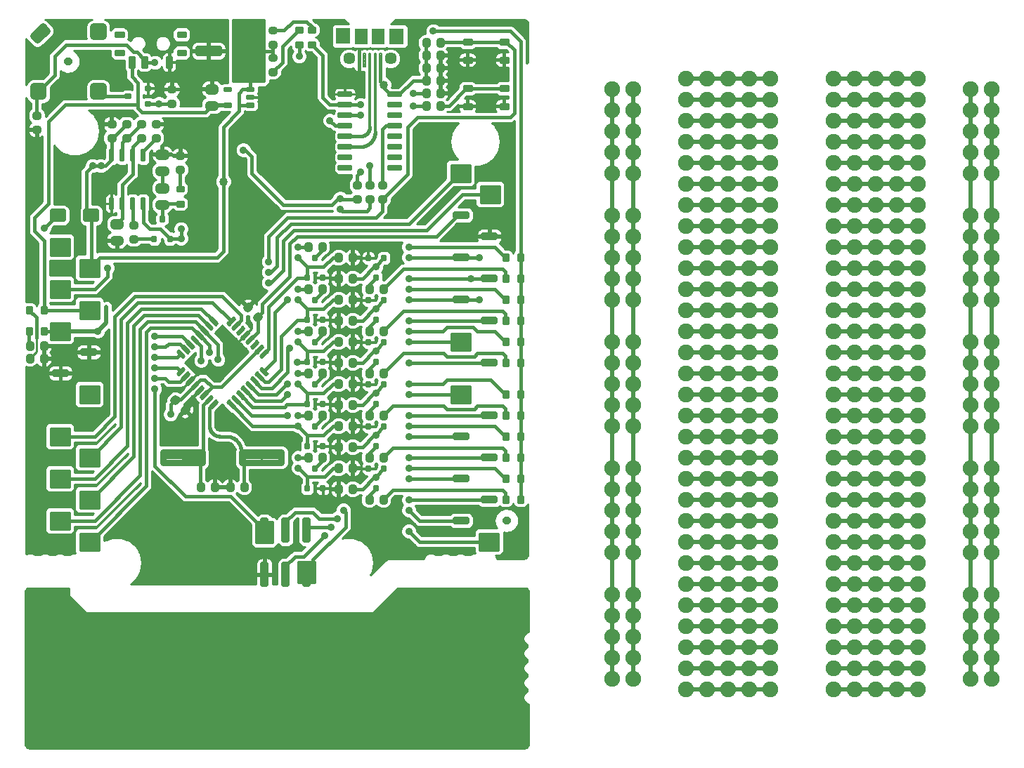
<source format=gtl>
G75*
%MOIN*%
%OFA0B0*%
%FSLAX25Y25*%
%IPPOS*%
%LPD*%
%AMOC8*
5,1,8,0,0,1.08239X$1,22.5*
%
%ADD10C,0.01100*%
%ADD11C,0.02953*%
%ADD12C,0.03937*%
%ADD13C,0.01969*%
%ADD14C,0.01181*%
%ADD15C,0.01575*%
%ADD16C,0.00787*%
%ADD17R,0.05906X0.07480*%
%ADD18R,0.07087X0.07480*%
%ADD19C,0.05700*%
%ADD20C,0.03150*%
%ADD21C,0.01673*%
%ADD22C,0.02559*%
%ADD23C,0.03543*%
%ADD24C,0.01378*%
%ADD25C,0.02520*%
%ADD26C,0.01500*%
%ADD27C,0.04000*%
%ADD28C,0.01000*%
%ADD29C,0.01300*%
%ADD30C,0.03500*%
%ADD31C,0.03000*%
%ADD32C,0.02000*%
%ADD33C,0.03575*%
%ADD34C,0.07500*%
D10*
X0107356Y0166299D02*
X0110112Y0169055D01*
X0107356Y0166299D02*
X0106578Y0167077D01*
X0109334Y0169833D01*
X0110112Y0169055D01*
X0108455Y0167398D02*
X0106899Y0167398D01*
X0107998Y0168497D02*
X0109554Y0168497D01*
X0109571Y0169596D02*
X0109097Y0169596D01*
X0107885Y0171282D02*
X0105129Y0168526D01*
X0104351Y0169304D01*
X0107107Y0172060D01*
X0107885Y0171282D01*
X0106228Y0169625D02*
X0104672Y0169625D01*
X0105771Y0170724D02*
X0107327Y0170724D01*
X0107344Y0171823D02*
X0106870Y0171823D01*
X0105658Y0173509D02*
X0102902Y0170753D01*
X0102124Y0171531D01*
X0104880Y0174287D01*
X0105658Y0173509D01*
X0104001Y0171852D02*
X0102445Y0171852D01*
X0103544Y0172951D02*
X0105100Y0172951D01*
X0105117Y0174050D02*
X0104643Y0174050D01*
X0103430Y0175736D02*
X0100674Y0172980D01*
X0099896Y0173758D01*
X0102652Y0176514D01*
X0103430Y0175736D01*
X0101773Y0174079D02*
X0100217Y0174079D01*
X0101316Y0175178D02*
X0102872Y0175178D01*
X0102889Y0176277D02*
X0102415Y0176277D01*
X0101203Y0177963D02*
X0098447Y0175207D01*
X0097669Y0175985D01*
X0100425Y0178741D01*
X0101203Y0177963D01*
X0099546Y0176306D02*
X0097990Y0176306D01*
X0099089Y0177405D02*
X0100645Y0177405D01*
X0100662Y0178504D02*
X0100188Y0178504D01*
X0098976Y0180191D02*
X0096220Y0177435D01*
X0095442Y0178213D01*
X0098198Y0180969D01*
X0098976Y0180191D01*
X0097319Y0178534D02*
X0095763Y0178534D01*
X0096862Y0179633D02*
X0098418Y0179633D01*
X0098435Y0180732D02*
X0097961Y0180732D01*
X0096749Y0182418D02*
X0093993Y0179662D01*
X0093215Y0180440D01*
X0095971Y0183196D01*
X0096749Y0182418D01*
X0095092Y0180761D02*
X0093536Y0180761D01*
X0094635Y0181860D02*
X0096191Y0181860D01*
X0096208Y0182959D02*
X0095734Y0182959D01*
X0094522Y0184645D02*
X0091766Y0181889D01*
X0090988Y0182667D01*
X0093744Y0185423D01*
X0094522Y0184645D01*
X0092865Y0182988D02*
X0091309Y0182988D01*
X0092408Y0184087D02*
X0093964Y0184087D01*
X0093981Y0185186D02*
X0093507Y0185186D01*
X0093744Y0190199D02*
X0094522Y0190977D01*
X0093744Y0190199D02*
X0090988Y0192955D01*
X0091766Y0193733D01*
X0094522Y0190977D01*
X0094201Y0191298D02*
X0092645Y0191298D01*
X0093102Y0192397D02*
X0091546Y0192397D01*
X0091529Y0193496D02*
X0092003Y0193496D01*
X0095971Y0192426D02*
X0096749Y0193204D01*
X0095971Y0192426D02*
X0093215Y0195182D01*
X0093993Y0195960D01*
X0096749Y0193204D01*
X0096428Y0193525D02*
X0094872Y0193525D01*
X0095329Y0194624D02*
X0093773Y0194624D01*
X0093756Y0195723D02*
X0094230Y0195723D01*
X0098198Y0194653D02*
X0098976Y0195431D01*
X0098198Y0194653D02*
X0095442Y0197409D01*
X0096220Y0198187D01*
X0098976Y0195431D01*
X0098655Y0195752D02*
X0097099Y0195752D01*
X0097556Y0196851D02*
X0096000Y0196851D01*
X0095983Y0197950D02*
X0096457Y0197950D01*
X0100425Y0196881D02*
X0101203Y0197659D01*
X0100425Y0196881D02*
X0097669Y0199637D01*
X0098447Y0200415D01*
X0101203Y0197659D01*
X0100882Y0197980D02*
X0099326Y0197980D01*
X0099783Y0199079D02*
X0098227Y0199079D01*
X0098210Y0200178D02*
X0098684Y0200178D01*
X0102652Y0199108D02*
X0103430Y0199886D01*
X0102652Y0199108D02*
X0099896Y0201864D01*
X0100674Y0202642D01*
X0103430Y0199886D01*
X0103109Y0200207D02*
X0101553Y0200207D01*
X0102010Y0201306D02*
X0100454Y0201306D01*
X0100437Y0202405D02*
X0100911Y0202405D01*
X0104880Y0201335D02*
X0105658Y0202113D01*
X0104880Y0201335D02*
X0102124Y0204091D01*
X0102902Y0204869D01*
X0105658Y0202113D01*
X0105337Y0202434D02*
X0103781Y0202434D01*
X0104238Y0203533D02*
X0102682Y0203533D01*
X0102665Y0204632D02*
X0103139Y0204632D01*
X0107107Y0203562D02*
X0107885Y0204340D01*
X0107107Y0203562D02*
X0104351Y0206318D01*
X0105129Y0207096D01*
X0107885Y0204340D01*
X0107564Y0204661D02*
X0106008Y0204661D01*
X0106465Y0205760D02*
X0104909Y0205760D01*
X0104892Y0206859D02*
X0105366Y0206859D01*
X0109334Y0205789D02*
X0110112Y0206567D01*
X0109334Y0205789D02*
X0106578Y0208545D01*
X0107356Y0209323D01*
X0110112Y0206567D01*
X0109791Y0206888D02*
X0108235Y0206888D01*
X0108692Y0207987D02*
X0107136Y0207987D01*
X0107119Y0209086D02*
X0107593Y0209086D01*
X0115666Y0205789D02*
X0118422Y0208545D01*
X0115666Y0205789D02*
X0114888Y0206567D01*
X0117644Y0209323D01*
X0118422Y0208545D01*
X0116765Y0206888D02*
X0115209Y0206888D01*
X0116308Y0207987D02*
X0117864Y0207987D01*
X0117881Y0209086D02*
X0117407Y0209086D01*
X0120649Y0206318D02*
X0117893Y0203562D01*
X0117115Y0204340D01*
X0119871Y0207096D01*
X0120649Y0206318D01*
X0118992Y0204661D02*
X0117436Y0204661D01*
X0118535Y0205760D02*
X0120091Y0205760D01*
X0120108Y0206859D02*
X0119634Y0206859D01*
X0122876Y0204091D02*
X0120120Y0201335D01*
X0119342Y0202113D01*
X0122098Y0204869D01*
X0122876Y0204091D01*
X0121219Y0202434D02*
X0119663Y0202434D01*
X0120762Y0203533D02*
X0122318Y0203533D01*
X0122335Y0204632D02*
X0121861Y0204632D01*
X0125104Y0201864D02*
X0122348Y0199108D01*
X0121570Y0199886D01*
X0124326Y0202642D01*
X0125104Y0201864D01*
X0123447Y0200207D02*
X0121891Y0200207D01*
X0122990Y0201306D02*
X0124546Y0201306D01*
X0124563Y0202405D02*
X0124089Y0202405D01*
X0127331Y0199637D02*
X0124575Y0196881D01*
X0123797Y0197659D01*
X0126553Y0200415D01*
X0127331Y0199637D01*
X0125674Y0197980D02*
X0124118Y0197980D01*
X0125217Y0199079D02*
X0126773Y0199079D01*
X0126790Y0200178D02*
X0126316Y0200178D01*
X0129558Y0197409D02*
X0126802Y0194653D01*
X0126024Y0195431D01*
X0128780Y0198187D01*
X0129558Y0197409D01*
X0127901Y0195752D02*
X0126345Y0195752D01*
X0127444Y0196851D02*
X0129000Y0196851D01*
X0129017Y0197950D02*
X0128543Y0197950D01*
X0131785Y0195182D02*
X0129029Y0192426D01*
X0128251Y0193204D01*
X0131007Y0195960D01*
X0131785Y0195182D01*
X0130128Y0193525D02*
X0128572Y0193525D01*
X0129671Y0194624D02*
X0131227Y0194624D01*
X0131244Y0195723D02*
X0130770Y0195723D01*
X0134012Y0192955D02*
X0131256Y0190199D01*
X0130478Y0190977D01*
X0133234Y0193733D01*
X0134012Y0192955D01*
X0132355Y0191298D02*
X0130799Y0191298D01*
X0131898Y0192397D02*
X0133454Y0192397D01*
X0133471Y0193496D02*
X0132997Y0193496D01*
X0134012Y0182667D02*
X0133234Y0181889D01*
X0130478Y0184645D01*
X0131256Y0185423D01*
X0134012Y0182667D01*
X0133691Y0182988D02*
X0132135Y0182988D01*
X0132592Y0184087D02*
X0131036Y0184087D01*
X0131019Y0185186D02*
X0131493Y0185186D01*
X0131785Y0180440D02*
X0131007Y0179662D01*
X0128251Y0182418D01*
X0129029Y0183196D01*
X0131785Y0180440D01*
X0131464Y0180761D02*
X0129908Y0180761D01*
X0130365Y0181860D02*
X0128809Y0181860D01*
X0128792Y0182959D02*
X0129266Y0182959D01*
X0129558Y0178213D02*
X0128780Y0177435D01*
X0126024Y0180191D01*
X0126802Y0180969D01*
X0129558Y0178213D01*
X0129237Y0178534D02*
X0127681Y0178534D01*
X0128138Y0179633D02*
X0126582Y0179633D01*
X0126565Y0180732D02*
X0127039Y0180732D01*
X0127331Y0175985D02*
X0126553Y0175207D01*
X0123797Y0177963D01*
X0124575Y0178741D01*
X0127331Y0175985D01*
X0127010Y0176306D02*
X0125454Y0176306D01*
X0125911Y0177405D02*
X0124355Y0177405D01*
X0124338Y0178504D02*
X0124812Y0178504D01*
X0125104Y0173758D02*
X0124326Y0172980D01*
X0121570Y0175736D01*
X0122348Y0176514D01*
X0125104Y0173758D01*
X0124783Y0174079D02*
X0123227Y0174079D01*
X0123684Y0175178D02*
X0122128Y0175178D01*
X0122111Y0176277D02*
X0122585Y0176277D01*
X0122876Y0171531D02*
X0122098Y0170753D01*
X0119342Y0173509D01*
X0120120Y0174287D01*
X0122876Y0171531D01*
X0122555Y0171852D02*
X0120999Y0171852D01*
X0121456Y0172951D02*
X0119900Y0172951D01*
X0119883Y0174050D02*
X0120357Y0174050D01*
X0120649Y0169304D02*
X0119871Y0168526D01*
X0117115Y0171282D01*
X0117893Y0172060D01*
X0120649Y0169304D01*
X0120328Y0169625D02*
X0118772Y0169625D01*
X0119229Y0170724D02*
X0117673Y0170724D01*
X0117656Y0171823D02*
X0118130Y0171823D01*
X0118422Y0167077D02*
X0117644Y0166299D01*
X0114888Y0169055D01*
X0115666Y0169833D01*
X0118422Y0167077D01*
X0118101Y0167398D02*
X0116545Y0167398D01*
X0117002Y0168497D02*
X0115446Y0168497D01*
X0115429Y0169596D02*
X0115903Y0169596D01*
D11*
X0094727Y0164610D02*
X0094031Y0165306D01*
X0095005Y0166280D01*
X0095701Y0165584D01*
X0094727Y0164610D01*
X0089995Y0169342D02*
X0089299Y0170038D01*
X0090273Y0171012D01*
X0090969Y0170316D01*
X0089995Y0169342D01*
X0101662Y0128122D02*
X0102646Y0128122D01*
X0101662Y0128122D02*
X0101662Y0129500D01*
X0102646Y0129500D01*
X0102646Y0128122D01*
X0108354Y0128122D02*
X0109338Y0128122D01*
X0108354Y0128122D02*
X0108354Y0129500D01*
X0109338Y0129500D01*
X0109338Y0128122D01*
X0115662Y0129500D02*
X0116646Y0129500D01*
X0116646Y0128122D01*
X0115662Y0128122D01*
X0115662Y0129500D01*
X0122354Y0129500D02*
X0123338Y0129500D01*
X0123338Y0128122D01*
X0122354Y0128122D01*
X0122354Y0129500D01*
X0152662Y0142122D02*
X0153646Y0142122D01*
X0152662Y0142122D02*
X0152662Y0143500D01*
X0153646Y0143500D01*
X0153646Y0142122D01*
X0159354Y0142122D02*
X0160338Y0142122D01*
X0159354Y0142122D02*
X0159354Y0143500D01*
X0160338Y0143500D01*
X0160338Y0142122D01*
X0167162Y0137122D02*
X0168146Y0137122D01*
X0167162Y0137122D02*
X0167162Y0138500D01*
X0168146Y0138500D01*
X0168146Y0137122D01*
X0173854Y0137122D02*
X0174838Y0137122D01*
X0173854Y0137122D02*
X0173854Y0138500D01*
X0174838Y0138500D01*
X0174838Y0137122D01*
X0181662Y0143500D02*
X0182646Y0143500D01*
X0182646Y0142122D01*
X0181662Y0142122D01*
X0181662Y0143500D01*
X0174838Y0148500D02*
X0173854Y0148500D01*
X0174838Y0148500D02*
X0174838Y0147122D01*
X0173854Y0147122D01*
X0173854Y0148500D01*
X0168146Y0148500D02*
X0167162Y0148500D01*
X0168146Y0148500D02*
X0168146Y0147122D01*
X0167162Y0147122D01*
X0167162Y0148500D01*
X0167162Y0157122D02*
X0168146Y0157122D01*
X0167162Y0157122D02*
X0167162Y0158500D01*
X0168146Y0158500D01*
X0168146Y0157122D01*
X0173854Y0157122D02*
X0174838Y0157122D01*
X0173854Y0157122D02*
X0173854Y0158500D01*
X0174838Y0158500D01*
X0174838Y0157122D01*
X0181662Y0163500D02*
X0182646Y0163500D01*
X0182646Y0162122D01*
X0181662Y0162122D01*
X0181662Y0163500D01*
X0174838Y0168500D02*
X0173854Y0168500D01*
X0174838Y0168500D02*
X0174838Y0167122D01*
X0173854Y0167122D01*
X0173854Y0168500D01*
X0168146Y0168500D02*
X0167162Y0168500D01*
X0168146Y0168500D02*
X0168146Y0167122D01*
X0167162Y0167122D01*
X0167162Y0168500D01*
X0160338Y0162122D02*
X0159354Y0162122D01*
X0159354Y0163500D01*
X0160338Y0163500D01*
X0160338Y0162122D01*
X0153646Y0162122D02*
X0152662Y0162122D01*
X0152662Y0163500D01*
X0153646Y0163500D01*
X0153646Y0162122D01*
X0167162Y0177122D02*
X0168146Y0177122D01*
X0167162Y0177122D02*
X0167162Y0178500D01*
X0168146Y0178500D01*
X0168146Y0177122D01*
X0173854Y0177122D02*
X0174838Y0177122D01*
X0173854Y0177122D02*
X0173854Y0178500D01*
X0174838Y0178500D01*
X0174838Y0177122D01*
X0181662Y0183500D02*
X0182646Y0183500D01*
X0182646Y0182122D01*
X0181662Y0182122D01*
X0181662Y0183500D01*
X0174838Y0188500D02*
X0173854Y0188500D01*
X0174838Y0188500D02*
X0174838Y0187122D01*
X0173854Y0187122D01*
X0173854Y0188500D01*
X0168146Y0188500D02*
X0167162Y0188500D01*
X0168146Y0188500D02*
X0168146Y0187122D01*
X0167162Y0187122D01*
X0167162Y0188500D01*
X0160338Y0182122D02*
X0159354Y0182122D01*
X0159354Y0183500D01*
X0160338Y0183500D01*
X0160338Y0182122D01*
X0153646Y0182122D02*
X0152662Y0182122D01*
X0152662Y0183500D01*
X0153646Y0183500D01*
X0153646Y0182122D01*
X0167162Y0197122D02*
X0168146Y0197122D01*
X0167162Y0197122D02*
X0167162Y0198500D01*
X0168146Y0198500D01*
X0168146Y0197122D01*
X0173854Y0197122D02*
X0174838Y0197122D01*
X0173854Y0197122D02*
X0173854Y0198500D01*
X0174838Y0198500D01*
X0174838Y0197122D01*
X0181662Y0203500D02*
X0182646Y0203500D01*
X0182646Y0202122D01*
X0181662Y0202122D01*
X0181662Y0203500D01*
X0174838Y0208500D02*
X0173854Y0208500D01*
X0174838Y0208500D02*
X0174838Y0207122D01*
X0173854Y0207122D01*
X0173854Y0208500D01*
X0168146Y0208500D02*
X0167162Y0208500D01*
X0168146Y0208500D02*
X0168146Y0207122D01*
X0167162Y0207122D01*
X0167162Y0208500D01*
X0160338Y0202122D02*
X0159354Y0202122D01*
X0159354Y0203500D01*
X0160338Y0203500D01*
X0160338Y0202122D01*
X0153646Y0202122D02*
X0152662Y0202122D01*
X0152662Y0203500D01*
X0153646Y0203500D01*
X0153646Y0202122D01*
X0167162Y0217122D02*
X0168146Y0217122D01*
X0167162Y0217122D02*
X0167162Y0218500D01*
X0168146Y0218500D01*
X0168146Y0217122D01*
X0173854Y0217122D02*
X0174838Y0217122D01*
X0173854Y0217122D02*
X0173854Y0218500D01*
X0174838Y0218500D01*
X0174838Y0217122D01*
X0181662Y0223500D02*
X0182646Y0223500D01*
X0182646Y0222122D01*
X0181662Y0222122D01*
X0181662Y0223500D01*
X0174838Y0228500D02*
X0173854Y0228500D01*
X0174838Y0228500D02*
X0174838Y0227122D01*
X0173854Y0227122D01*
X0173854Y0228500D01*
X0168146Y0228500D02*
X0167162Y0228500D01*
X0168146Y0228500D02*
X0168146Y0227122D01*
X0167162Y0227122D01*
X0167162Y0228500D01*
X0160338Y0222122D02*
X0159354Y0222122D01*
X0159354Y0223500D01*
X0160338Y0223500D01*
X0160338Y0222122D01*
X0153646Y0222122D02*
X0152662Y0222122D01*
X0152662Y0223500D01*
X0153646Y0223500D01*
X0153646Y0222122D01*
X0167162Y0237122D02*
X0168146Y0237122D01*
X0167162Y0237122D02*
X0167162Y0238500D01*
X0168146Y0238500D01*
X0168146Y0237122D01*
X0173854Y0237122D02*
X0174838Y0237122D01*
X0173854Y0237122D02*
X0173854Y0238500D01*
X0174838Y0238500D01*
X0174838Y0237122D01*
X0160338Y0242122D02*
X0159354Y0242122D01*
X0159354Y0243500D01*
X0160338Y0243500D01*
X0160338Y0242122D01*
X0153646Y0242122D02*
X0152662Y0242122D01*
X0152662Y0243500D01*
X0153646Y0243500D01*
X0153646Y0242122D01*
X0177189Y0264973D02*
X0177189Y0265957D01*
X0177189Y0264973D02*
X0175811Y0264973D01*
X0175811Y0265957D01*
X0177189Y0265957D01*
X0183189Y0265957D02*
X0183189Y0264973D01*
X0181811Y0264973D01*
X0181811Y0265957D01*
X0183189Y0265957D01*
X0189189Y0265957D02*
X0189189Y0264973D01*
X0187811Y0264973D01*
X0187811Y0265957D01*
X0189189Y0265957D01*
X0189189Y0271665D02*
X0189189Y0272649D01*
X0189189Y0271665D02*
X0187811Y0271665D01*
X0187811Y0272649D01*
X0189189Y0272649D01*
X0183189Y0272649D02*
X0183189Y0271665D01*
X0181811Y0271665D01*
X0181811Y0272649D01*
X0183189Y0272649D01*
X0177189Y0272649D02*
X0177189Y0271665D01*
X0175811Y0271665D01*
X0175811Y0272649D01*
X0177189Y0272649D01*
X0208662Y0309122D02*
X0209646Y0309122D01*
X0208662Y0309122D02*
X0208662Y0310500D01*
X0209646Y0310500D01*
X0209646Y0309122D01*
X0215354Y0309122D02*
X0216338Y0309122D01*
X0215354Y0309122D02*
X0215354Y0310500D01*
X0216338Y0310500D01*
X0216338Y0309122D01*
X0216338Y0316500D02*
X0215354Y0316500D01*
X0216338Y0316500D02*
X0216338Y0315122D01*
X0215354Y0315122D01*
X0215354Y0316500D01*
X0215354Y0321122D02*
X0216338Y0321122D01*
X0215354Y0321122D02*
X0215354Y0322500D01*
X0216338Y0322500D01*
X0216338Y0321122D01*
X0209646Y0321122D02*
X0208662Y0321122D01*
X0208662Y0322500D01*
X0209646Y0322500D01*
X0209646Y0321122D01*
X0209646Y0316500D02*
X0208662Y0316500D01*
X0209646Y0316500D02*
X0209646Y0315122D01*
X0208662Y0315122D01*
X0208662Y0316500D01*
X0208662Y0327122D02*
X0209646Y0327122D01*
X0208662Y0327122D02*
X0208662Y0328500D01*
X0209646Y0328500D01*
X0209646Y0327122D01*
X0215354Y0327122D02*
X0216338Y0327122D01*
X0215354Y0327122D02*
X0215354Y0328500D01*
X0216338Y0328500D01*
X0216338Y0327122D01*
X0216338Y0333122D02*
X0215354Y0333122D01*
X0215354Y0334500D01*
X0216338Y0334500D01*
X0216338Y0333122D01*
X0209646Y0333122D02*
X0208662Y0333122D01*
X0208662Y0334500D01*
X0209646Y0334500D01*
X0209646Y0333122D01*
X0209646Y0340500D02*
X0208662Y0340500D01*
X0209646Y0340500D02*
X0209646Y0339122D01*
X0208662Y0339122D01*
X0208662Y0340500D01*
X0215354Y0340500D02*
X0216338Y0340500D01*
X0216338Y0339122D01*
X0215354Y0339122D01*
X0215354Y0340500D01*
X0135811Y0339457D02*
X0135811Y0338473D01*
X0135811Y0339457D02*
X0137189Y0339457D01*
X0137189Y0338473D01*
X0135811Y0338473D01*
X0137189Y0333149D02*
X0137189Y0332165D01*
X0135811Y0332165D01*
X0135811Y0333149D01*
X0137189Y0333149D01*
X0137189Y0326457D02*
X0137189Y0325473D01*
X0135811Y0325473D01*
X0135811Y0326457D01*
X0137189Y0326457D01*
X0135811Y0345165D02*
X0135811Y0346149D01*
X0137189Y0346149D01*
X0137189Y0345165D01*
X0135811Y0345165D01*
X0089189Y0318149D02*
X0089189Y0317165D01*
X0087811Y0317165D01*
X0087811Y0318149D01*
X0089189Y0318149D01*
X0089189Y0311457D02*
X0089189Y0310473D01*
X0087811Y0310473D01*
X0087811Y0311457D01*
X0089189Y0311457D01*
X0081689Y0301649D02*
X0081689Y0300665D01*
X0080311Y0300665D01*
X0080311Y0301649D01*
X0081689Y0301649D01*
X0074689Y0301649D02*
X0074689Y0300665D01*
X0073311Y0300665D01*
X0073311Y0301649D01*
X0074689Y0301649D01*
X0074689Y0294957D02*
X0074689Y0293973D01*
X0073311Y0293973D01*
X0073311Y0294957D01*
X0074689Y0294957D01*
X0081689Y0294957D02*
X0081689Y0293973D01*
X0080311Y0293973D01*
X0080311Y0294957D01*
X0081689Y0294957D01*
X0091811Y0286649D02*
X0091811Y0285665D01*
X0091811Y0286649D02*
X0093189Y0286649D01*
X0093189Y0285665D01*
X0091811Y0285665D01*
X0091811Y0279957D02*
X0091811Y0278973D01*
X0091811Y0279957D02*
X0093189Y0279957D01*
X0093189Y0278973D01*
X0091811Y0278973D01*
X0067689Y0293973D02*
X0067689Y0294957D01*
X0067689Y0293973D02*
X0066311Y0293973D01*
X0066311Y0294957D01*
X0067689Y0294957D01*
X0067689Y0300665D02*
X0067689Y0301649D01*
X0067689Y0300665D02*
X0066311Y0300665D01*
X0066311Y0301649D01*
X0067689Y0301649D01*
X0059311Y0301649D02*
X0059311Y0300665D01*
X0059311Y0301649D02*
X0060689Y0301649D01*
X0060689Y0300665D01*
X0059311Y0300665D01*
X0059311Y0294957D02*
X0059311Y0293973D01*
X0059311Y0294957D02*
X0060689Y0294957D01*
X0060689Y0293973D01*
X0059311Y0293973D01*
X0023811Y0297973D02*
X0023811Y0298957D01*
X0025189Y0298957D01*
X0025189Y0297973D01*
X0023811Y0297973D01*
X0023811Y0304665D02*
X0023811Y0305649D01*
X0025189Y0305649D01*
X0025189Y0304665D01*
X0023811Y0304665D01*
X0022773Y0342945D02*
X0027366Y0347538D01*
X0029455Y0345449D01*
X0024862Y0340856D01*
X0022773Y0342945D01*
X0023636Y0343808D02*
X0027814Y0343808D01*
X0028144Y0346760D02*
X0026588Y0346760D01*
X0069811Y0253649D02*
X0069811Y0252665D01*
X0069811Y0253649D02*
X0071189Y0253649D01*
X0071189Y0252665D01*
X0069811Y0252665D01*
X0069811Y0246957D02*
X0069811Y0245973D01*
X0069811Y0246957D02*
X0071189Y0246957D01*
X0071189Y0245973D01*
X0069811Y0245973D01*
X0124773Y0215012D02*
X0125469Y0214316D01*
X0124495Y0213342D01*
X0123799Y0214038D01*
X0124773Y0215012D01*
X0129505Y0210280D02*
X0130201Y0209584D01*
X0129227Y0208610D01*
X0128531Y0209306D01*
X0129505Y0210280D01*
X0188354Y0203500D02*
X0189338Y0203500D01*
X0189338Y0202122D01*
X0188354Y0202122D01*
X0188354Y0203500D01*
X0188354Y0223500D02*
X0189338Y0223500D01*
X0189338Y0222122D01*
X0188354Y0222122D01*
X0188354Y0223500D01*
X0188354Y0183500D02*
X0189338Y0183500D01*
X0189338Y0182122D01*
X0188354Y0182122D01*
X0188354Y0183500D01*
X0188354Y0163500D02*
X0189338Y0163500D01*
X0189338Y0162122D01*
X0188354Y0162122D01*
X0188354Y0163500D01*
X0188354Y0143500D02*
X0189338Y0143500D01*
X0189338Y0142122D01*
X0188354Y0142122D01*
X0188354Y0143500D01*
X0174838Y0128500D02*
X0173854Y0128500D01*
X0174838Y0128500D02*
X0174838Y0127122D01*
X0173854Y0127122D01*
X0173854Y0128500D01*
X0168146Y0128500D02*
X0167162Y0128500D01*
X0168146Y0128500D02*
X0168146Y0127122D01*
X0167162Y0127122D01*
X0167162Y0128500D01*
X0181662Y0123500D02*
X0182646Y0123500D01*
X0182646Y0122122D01*
X0181662Y0122122D01*
X0181662Y0123500D01*
X0188354Y0123500D02*
X0189338Y0123500D01*
X0189338Y0122122D01*
X0188354Y0122122D01*
X0188354Y0123500D01*
X0028338Y0189122D02*
X0027354Y0189122D01*
X0027354Y0190500D01*
X0028338Y0190500D01*
X0028338Y0189122D01*
X0028338Y0195122D02*
X0027354Y0195122D01*
X0027354Y0196500D01*
X0028338Y0196500D01*
X0028338Y0195122D01*
X0021646Y0195122D02*
X0020662Y0195122D01*
X0020662Y0196500D01*
X0021646Y0196500D01*
X0021646Y0195122D01*
X0021646Y0189122D02*
X0020662Y0189122D01*
X0020662Y0190500D01*
X0021646Y0190500D01*
X0021646Y0189122D01*
D12*
X0027296Y0314669D02*
X0027296Y0318607D01*
X0027296Y0314669D02*
X0023358Y0314669D01*
X0023358Y0318607D01*
X0027296Y0318607D01*
X0027296Y0318605D02*
X0023358Y0318605D01*
X0055642Y0318607D02*
X0055642Y0314669D01*
X0051704Y0314669D01*
X0051704Y0318607D01*
X0055642Y0318607D01*
X0055642Y0318605D02*
X0051704Y0318605D01*
X0055642Y0343015D02*
X0055642Y0346953D01*
X0055642Y0343015D02*
X0051704Y0343015D01*
X0051704Y0346953D01*
X0055642Y0346953D01*
X0055642Y0346951D02*
X0051704Y0346951D01*
D13*
X0038516Y0330811D02*
X0038518Y0330873D01*
X0038524Y0330936D01*
X0038534Y0330997D01*
X0038548Y0331058D01*
X0038565Y0331118D01*
X0038586Y0331177D01*
X0038612Y0331234D01*
X0038640Y0331289D01*
X0038672Y0331343D01*
X0038708Y0331394D01*
X0038746Y0331444D01*
X0038788Y0331490D01*
X0038832Y0331534D01*
X0038880Y0331575D01*
X0038929Y0331613D01*
X0038981Y0331647D01*
X0039035Y0331678D01*
X0039091Y0331706D01*
X0039149Y0331730D01*
X0039208Y0331751D01*
X0039268Y0331767D01*
X0039329Y0331780D01*
X0039391Y0331789D01*
X0039453Y0331794D01*
X0039516Y0331795D01*
X0039578Y0331792D01*
X0039640Y0331785D01*
X0039702Y0331774D01*
X0039762Y0331759D01*
X0039822Y0331741D01*
X0039880Y0331719D01*
X0039937Y0331693D01*
X0039992Y0331663D01*
X0040045Y0331630D01*
X0040096Y0331594D01*
X0040144Y0331555D01*
X0040190Y0331512D01*
X0040233Y0331467D01*
X0040273Y0331419D01*
X0040310Y0331369D01*
X0040344Y0331316D01*
X0040375Y0331262D01*
X0040401Y0331206D01*
X0040425Y0331148D01*
X0040444Y0331088D01*
X0040460Y0331028D01*
X0040472Y0330966D01*
X0040480Y0330905D01*
X0040484Y0330842D01*
X0040484Y0330780D01*
X0040480Y0330717D01*
X0040472Y0330656D01*
X0040460Y0330594D01*
X0040444Y0330534D01*
X0040425Y0330474D01*
X0040401Y0330416D01*
X0040375Y0330360D01*
X0040344Y0330306D01*
X0040310Y0330253D01*
X0040273Y0330203D01*
X0040233Y0330155D01*
X0040190Y0330110D01*
X0040144Y0330067D01*
X0040096Y0330028D01*
X0040045Y0329992D01*
X0039992Y0329959D01*
X0039937Y0329929D01*
X0039880Y0329903D01*
X0039822Y0329881D01*
X0039762Y0329863D01*
X0039702Y0329848D01*
X0039640Y0329837D01*
X0039578Y0329830D01*
X0039516Y0329827D01*
X0039453Y0329828D01*
X0039391Y0329833D01*
X0039329Y0329842D01*
X0039268Y0329855D01*
X0039208Y0329871D01*
X0039149Y0329892D01*
X0039091Y0329916D01*
X0039035Y0329944D01*
X0038981Y0329975D01*
X0038929Y0330009D01*
X0038880Y0330047D01*
X0038832Y0330088D01*
X0038788Y0330132D01*
X0038746Y0330178D01*
X0038708Y0330228D01*
X0038672Y0330279D01*
X0038640Y0330333D01*
X0038612Y0330388D01*
X0038586Y0330445D01*
X0038565Y0330504D01*
X0038548Y0330564D01*
X0038534Y0330625D01*
X0038524Y0330686D01*
X0038518Y0330749D01*
X0038516Y0330811D01*
X0038760Y0241827D02*
X0032854Y0241827D01*
X0032854Y0243795D01*
X0038760Y0243795D01*
X0038760Y0241827D01*
X0038760Y0243795D02*
X0032854Y0243795D01*
X0046240Y0231827D02*
X0052146Y0231827D01*
X0046240Y0231827D02*
X0046240Y0233795D01*
X0052146Y0233795D01*
X0052146Y0231827D01*
X0052146Y0233795D02*
X0046240Y0233795D01*
X0038760Y0221827D02*
X0032854Y0221827D01*
X0032854Y0223795D01*
X0038760Y0223795D01*
X0038760Y0221827D01*
X0038760Y0223795D02*
X0032854Y0223795D01*
X0046240Y0211827D02*
X0052146Y0211827D01*
X0046240Y0211827D02*
X0046240Y0213795D01*
X0052146Y0213795D01*
X0052146Y0211827D01*
X0052146Y0213795D02*
X0046240Y0213795D01*
X0038760Y0201827D02*
X0032854Y0201827D01*
X0032854Y0203795D01*
X0038760Y0203795D01*
X0038760Y0201827D01*
X0038760Y0203795D02*
X0032854Y0203795D01*
X0046240Y0191827D02*
X0052146Y0191827D01*
X0046240Y0191827D02*
X0046240Y0193795D01*
X0052146Y0193795D01*
X0052146Y0191827D01*
X0052146Y0193795D02*
X0046240Y0193795D01*
X0038760Y0181827D02*
X0032854Y0181827D01*
X0032854Y0183795D01*
X0038760Y0183795D01*
X0038760Y0181827D01*
X0038760Y0183795D02*
X0032854Y0183795D01*
X0046240Y0171827D02*
X0052146Y0171827D01*
X0046240Y0171827D02*
X0046240Y0173795D01*
X0052146Y0173795D01*
X0052146Y0171827D01*
X0052146Y0173795D02*
X0046240Y0173795D01*
X0038760Y0151827D02*
X0032854Y0151827D01*
X0032854Y0153795D01*
X0038760Y0153795D01*
X0038760Y0151827D01*
X0038760Y0153795D02*
X0032854Y0153795D01*
X0046240Y0141827D02*
X0052146Y0141827D01*
X0046240Y0141827D02*
X0046240Y0143795D01*
X0052146Y0143795D01*
X0052146Y0141827D01*
X0052146Y0143795D02*
X0046240Y0143795D01*
X0038760Y0131827D02*
X0032854Y0131827D01*
X0032854Y0133795D01*
X0038760Y0133795D01*
X0038760Y0131827D01*
X0038760Y0133795D02*
X0032854Y0133795D01*
X0046240Y0121827D02*
X0052146Y0121827D01*
X0046240Y0121827D02*
X0046240Y0123795D01*
X0052146Y0123795D01*
X0052146Y0121827D01*
X0052146Y0123795D02*
X0046240Y0123795D01*
X0038760Y0111827D02*
X0032854Y0111827D01*
X0032854Y0113795D01*
X0038760Y0113795D01*
X0038760Y0111827D01*
X0038760Y0113795D02*
X0032854Y0113795D01*
X0046240Y0101827D02*
X0052146Y0101827D01*
X0046240Y0101827D02*
X0046240Y0103795D01*
X0052146Y0103795D01*
X0052146Y0101827D01*
X0052146Y0103795D02*
X0046240Y0103795D01*
X0131516Y0103402D02*
X0131516Y0113244D01*
X0133484Y0113244D01*
X0133484Y0103402D01*
X0131516Y0103402D01*
X0131516Y0105370D02*
X0133484Y0105370D01*
X0133484Y0107338D02*
X0131516Y0107338D01*
X0131516Y0109306D02*
X0133484Y0109306D01*
X0133484Y0111274D02*
X0131516Y0111274D01*
X0131516Y0113242D02*
X0133484Y0113242D01*
X0141516Y0113244D02*
X0141516Y0103402D01*
X0141516Y0113244D02*
X0143484Y0113244D01*
X0143484Y0103402D01*
X0141516Y0103402D01*
X0141516Y0105370D02*
X0143484Y0105370D01*
X0143484Y0107338D02*
X0141516Y0107338D01*
X0141516Y0109306D02*
X0143484Y0109306D01*
X0143484Y0111274D02*
X0141516Y0111274D01*
X0141516Y0113242D02*
X0143484Y0113242D01*
X0151516Y0113244D02*
X0151516Y0103402D01*
X0151516Y0113244D02*
X0153484Y0113244D01*
X0153484Y0103402D01*
X0151516Y0103402D01*
X0151516Y0105370D02*
X0153484Y0105370D01*
X0153484Y0107338D02*
X0151516Y0107338D01*
X0151516Y0109306D02*
X0153484Y0109306D01*
X0153484Y0111274D02*
X0151516Y0111274D01*
X0151516Y0113242D02*
X0153484Y0113242D01*
X0151516Y0092220D02*
X0151516Y0082378D01*
X0151516Y0092220D02*
X0153484Y0092220D01*
X0153484Y0082378D01*
X0151516Y0082378D01*
X0151516Y0084346D02*
X0153484Y0084346D01*
X0153484Y0086314D02*
X0151516Y0086314D01*
X0151516Y0088282D02*
X0153484Y0088282D01*
X0153484Y0090250D02*
X0151516Y0090250D01*
X0151516Y0092218D02*
X0153484Y0092218D01*
X0141516Y0092220D02*
X0141516Y0082378D01*
X0141516Y0092220D02*
X0143484Y0092220D01*
X0143484Y0082378D01*
X0141516Y0082378D01*
X0141516Y0084346D02*
X0143484Y0084346D01*
X0143484Y0086314D02*
X0141516Y0086314D01*
X0141516Y0088282D02*
X0143484Y0088282D01*
X0143484Y0090250D02*
X0141516Y0090250D01*
X0141516Y0092218D02*
X0143484Y0092218D01*
X0131516Y0092220D02*
X0131516Y0082378D01*
X0131516Y0092220D02*
X0133484Y0092220D01*
X0133484Y0082378D01*
X0131516Y0082378D01*
X0131516Y0084346D02*
X0133484Y0084346D01*
X0133484Y0086314D02*
X0131516Y0086314D01*
X0131516Y0088282D02*
X0133484Y0088282D01*
X0133484Y0090250D02*
X0131516Y0090250D01*
X0131516Y0092218D02*
X0133484Y0092218D01*
X0222854Y0111827D02*
X0228760Y0111827D01*
X0222854Y0111827D02*
X0222854Y0113795D01*
X0228760Y0113795D01*
X0228760Y0111827D01*
X0228760Y0113795D02*
X0222854Y0113795D01*
X0236240Y0121827D02*
X0242146Y0121827D01*
X0236240Y0121827D02*
X0236240Y0123795D01*
X0242146Y0123795D01*
X0242146Y0121827D01*
X0242146Y0123795D02*
X0236240Y0123795D01*
X0228760Y0131827D02*
X0222854Y0131827D01*
X0222854Y0133795D01*
X0228760Y0133795D01*
X0228760Y0131827D01*
X0228760Y0133795D02*
X0222854Y0133795D01*
X0236240Y0141827D02*
X0242146Y0141827D01*
X0236240Y0141827D02*
X0236240Y0143795D01*
X0242146Y0143795D01*
X0242146Y0141827D01*
X0242146Y0143795D02*
X0236240Y0143795D01*
X0228760Y0151827D02*
X0222854Y0151827D01*
X0222854Y0153795D01*
X0228760Y0153795D01*
X0228760Y0151827D01*
X0228760Y0153795D02*
X0222854Y0153795D01*
X0236240Y0161827D02*
X0242146Y0161827D01*
X0236240Y0161827D02*
X0236240Y0163795D01*
X0242146Y0163795D01*
X0242146Y0161827D01*
X0242146Y0163795D02*
X0236240Y0163795D01*
X0228760Y0171827D02*
X0222854Y0171827D01*
X0222854Y0173795D01*
X0228760Y0173795D01*
X0228760Y0171827D01*
X0228760Y0173795D02*
X0222854Y0173795D01*
X0236240Y0186827D02*
X0242146Y0186827D01*
X0236240Y0186827D02*
X0236240Y0188795D01*
X0242146Y0188795D01*
X0242146Y0186827D01*
X0242146Y0188795D02*
X0236240Y0188795D01*
X0228760Y0196827D02*
X0222854Y0196827D01*
X0222854Y0198795D01*
X0228760Y0198795D01*
X0228760Y0196827D01*
X0228760Y0198795D02*
X0222854Y0198795D01*
X0236240Y0206827D02*
X0242146Y0206827D01*
X0236240Y0206827D02*
X0236240Y0208795D01*
X0242146Y0208795D01*
X0242146Y0206827D01*
X0242146Y0208795D02*
X0236240Y0208795D01*
X0228760Y0216827D02*
X0222854Y0216827D01*
X0222854Y0218795D01*
X0228760Y0218795D01*
X0228760Y0216827D01*
X0228760Y0218795D02*
X0222854Y0218795D01*
X0236240Y0226827D02*
X0242146Y0226827D01*
X0236240Y0226827D02*
X0236240Y0228795D01*
X0242146Y0228795D01*
X0242146Y0226827D01*
X0242146Y0228795D02*
X0236240Y0228795D01*
X0228760Y0236827D02*
X0222854Y0236827D01*
X0222854Y0238795D01*
X0228760Y0238795D01*
X0228760Y0236827D01*
X0228760Y0238795D02*
X0222854Y0238795D01*
X0236240Y0246827D02*
X0242146Y0246827D01*
X0236240Y0246827D02*
X0236240Y0248795D01*
X0242146Y0248795D01*
X0242146Y0246827D01*
X0242146Y0248795D02*
X0236240Y0248795D01*
X0228760Y0256827D02*
X0222854Y0256827D01*
X0222854Y0258795D01*
X0228760Y0258795D01*
X0228760Y0256827D01*
X0228760Y0258795D02*
X0222854Y0258795D01*
X0236240Y0266827D02*
X0242146Y0266827D01*
X0236240Y0266827D02*
X0236240Y0268795D01*
X0242146Y0268795D01*
X0242146Y0266827D01*
X0242146Y0268795D02*
X0236240Y0268795D01*
X0228760Y0276827D02*
X0222854Y0276827D01*
X0222854Y0278795D01*
X0228760Y0278795D01*
X0228760Y0276827D01*
X0228760Y0278795D02*
X0222854Y0278795D01*
X0246516Y0112811D02*
X0246518Y0112873D01*
X0246524Y0112936D01*
X0246534Y0112997D01*
X0246548Y0113058D01*
X0246565Y0113118D01*
X0246586Y0113177D01*
X0246612Y0113234D01*
X0246640Y0113289D01*
X0246672Y0113343D01*
X0246708Y0113394D01*
X0246746Y0113444D01*
X0246788Y0113490D01*
X0246832Y0113534D01*
X0246880Y0113575D01*
X0246929Y0113613D01*
X0246981Y0113647D01*
X0247035Y0113678D01*
X0247091Y0113706D01*
X0247149Y0113730D01*
X0247208Y0113751D01*
X0247268Y0113767D01*
X0247329Y0113780D01*
X0247391Y0113789D01*
X0247453Y0113794D01*
X0247516Y0113795D01*
X0247578Y0113792D01*
X0247640Y0113785D01*
X0247702Y0113774D01*
X0247762Y0113759D01*
X0247822Y0113741D01*
X0247880Y0113719D01*
X0247937Y0113693D01*
X0247992Y0113663D01*
X0248045Y0113630D01*
X0248096Y0113594D01*
X0248144Y0113555D01*
X0248190Y0113512D01*
X0248233Y0113467D01*
X0248273Y0113419D01*
X0248310Y0113369D01*
X0248344Y0113316D01*
X0248375Y0113262D01*
X0248401Y0113206D01*
X0248425Y0113148D01*
X0248444Y0113088D01*
X0248460Y0113028D01*
X0248472Y0112966D01*
X0248480Y0112905D01*
X0248484Y0112842D01*
X0248484Y0112780D01*
X0248480Y0112717D01*
X0248472Y0112656D01*
X0248460Y0112594D01*
X0248444Y0112534D01*
X0248425Y0112474D01*
X0248401Y0112416D01*
X0248375Y0112360D01*
X0248344Y0112306D01*
X0248310Y0112253D01*
X0248273Y0112203D01*
X0248233Y0112155D01*
X0248190Y0112110D01*
X0248144Y0112067D01*
X0248096Y0112028D01*
X0248045Y0111992D01*
X0247992Y0111959D01*
X0247937Y0111929D01*
X0247880Y0111903D01*
X0247822Y0111881D01*
X0247762Y0111863D01*
X0247702Y0111848D01*
X0247640Y0111837D01*
X0247578Y0111830D01*
X0247516Y0111827D01*
X0247453Y0111828D01*
X0247391Y0111833D01*
X0247329Y0111842D01*
X0247268Y0111855D01*
X0247208Y0111871D01*
X0247149Y0111892D01*
X0247091Y0111916D01*
X0247035Y0111944D01*
X0246981Y0111975D01*
X0246929Y0112009D01*
X0246880Y0112047D01*
X0246832Y0112088D01*
X0246788Y0112132D01*
X0246746Y0112178D01*
X0246708Y0112228D01*
X0246672Y0112279D01*
X0246640Y0112333D01*
X0246612Y0112388D01*
X0246586Y0112445D01*
X0246565Y0112504D01*
X0246548Y0112564D01*
X0246534Y0112625D01*
X0246524Y0112686D01*
X0246518Y0112749D01*
X0246516Y0112811D01*
X0242146Y0101827D02*
X0236240Y0101827D01*
X0236240Y0103795D01*
X0242146Y0103795D01*
X0242146Y0101827D01*
X0242146Y0103795D02*
X0236240Y0103795D01*
D14*
X0075591Y0261031D02*
X0074409Y0261031D01*
X0074409Y0265757D01*
X0075591Y0265757D01*
X0075591Y0261031D01*
X0075591Y0262211D02*
X0074409Y0262211D01*
X0074409Y0263391D02*
X0075591Y0263391D01*
X0075591Y0264571D02*
X0074409Y0264571D01*
X0074409Y0265751D02*
X0075591Y0265751D01*
X0070591Y0261031D02*
X0069409Y0261031D01*
X0069409Y0265757D01*
X0070591Y0265757D01*
X0070591Y0261031D01*
X0070591Y0262211D02*
X0069409Y0262211D01*
X0069409Y0263391D02*
X0070591Y0263391D01*
X0070591Y0264571D02*
X0069409Y0264571D01*
X0069409Y0265751D02*
X0070591Y0265751D01*
X0065591Y0261031D02*
X0064409Y0261031D01*
X0064409Y0265757D01*
X0065591Y0265757D01*
X0065591Y0261031D01*
X0065591Y0262211D02*
X0064409Y0262211D01*
X0064409Y0263391D02*
X0065591Y0263391D01*
X0065591Y0264571D02*
X0064409Y0264571D01*
X0064409Y0265751D02*
X0065591Y0265751D01*
X0060591Y0261031D02*
X0059409Y0261031D01*
X0059409Y0265757D01*
X0060591Y0265757D01*
X0060591Y0261031D01*
X0060591Y0262211D02*
X0059409Y0262211D01*
X0059409Y0263391D02*
X0060591Y0263391D01*
X0060591Y0264571D02*
X0059409Y0264571D01*
X0059409Y0265751D02*
X0060591Y0265751D01*
X0060591Y0283865D02*
X0059409Y0283865D01*
X0059409Y0288591D01*
X0060591Y0288591D01*
X0060591Y0283865D01*
X0060591Y0285045D02*
X0059409Y0285045D01*
X0059409Y0286225D02*
X0060591Y0286225D01*
X0060591Y0287405D02*
X0059409Y0287405D01*
X0059409Y0288585D02*
X0060591Y0288585D01*
X0064409Y0283865D02*
X0065591Y0283865D01*
X0064409Y0283865D02*
X0064409Y0288591D01*
X0065591Y0288591D01*
X0065591Y0283865D01*
X0065591Y0285045D02*
X0064409Y0285045D01*
X0064409Y0286225D02*
X0065591Y0286225D01*
X0065591Y0287405D02*
X0064409Y0287405D01*
X0064409Y0288585D02*
X0065591Y0288585D01*
X0069409Y0283865D02*
X0070591Y0283865D01*
X0069409Y0283865D02*
X0069409Y0288591D01*
X0070591Y0288591D01*
X0070591Y0283865D01*
X0070591Y0285045D02*
X0069409Y0285045D01*
X0069409Y0286225D02*
X0070591Y0286225D01*
X0070591Y0287405D02*
X0069409Y0287405D01*
X0069409Y0288585D02*
X0070591Y0288585D01*
X0074409Y0283865D02*
X0075591Y0283865D01*
X0074409Y0283865D02*
X0074409Y0288591D01*
X0075591Y0288591D01*
X0075591Y0283865D01*
X0075591Y0285045D02*
X0074409Y0285045D01*
X0074409Y0286225D02*
X0075591Y0286225D01*
X0075591Y0287405D02*
X0074409Y0287405D01*
X0074409Y0288585D02*
X0075591Y0288585D01*
X0116563Y0309480D02*
X0116563Y0310662D01*
X0116563Y0309480D02*
X0113807Y0309480D01*
X0113807Y0310662D01*
X0116563Y0310662D01*
X0116563Y0310660D02*
X0113807Y0310660D01*
X0116563Y0316960D02*
X0116563Y0318142D01*
X0116563Y0316960D02*
X0113807Y0316960D01*
X0113807Y0318142D01*
X0116563Y0318142D01*
X0116563Y0318140D02*
X0113807Y0318140D01*
X0127193Y0318142D02*
X0127193Y0316960D01*
X0124437Y0316960D01*
X0124437Y0318142D01*
X0127193Y0318142D01*
X0127193Y0318140D02*
X0124437Y0318140D01*
X0127193Y0314402D02*
X0127193Y0313220D01*
X0124437Y0313220D01*
X0124437Y0314402D01*
X0127193Y0314402D01*
X0127193Y0314400D02*
X0124437Y0314400D01*
X0127193Y0310662D02*
X0127193Y0309480D01*
X0124437Y0309480D01*
X0124437Y0310662D01*
X0127193Y0310662D01*
X0127193Y0310660D02*
X0124437Y0310660D01*
X0167933Y0310902D02*
X0167933Y0309720D01*
X0167933Y0310902D02*
X0173445Y0310902D01*
X0173445Y0309720D01*
X0167933Y0309720D01*
X0167933Y0310900D02*
X0173445Y0310900D01*
X0167933Y0314720D02*
X0167933Y0315902D01*
X0173445Y0315902D01*
X0173445Y0314720D01*
X0167933Y0314720D01*
X0167933Y0315900D02*
X0173445Y0315900D01*
X0167933Y0305902D02*
X0167933Y0304720D01*
X0167933Y0305902D02*
X0173445Y0305902D01*
X0173445Y0304720D01*
X0167933Y0304720D01*
X0167933Y0305900D02*
X0173445Y0305900D01*
X0167933Y0300902D02*
X0167933Y0299720D01*
X0167933Y0300902D02*
X0173445Y0300902D01*
X0173445Y0299720D01*
X0167933Y0299720D01*
X0167933Y0300900D02*
X0173445Y0300900D01*
X0167933Y0295902D02*
X0167933Y0294720D01*
X0167933Y0295902D02*
X0173445Y0295902D01*
X0173445Y0294720D01*
X0167933Y0294720D01*
X0167933Y0295900D02*
X0173445Y0295900D01*
X0167933Y0290902D02*
X0167933Y0289720D01*
X0167933Y0290902D02*
X0173445Y0290902D01*
X0173445Y0289720D01*
X0167933Y0289720D01*
X0167933Y0290900D02*
X0173445Y0290900D01*
X0167933Y0285902D02*
X0167933Y0284720D01*
X0167933Y0285902D02*
X0173445Y0285902D01*
X0173445Y0284720D01*
X0167933Y0284720D01*
X0167933Y0285900D02*
X0173445Y0285900D01*
X0167933Y0280902D02*
X0167933Y0279720D01*
X0167933Y0280902D02*
X0173445Y0280902D01*
X0173445Y0279720D01*
X0167933Y0279720D01*
X0167933Y0280900D02*
X0173445Y0280900D01*
X0191555Y0280902D02*
X0191555Y0279720D01*
X0191555Y0280902D02*
X0197067Y0280902D01*
X0197067Y0279720D01*
X0191555Y0279720D01*
X0191555Y0280900D02*
X0197067Y0280900D01*
X0191555Y0284720D02*
X0191555Y0285902D01*
X0197067Y0285902D01*
X0197067Y0284720D01*
X0191555Y0284720D01*
X0191555Y0285900D02*
X0197067Y0285900D01*
X0191555Y0289720D02*
X0191555Y0290902D01*
X0197067Y0290902D01*
X0197067Y0289720D01*
X0191555Y0289720D01*
X0191555Y0290900D02*
X0197067Y0290900D01*
X0191555Y0294720D02*
X0191555Y0295902D01*
X0197067Y0295902D01*
X0197067Y0294720D01*
X0191555Y0294720D01*
X0191555Y0295900D02*
X0197067Y0295900D01*
X0191555Y0299720D02*
X0191555Y0300902D01*
X0197067Y0300902D01*
X0197067Y0299720D01*
X0191555Y0299720D01*
X0191555Y0300900D02*
X0197067Y0300900D01*
X0191555Y0304720D02*
X0191555Y0305902D01*
X0197067Y0305902D01*
X0197067Y0304720D01*
X0191555Y0304720D01*
X0191555Y0305900D02*
X0197067Y0305900D01*
X0191555Y0309720D02*
X0191555Y0310902D01*
X0197067Y0310902D01*
X0197067Y0309720D01*
X0191555Y0309720D01*
X0191555Y0310900D02*
X0197067Y0310900D01*
X0191555Y0314720D02*
X0191555Y0315902D01*
X0197067Y0315902D01*
X0197067Y0314720D01*
X0191555Y0314720D01*
X0191555Y0315900D02*
X0197067Y0315900D01*
D15*
X0153819Y0337980D02*
X0153819Y0339556D01*
X0156181Y0339556D01*
X0156181Y0337980D01*
X0153819Y0337980D01*
X0153819Y0339554D02*
X0156181Y0339554D01*
X0153819Y0345066D02*
X0153819Y0346642D01*
X0156181Y0346642D01*
X0156181Y0345066D01*
X0153819Y0345066D01*
X0153819Y0346640D02*
X0156181Y0346640D01*
X0147819Y0346642D02*
X0147819Y0345066D01*
X0147819Y0346642D02*
X0150181Y0346642D01*
X0150181Y0345066D01*
X0147819Y0345066D01*
X0147819Y0346640D02*
X0150181Y0346640D01*
X0147819Y0339556D02*
X0147819Y0337980D01*
X0147819Y0339556D02*
X0150181Y0339556D01*
X0150181Y0337980D01*
X0147819Y0337980D01*
X0147819Y0339554D02*
X0150181Y0339554D01*
X0094839Y0344430D02*
X0091689Y0344430D01*
X0094839Y0344430D02*
X0094839Y0342854D01*
X0091689Y0342854D01*
X0091689Y0344430D01*
X0091689Y0344428D02*
X0094839Y0344428D01*
X0094839Y0335768D02*
X0091689Y0335768D01*
X0094839Y0335768D02*
X0094839Y0334192D01*
X0091689Y0334192D01*
X0091689Y0335768D01*
X0091689Y0335766D02*
X0094839Y0335766D01*
X0086570Y0332619D02*
X0086570Y0328287D01*
X0086570Y0332619D02*
X0088146Y0332619D01*
X0088146Y0328287D01*
X0086570Y0328287D01*
X0086570Y0329861D02*
X0088146Y0329861D01*
X0088146Y0331435D02*
X0086570Y0331435D01*
X0074759Y0332619D02*
X0074759Y0328287D01*
X0074759Y0332619D02*
X0076335Y0332619D01*
X0076335Y0328287D01*
X0074759Y0328287D01*
X0074759Y0329861D02*
X0076335Y0329861D01*
X0076335Y0331435D02*
X0074759Y0331435D01*
X0068854Y0332619D02*
X0068854Y0328287D01*
X0068854Y0332619D02*
X0070430Y0332619D01*
X0070430Y0328287D01*
X0068854Y0328287D01*
X0068854Y0329861D02*
X0070430Y0329861D01*
X0070430Y0331435D02*
X0068854Y0331435D01*
X0065311Y0335768D02*
X0062161Y0335768D01*
X0065311Y0335768D02*
X0065311Y0334192D01*
X0062161Y0334192D01*
X0062161Y0335768D01*
X0062161Y0335766D02*
X0065311Y0335766D01*
X0065311Y0344430D02*
X0062161Y0344430D01*
X0065311Y0344430D02*
X0065311Y0342854D01*
X0062161Y0342854D01*
X0062161Y0344430D01*
X0062161Y0344428D02*
X0065311Y0344428D01*
X0093681Y0271142D02*
X0093681Y0269566D01*
X0091319Y0269566D01*
X0091319Y0271142D01*
X0093681Y0271142D01*
X0093681Y0271140D02*
X0091319Y0271140D01*
X0093681Y0264056D02*
X0093681Y0262480D01*
X0091319Y0262480D01*
X0091319Y0264056D01*
X0093681Y0264056D01*
X0093681Y0264054D02*
X0091319Y0264054D01*
X0028831Y0213992D02*
X0027255Y0213992D01*
X0028831Y0213992D02*
X0028831Y0211630D01*
X0027255Y0211630D01*
X0027255Y0213992D01*
X0027255Y0213204D02*
X0028831Y0213204D01*
X0021745Y0213992D02*
X0020169Y0213992D01*
X0021745Y0213992D02*
X0021745Y0211630D01*
X0020169Y0211630D01*
X0020169Y0213992D01*
X0020169Y0213204D02*
X0021745Y0213204D01*
X0021745Y0203992D02*
X0020169Y0203992D01*
X0021745Y0203992D02*
X0021745Y0201630D01*
X0020169Y0201630D01*
X0020169Y0203992D01*
X0020169Y0203204D02*
X0021745Y0203204D01*
X0027255Y0203992D02*
X0028831Y0203992D01*
X0028831Y0201630D01*
X0027255Y0201630D01*
X0027255Y0203992D01*
X0027255Y0203204D02*
X0028831Y0203204D01*
X0246169Y0208992D02*
X0247745Y0208992D01*
X0247745Y0206630D01*
X0246169Y0206630D01*
X0246169Y0208992D01*
X0246169Y0208204D02*
X0247745Y0208204D01*
X0253255Y0208992D02*
X0254831Y0208992D01*
X0254831Y0206630D01*
X0253255Y0206630D01*
X0253255Y0208992D01*
X0253255Y0208204D02*
X0254831Y0208204D01*
X0254831Y0218992D02*
X0253255Y0218992D01*
X0254831Y0218992D02*
X0254831Y0216630D01*
X0253255Y0216630D01*
X0253255Y0218992D01*
X0253255Y0218204D02*
X0254831Y0218204D01*
X0247745Y0218992D02*
X0246169Y0218992D01*
X0247745Y0218992D02*
X0247745Y0216630D01*
X0246169Y0216630D01*
X0246169Y0218992D01*
X0246169Y0218204D02*
X0247745Y0218204D01*
X0247745Y0228992D02*
X0246169Y0228992D01*
X0247745Y0228992D02*
X0247745Y0226630D01*
X0246169Y0226630D01*
X0246169Y0228992D01*
X0246169Y0228204D02*
X0247745Y0228204D01*
X0253255Y0228992D02*
X0254831Y0228992D01*
X0254831Y0226630D01*
X0253255Y0226630D01*
X0253255Y0228992D01*
X0253255Y0228204D02*
X0254831Y0228204D01*
X0254831Y0238992D02*
X0253255Y0238992D01*
X0254831Y0238992D02*
X0254831Y0236630D01*
X0253255Y0236630D01*
X0253255Y0238992D01*
X0253255Y0238204D02*
X0254831Y0238204D01*
X0247745Y0238992D02*
X0246169Y0238992D01*
X0247745Y0238992D02*
X0247745Y0236630D01*
X0246169Y0236630D01*
X0246169Y0238992D01*
X0246169Y0238204D02*
X0247745Y0238204D01*
X0247745Y0198992D02*
X0246169Y0198992D01*
X0247745Y0198992D02*
X0247745Y0196630D01*
X0246169Y0196630D01*
X0246169Y0198992D01*
X0246169Y0198204D02*
X0247745Y0198204D01*
X0253255Y0198992D02*
X0254831Y0198992D01*
X0254831Y0196630D01*
X0253255Y0196630D01*
X0253255Y0198992D01*
X0253255Y0198204D02*
X0254831Y0198204D01*
X0254831Y0188992D02*
X0253255Y0188992D01*
X0254831Y0188992D02*
X0254831Y0186630D01*
X0253255Y0186630D01*
X0253255Y0188992D01*
X0253255Y0188204D02*
X0254831Y0188204D01*
X0247745Y0188992D02*
X0246169Y0188992D01*
X0247745Y0188992D02*
X0247745Y0186630D01*
X0246169Y0186630D01*
X0246169Y0188992D01*
X0246169Y0188204D02*
X0247745Y0188204D01*
X0247745Y0173992D02*
X0246169Y0173992D01*
X0247745Y0173992D02*
X0247745Y0171630D01*
X0246169Y0171630D01*
X0246169Y0173992D01*
X0246169Y0173204D02*
X0247745Y0173204D01*
X0253255Y0173992D02*
X0254831Y0173992D01*
X0254831Y0171630D01*
X0253255Y0171630D01*
X0253255Y0173992D01*
X0253255Y0173204D02*
X0254831Y0173204D01*
X0254831Y0163992D02*
X0253255Y0163992D01*
X0254831Y0163992D02*
X0254831Y0161630D01*
X0253255Y0161630D01*
X0253255Y0163992D01*
X0253255Y0163204D02*
X0254831Y0163204D01*
X0247745Y0163992D02*
X0246169Y0163992D01*
X0247745Y0163992D02*
X0247745Y0161630D01*
X0246169Y0161630D01*
X0246169Y0163992D01*
X0246169Y0163204D02*
X0247745Y0163204D01*
X0247745Y0153992D02*
X0246169Y0153992D01*
X0247745Y0153992D02*
X0247745Y0151630D01*
X0246169Y0151630D01*
X0246169Y0153992D01*
X0246169Y0153204D02*
X0247745Y0153204D01*
X0253255Y0153992D02*
X0254831Y0153992D01*
X0254831Y0151630D01*
X0253255Y0151630D01*
X0253255Y0153992D01*
X0253255Y0153204D02*
X0254831Y0153204D01*
X0254831Y0143992D02*
X0253255Y0143992D01*
X0254831Y0143992D02*
X0254831Y0141630D01*
X0253255Y0141630D01*
X0253255Y0143992D01*
X0253255Y0143204D02*
X0254831Y0143204D01*
X0247745Y0143992D02*
X0246169Y0143992D01*
X0247745Y0143992D02*
X0247745Y0141630D01*
X0246169Y0141630D01*
X0246169Y0143992D01*
X0246169Y0143204D02*
X0247745Y0143204D01*
X0247745Y0133992D02*
X0246169Y0133992D01*
X0247745Y0133992D02*
X0247745Y0131630D01*
X0246169Y0131630D01*
X0246169Y0133992D01*
X0246169Y0133204D02*
X0247745Y0133204D01*
X0253255Y0133992D02*
X0254831Y0133992D01*
X0254831Y0131630D01*
X0253255Y0131630D01*
X0253255Y0133992D01*
X0253255Y0133204D02*
X0254831Y0133204D01*
X0254831Y0123992D02*
X0253255Y0123992D01*
X0254831Y0123992D02*
X0254831Y0121630D01*
X0253255Y0121630D01*
X0253255Y0123992D01*
X0253255Y0123204D02*
X0254831Y0123204D01*
X0247745Y0123992D02*
X0246169Y0123992D01*
X0247745Y0123992D02*
X0247745Y0121630D01*
X0246169Y0121630D01*
X0246169Y0123992D01*
X0246169Y0123204D02*
X0247745Y0123204D01*
D16*
X0188012Y0328244D02*
X0187224Y0328244D01*
X0187224Y0334544D01*
X0188012Y0334544D01*
X0188012Y0328244D01*
X0188012Y0329030D02*
X0187224Y0329030D01*
X0187224Y0329816D02*
X0188012Y0329816D01*
X0188012Y0330602D02*
X0187224Y0330602D01*
X0187224Y0331388D02*
X0188012Y0331388D01*
X0188012Y0332174D02*
X0187224Y0332174D01*
X0187224Y0332960D02*
X0188012Y0332960D01*
X0188012Y0333746D02*
X0187224Y0333746D01*
X0187224Y0334532D02*
X0188012Y0334532D01*
X0185453Y0328244D02*
X0184665Y0328244D01*
X0184665Y0334544D01*
X0185453Y0334544D01*
X0185453Y0328244D01*
X0185453Y0329030D02*
X0184665Y0329030D01*
X0184665Y0329816D02*
X0185453Y0329816D01*
X0185453Y0330602D02*
X0184665Y0330602D01*
X0184665Y0331388D02*
X0185453Y0331388D01*
X0185453Y0332174D02*
X0184665Y0332174D01*
X0184665Y0332960D02*
X0185453Y0332960D01*
X0185453Y0333746D02*
X0184665Y0333746D01*
X0184665Y0334532D02*
X0185453Y0334532D01*
X0182894Y0328244D02*
X0182106Y0328244D01*
X0182106Y0334544D01*
X0182894Y0334544D01*
X0182894Y0328244D01*
X0182894Y0329030D02*
X0182106Y0329030D01*
X0182106Y0329816D02*
X0182894Y0329816D01*
X0182894Y0330602D02*
X0182106Y0330602D01*
X0182106Y0331388D02*
X0182894Y0331388D01*
X0182894Y0332174D02*
X0182106Y0332174D01*
X0182106Y0332960D02*
X0182894Y0332960D01*
X0182894Y0333746D02*
X0182106Y0333746D01*
X0182106Y0334532D02*
X0182894Y0334532D01*
X0180335Y0328244D02*
X0179547Y0328244D01*
X0179547Y0334544D01*
X0180335Y0334544D01*
X0180335Y0328244D01*
X0180335Y0329030D02*
X0179547Y0329030D01*
X0179547Y0329816D02*
X0180335Y0329816D01*
X0180335Y0330602D02*
X0179547Y0330602D01*
X0179547Y0331388D02*
X0180335Y0331388D01*
X0180335Y0332174D02*
X0179547Y0332174D01*
X0179547Y0332960D02*
X0180335Y0332960D01*
X0180335Y0333746D02*
X0179547Y0333746D01*
X0179547Y0334532D02*
X0180335Y0334532D01*
X0177776Y0328244D02*
X0176988Y0328244D01*
X0176988Y0334544D01*
X0177776Y0334544D01*
X0177776Y0328244D01*
X0177776Y0329030D02*
X0176988Y0329030D01*
X0176988Y0329816D02*
X0177776Y0329816D01*
X0177776Y0330602D02*
X0176988Y0330602D01*
X0176988Y0331388D02*
X0177776Y0331388D01*
X0177776Y0332174D02*
X0176988Y0332174D01*
X0176988Y0332960D02*
X0177776Y0332960D01*
X0177776Y0333746D02*
X0176988Y0333746D01*
X0176988Y0334532D02*
X0177776Y0334532D01*
D17*
X0178563Y0342811D03*
X0186437Y0342811D03*
D18*
X0195098Y0342772D03*
X0169902Y0342850D03*
D19*
X0172657Y0332181D03*
X0192343Y0332181D03*
D20*
X0140453Y0140449D02*
X0121949Y0140449D01*
X0121949Y0145173D01*
X0140453Y0145173D01*
X0140453Y0140449D01*
X0140453Y0143598D02*
X0121949Y0143598D01*
X0103051Y0140449D02*
X0084547Y0140449D01*
X0084547Y0145173D01*
X0103051Y0145173D01*
X0103051Y0140449D01*
X0103051Y0143598D02*
X0084547Y0143598D01*
D21*
X0227313Y0310416D02*
X0230365Y0310416D01*
X0230365Y0308742D01*
X0227313Y0308742D01*
X0227313Y0310416D01*
X0227313Y0310414D02*
X0230365Y0310414D01*
X0230365Y0318880D02*
X0227313Y0318880D01*
X0230365Y0318880D02*
X0230365Y0317206D01*
X0227313Y0317206D01*
X0227313Y0318880D01*
X0227313Y0318878D02*
X0230365Y0318878D01*
X0244635Y0318880D02*
X0247687Y0318880D01*
X0247687Y0317206D01*
X0244635Y0317206D01*
X0244635Y0318880D01*
X0244635Y0318878D02*
X0247687Y0318878D01*
X0247687Y0310416D02*
X0244635Y0310416D01*
X0247687Y0310416D02*
X0247687Y0308742D01*
X0244635Y0308742D01*
X0244635Y0310416D01*
X0244635Y0310414D02*
X0247687Y0310414D01*
X0247687Y0332416D02*
X0244635Y0332416D01*
X0247687Y0332416D02*
X0247687Y0330742D01*
X0244635Y0330742D01*
X0244635Y0332416D01*
X0244635Y0332414D02*
X0247687Y0332414D01*
X0247687Y0340880D02*
X0244635Y0340880D01*
X0247687Y0340880D02*
X0247687Y0339206D01*
X0244635Y0339206D01*
X0244635Y0340880D01*
X0244635Y0340878D02*
X0247687Y0340878D01*
X0230365Y0340880D02*
X0227313Y0340880D01*
X0230365Y0340880D02*
X0230365Y0339206D01*
X0227313Y0339206D01*
X0227313Y0340880D01*
X0227313Y0340878D02*
X0230365Y0340878D01*
X0230365Y0332416D02*
X0227313Y0332416D01*
X0230365Y0332416D02*
X0230365Y0330742D01*
X0227313Y0330742D01*
X0227313Y0332416D01*
X0227313Y0332414D02*
X0230365Y0332414D01*
D22*
X0129969Y0334531D02*
X0119929Y0334531D01*
X0119929Y0337091D01*
X0129969Y0337091D01*
X0129969Y0334531D01*
X0129969Y0337089D02*
X0119929Y0337089D01*
X0111071Y0334531D02*
X0101031Y0334531D01*
X0101031Y0337091D01*
X0111071Y0337091D01*
X0111071Y0334531D01*
X0111071Y0337089D02*
X0101031Y0337089D01*
D23*
X0108878Y0318339D02*
X0108878Y0317157D01*
X0106122Y0317157D01*
X0106122Y0318339D01*
X0108878Y0318339D01*
X0108878Y0310465D02*
X0108878Y0309283D01*
X0106122Y0309283D01*
X0106122Y0310465D01*
X0108878Y0310465D01*
X0082622Y0287339D02*
X0082622Y0286157D01*
X0082622Y0287339D02*
X0085378Y0287339D01*
X0085378Y0286157D01*
X0082622Y0286157D01*
X0082622Y0279465D02*
X0082622Y0278283D01*
X0082622Y0279465D02*
X0085378Y0279465D01*
X0085378Y0278283D01*
X0082622Y0278283D01*
X0082622Y0271339D02*
X0082622Y0270157D01*
X0082622Y0271339D02*
X0085378Y0271339D01*
X0085378Y0270157D01*
X0082622Y0270157D01*
X0082622Y0263465D02*
X0082622Y0262283D01*
X0082622Y0263465D02*
X0085378Y0263465D01*
X0085378Y0262283D01*
X0082622Y0262283D01*
X0061122Y0254339D02*
X0061122Y0253157D01*
X0061122Y0254339D02*
X0063878Y0254339D01*
X0063878Y0253157D01*
X0061122Y0253157D01*
X0061122Y0246465D02*
X0061122Y0245283D01*
X0061122Y0246465D02*
X0063878Y0246465D01*
X0063878Y0245283D01*
X0061122Y0245283D01*
D24*
X0079571Y0245701D02*
X0080949Y0245701D01*
X0079571Y0245701D02*
X0079571Y0247473D01*
X0080949Y0247473D01*
X0080949Y0245701D01*
X0080949Y0247078D02*
X0079571Y0247078D01*
X0087051Y0245701D02*
X0088429Y0245701D01*
X0087051Y0245701D02*
X0087051Y0247473D01*
X0088429Y0247473D01*
X0088429Y0245701D01*
X0088429Y0247078D02*
X0087051Y0247078D01*
X0084689Y0255149D02*
X0083311Y0255149D01*
X0083311Y0256921D01*
X0084689Y0256921D01*
X0084689Y0255149D01*
X0084689Y0256526D02*
X0083311Y0256526D01*
X0152071Y0227201D02*
X0153449Y0227201D01*
X0152071Y0227201D02*
X0152071Y0228973D01*
X0153449Y0228973D01*
X0153449Y0227201D01*
X0153449Y0228578D02*
X0152071Y0228578D01*
X0159551Y0227201D02*
X0160929Y0227201D01*
X0159551Y0227201D02*
X0159551Y0228973D01*
X0160929Y0228973D01*
X0160929Y0227201D01*
X0160929Y0228578D02*
X0159551Y0228578D01*
X0157189Y0236649D02*
X0155811Y0236649D01*
X0155811Y0238421D01*
X0157189Y0238421D01*
X0157189Y0236649D01*
X0157189Y0238026D02*
X0155811Y0238026D01*
X0181071Y0238421D02*
X0182449Y0238421D01*
X0182449Y0236649D01*
X0181071Y0236649D01*
X0181071Y0238421D01*
X0181071Y0238026D02*
X0182449Y0238026D01*
X0188551Y0238421D02*
X0189929Y0238421D01*
X0189929Y0236649D01*
X0188551Y0236649D01*
X0188551Y0238421D01*
X0188551Y0238026D02*
X0189929Y0238026D01*
X0186189Y0228973D02*
X0184811Y0228973D01*
X0186189Y0228973D02*
X0186189Y0227201D01*
X0184811Y0227201D01*
X0184811Y0228973D01*
X0184811Y0228578D02*
X0186189Y0228578D01*
X0188551Y0218421D02*
X0189929Y0218421D01*
X0189929Y0216649D01*
X0188551Y0216649D01*
X0188551Y0218421D01*
X0188551Y0218026D02*
X0189929Y0218026D01*
X0182449Y0218421D02*
X0181071Y0218421D01*
X0182449Y0218421D02*
X0182449Y0216649D01*
X0181071Y0216649D01*
X0181071Y0218421D01*
X0181071Y0218026D02*
X0182449Y0218026D01*
X0184811Y0208973D02*
X0186189Y0208973D01*
X0186189Y0207201D01*
X0184811Y0207201D01*
X0184811Y0208973D01*
X0184811Y0208578D02*
X0186189Y0208578D01*
X0188551Y0198421D02*
X0189929Y0198421D01*
X0189929Y0196649D01*
X0188551Y0196649D01*
X0188551Y0198421D01*
X0188551Y0198026D02*
X0189929Y0198026D01*
X0182449Y0198421D02*
X0181071Y0198421D01*
X0182449Y0198421D02*
X0182449Y0196649D01*
X0181071Y0196649D01*
X0181071Y0198421D01*
X0181071Y0198026D02*
X0182449Y0198026D01*
X0184811Y0188973D02*
X0186189Y0188973D01*
X0186189Y0187201D01*
X0184811Y0187201D01*
X0184811Y0188973D01*
X0184811Y0188578D02*
X0186189Y0188578D01*
X0188551Y0178421D02*
X0189929Y0178421D01*
X0189929Y0176649D01*
X0188551Y0176649D01*
X0188551Y0178421D01*
X0188551Y0178026D02*
X0189929Y0178026D01*
X0182449Y0178421D02*
X0181071Y0178421D01*
X0182449Y0178421D02*
X0182449Y0176649D01*
X0181071Y0176649D01*
X0181071Y0178421D01*
X0181071Y0178026D02*
X0182449Y0178026D01*
X0184811Y0168973D02*
X0186189Y0168973D01*
X0186189Y0167201D01*
X0184811Y0167201D01*
X0184811Y0168973D01*
X0184811Y0168578D02*
X0186189Y0168578D01*
X0188551Y0158421D02*
X0189929Y0158421D01*
X0189929Y0156649D01*
X0188551Y0156649D01*
X0188551Y0158421D01*
X0188551Y0158026D02*
X0189929Y0158026D01*
X0182449Y0158421D02*
X0181071Y0158421D01*
X0182449Y0158421D02*
X0182449Y0156649D01*
X0181071Y0156649D01*
X0181071Y0158421D01*
X0181071Y0158026D02*
X0182449Y0158026D01*
X0184811Y0148973D02*
X0186189Y0148973D01*
X0186189Y0147201D01*
X0184811Y0147201D01*
X0184811Y0148973D01*
X0184811Y0148578D02*
X0186189Y0148578D01*
X0188551Y0138421D02*
X0189929Y0138421D01*
X0189929Y0136649D01*
X0188551Y0136649D01*
X0188551Y0138421D01*
X0188551Y0138026D02*
X0189929Y0138026D01*
X0182449Y0138421D02*
X0181071Y0138421D01*
X0182449Y0138421D02*
X0182449Y0136649D01*
X0181071Y0136649D01*
X0181071Y0138421D01*
X0181071Y0138026D02*
X0182449Y0138026D01*
X0184811Y0128973D02*
X0186189Y0128973D01*
X0186189Y0127201D01*
X0184811Y0127201D01*
X0184811Y0128973D01*
X0184811Y0128578D02*
X0186189Y0128578D01*
X0160929Y0127201D02*
X0159551Y0127201D01*
X0159551Y0128973D01*
X0160929Y0128973D01*
X0160929Y0127201D01*
X0160929Y0128578D02*
X0159551Y0128578D01*
X0153449Y0127201D02*
X0152071Y0127201D01*
X0152071Y0128973D01*
X0153449Y0128973D01*
X0153449Y0127201D01*
X0153449Y0128578D02*
X0152071Y0128578D01*
X0155811Y0136649D02*
X0157189Y0136649D01*
X0155811Y0136649D02*
X0155811Y0138421D01*
X0157189Y0138421D01*
X0157189Y0136649D01*
X0157189Y0138026D02*
X0155811Y0138026D01*
X0153449Y0147201D02*
X0152071Y0147201D01*
X0152071Y0148973D01*
X0153449Y0148973D01*
X0153449Y0147201D01*
X0153449Y0148578D02*
X0152071Y0148578D01*
X0159551Y0147201D02*
X0160929Y0147201D01*
X0159551Y0147201D02*
X0159551Y0148973D01*
X0160929Y0148973D01*
X0160929Y0147201D01*
X0160929Y0148578D02*
X0159551Y0148578D01*
X0157189Y0156649D02*
X0155811Y0156649D01*
X0155811Y0158421D01*
X0157189Y0158421D01*
X0157189Y0156649D01*
X0157189Y0158026D02*
X0155811Y0158026D01*
X0153449Y0167201D02*
X0152071Y0167201D01*
X0152071Y0168973D01*
X0153449Y0168973D01*
X0153449Y0167201D01*
X0153449Y0168578D02*
X0152071Y0168578D01*
X0159551Y0167201D02*
X0160929Y0167201D01*
X0159551Y0167201D02*
X0159551Y0168973D01*
X0160929Y0168973D01*
X0160929Y0167201D01*
X0160929Y0168578D02*
X0159551Y0168578D01*
X0157189Y0176649D02*
X0155811Y0176649D01*
X0155811Y0178421D01*
X0157189Y0178421D01*
X0157189Y0176649D01*
X0157189Y0178026D02*
X0155811Y0178026D01*
X0153449Y0187201D02*
X0152071Y0187201D01*
X0152071Y0188973D01*
X0153449Y0188973D01*
X0153449Y0187201D01*
X0153449Y0188578D02*
X0152071Y0188578D01*
X0159551Y0187201D02*
X0160929Y0187201D01*
X0159551Y0187201D02*
X0159551Y0188973D01*
X0160929Y0188973D01*
X0160929Y0187201D01*
X0160929Y0188578D02*
X0159551Y0188578D01*
X0157189Y0196649D02*
X0155811Y0196649D01*
X0155811Y0198421D01*
X0157189Y0198421D01*
X0157189Y0196649D01*
X0157189Y0198026D02*
X0155811Y0198026D01*
X0153449Y0207201D02*
X0152071Y0207201D01*
X0152071Y0208973D01*
X0153449Y0208973D01*
X0153449Y0207201D01*
X0153449Y0208578D02*
X0152071Y0208578D01*
X0159551Y0207201D02*
X0160929Y0207201D01*
X0159551Y0207201D02*
X0159551Y0208973D01*
X0160929Y0208973D01*
X0160929Y0207201D01*
X0160929Y0208578D02*
X0159551Y0208578D01*
X0157189Y0216649D02*
X0155811Y0216649D01*
X0155811Y0218421D01*
X0157189Y0218421D01*
X0157189Y0216649D01*
X0157189Y0218026D02*
X0155811Y0218026D01*
X0078110Y0309882D02*
X0078110Y0311260D01*
X0078110Y0309882D02*
X0076338Y0309882D01*
X0076338Y0311260D01*
X0078110Y0311260D01*
X0078110Y0311259D02*
X0076338Y0311259D01*
X0068662Y0313622D02*
X0068662Y0315000D01*
X0068662Y0313622D02*
X0066890Y0313622D01*
X0066890Y0315000D01*
X0068662Y0315000D01*
X0068662Y0314999D02*
X0066890Y0314999D01*
X0078110Y0317362D02*
X0078110Y0318740D01*
X0078110Y0317362D02*
X0076338Y0317362D01*
X0076338Y0318740D01*
X0078110Y0318740D01*
X0078110Y0318739D02*
X0076338Y0318739D01*
D25*
X0052854Y0255922D02*
X0047894Y0255922D01*
X0047894Y0259700D01*
X0052854Y0259700D01*
X0052854Y0255922D01*
X0052854Y0258441D02*
X0047894Y0258441D01*
X0037106Y0259700D02*
X0032146Y0259700D01*
X0037106Y0259700D02*
X0037106Y0255922D01*
X0032146Y0255922D01*
X0032146Y0259700D01*
X0032146Y0258441D02*
X0037106Y0258441D01*
D26*
X0034626Y0257811D02*
X0034000Y0257811D01*
X0028000Y0251811D01*
X0023500Y0250311D02*
X0023500Y0256811D01*
X0030000Y0263311D01*
X0030000Y0302249D01*
X0038062Y0310311D01*
X0072500Y0310311D01*
X0072500Y0308811D01*
X0074500Y0306811D01*
X0104437Y0306811D01*
X0107500Y0309874D01*
X0107697Y0310071D01*
X0113000Y0299811D02*
X0113000Y0273811D01*
X0113000Y0240811D01*
X0110000Y0237811D01*
X0054500Y0237811D01*
X0052500Y0235811D01*
X0050374Y0236685D02*
X0049500Y0235811D01*
X0050374Y0236685D02*
X0050374Y0257811D01*
X0048000Y0260185D01*
X0048000Y0278311D01*
X0051000Y0281311D01*
X0055000Y0281311D01*
X0057000Y0281311D01*
X0060000Y0284311D01*
X0060000Y0286228D01*
X0060000Y0294465D01*
X0060307Y0294465D01*
X0067000Y0301157D01*
X0067000Y0294465D02*
X0067307Y0294465D01*
X0074000Y0301157D01*
X0074000Y0294465D02*
X0070000Y0290465D01*
X0070000Y0286228D01*
X0070000Y0277311D01*
X0065000Y0272311D01*
X0065000Y0263394D01*
X0065000Y0256248D01*
X0062500Y0253748D01*
X0070000Y0253657D02*
X0070500Y0253157D01*
X0070000Y0253657D02*
X0070000Y0263394D01*
X0075000Y0263394D02*
X0075000Y0254311D01*
X0078000Y0251311D01*
X0083016Y0251311D01*
X0087740Y0246587D01*
X0092776Y0246587D01*
X0093000Y0246811D01*
X0093000Y0251311D01*
X0084000Y0256035D02*
X0084000Y0262874D01*
X0084394Y0263268D01*
X0092500Y0263268D01*
X0092500Y0270354D02*
X0092500Y0279465D01*
X0084000Y0278874D02*
X0084000Y0270748D01*
X0075000Y0286228D02*
X0075000Y0288465D01*
X0081000Y0294465D01*
X0067000Y0294465D02*
X0065000Y0292465D01*
X0065000Y0286228D01*
X0072500Y0310311D02*
X0072500Y0320811D01*
X0069642Y0323669D01*
X0069642Y0330453D01*
X0072000Y0335311D02*
X0075547Y0331764D01*
X0075547Y0330453D01*
X0075689Y0330311D01*
X0080500Y0330311D01*
X0072000Y0335311D02*
X0070500Y0335311D01*
X0067000Y0338811D01*
X0038500Y0338811D01*
X0033000Y0333311D01*
X0033000Y0324311D01*
X0025327Y0316638D01*
X0024500Y0315811D01*
X0024500Y0305157D01*
X0053673Y0316638D02*
X0056000Y0314311D01*
X0067776Y0314311D01*
X0077224Y0310571D02*
X0077465Y0310811D01*
X0082500Y0310811D01*
X0088346Y0310811D01*
X0088500Y0310965D01*
X0113000Y0299811D02*
X0120500Y0307311D01*
X0120500Y0310071D01*
X0125815Y0310071D01*
X0120500Y0310071D02*
X0120500Y0315811D01*
X0122240Y0317551D01*
X0125815Y0317551D01*
X0125815Y0334945D01*
X0124949Y0335811D01*
X0125421Y0335339D01*
X0124949Y0335811D02*
X0136500Y0335811D01*
X0136500Y0332657D01*
X0136500Y0335811D02*
X0136500Y0338965D01*
X0141000Y0337854D02*
X0141000Y0330465D01*
X0136500Y0325965D01*
X0149000Y0333311D02*
X0149000Y0338768D01*
X0155000Y0338768D02*
X0160000Y0333768D01*
X0160000Y0313811D01*
X0163500Y0310311D01*
X0170689Y0310311D01*
X0178000Y0310311D01*
X0178000Y0305311D02*
X0170689Y0305311D01*
X0166000Y0300311D02*
X0163500Y0302811D01*
X0166000Y0300311D02*
X0170689Y0300311D01*
X0170689Y0295311D02*
X0178000Y0295311D01*
X0178000Y0290311D02*
X0178171Y0290313D01*
X0178341Y0290319D01*
X0178511Y0290330D01*
X0178681Y0290344D01*
X0178851Y0290362D01*
X0179020Y0290385D01*
X0179188Y0290412D01*
X0179356Y0290443D01*
X0179523Y0290477D01*
X0179689Y0290516D01*
X0179854Y0290559D01*
X0180018Y0290606D01*
X0180181Y0290656D01*
X0180343Y0290711D01*
X0180503Y0290770D01*
X0180662Y0290832D01*
X0180819Y0290898D01*
X0180975Y0290968D01*
X0181128Y0291042D01*
X0181280Y0291120D01*
X0181431Y0291201D01*
X0181579Y0291285D01*
X0181725Y0291374D01*
X0181868Y0291465D01*
X0182010Y0291561D01*
X0182149Y0291659D01*
X0182286Y0291761D01*
X0182420Y0291866D01*
X0182552Y0291975D01*
X0182681Y0292086D01*
X0182807Y0292201D01*
X0182931Y0292319D01*
X0183051Y0292439D01*
X0183169Y0292563D01*
X0183284Y0292689D01*
X0183395Y0292818D01*
X0183504Y0292950D01*
X0183609Y0293084D01*
X0183711Y0293221D01*
X0183809Y0293360D01*
X0183905Y0293502D01*
X0183996Y0293645D01*
X0184085Y0293791D01*
X0184169Y0293939D01*
X0184250Y0294090D01*
X0184328Y0294242D01*
X0184402Y0294395D01*
X0184472Y0294551D01*
X0184538Y0294708D01*
X0184600Y0294867D01*
X0184659Y0295027D01*
X0184714Y0295189D01*
X0184764Y0295352D01*
X0184811Y0295516D01*
X0184854Y0295681D01*
X0184893Y0295847D01*
X0184927Y0296014D01*
X0184958Y0296182D01*
X0184985Y0296350D01*
X0185008Y0296519D01*
X0185026Y0296689D01*
X0185040Y0296859D01*
X0185051Y0297029D01*
X0185057Y0297199D01*
X0185059Y0297370D01*
X0188500Y0298811D02*
X0188500Y0272157D01*
X0182500Y0272157D02*
X0182500Y0281311D01*
X0178000Y0278311D02*
X0176500Y0276811D01*
X0176500Y0272157D01*
X0176500Y0265465D02*
X0168846Y0265465D01*
X0168500Y0265811D01*
X0167500Y0265811D01*
X0164500Y0262811D01*
X0141500Y0262811D01*
X0126500Y0277811D01*
X0126500Y0285811D01*
X0123500Y0288811D01*
X0122500Y0288811D01*
X0143500Y0256811D02*
X0134500Y0247811D01*
X0134500Y0235811D01*
X0138500Y0233811D02*
X0135500Y0230811D01*
X0134500Y0230811D01*
X0134500Y0225811D02*
X0135500Y0225811D01*
X0141500Y0231811D01*
X0141500Y0245811D01*
X0146500Y0250811D01*
X0209500Y0250811D01*
X0226500Y0267811D01*
X0239193Y0267811D01*
X0225807Y0257811D02*
X0224000Y0257811D01*
X0214000Y0247811D01*
X0148000Y0247811D01*
X0144500Y0244311D01*
X0144500Y0228811D01*
X0131500Y0215811D01*
X0131500Y0211578D01*
X0129366Y0209445D01*
X0129366Y0202450D01*
X0125564Y0198648D01*
X0130018Y0194193D02*
X0112136Y0176311D01*
X0107681Y0176311D01*
X0104181Y0179811D01*
X0102273Y0179811D01*
X0099436Y0176974D01*
X0092639Y0170177D01*
X0090134Y0170177D01*
X0088000Y0168044D01*
X0088000Y0163311D01*
X0094866Y0165445D02*
X0094866Y0167950D01*
X0101663Y0174747D01*
X0103891Y0172520D02*
X0107681Y0176311D01*
X0106118Y0170293D02*
X0103500Y0167675D01*
X0103500Y0142811D01*
X0102000Y0142811D01*
X0102154Y0142657D01*
X0102154Y0128811D01*
X0095000Y0124311D02*
X0116500Y0124311D01*
X0129500Y0111311D01*
X0129500Y0110311D01*
X0142500Y0108323D02*
X0142500Y0112311D01*
X0147000Y0116811D01*
X0155500Y0116811D01*
X0158500Y0113811D01*
X0167000Y0113811D01*
X0164000Y0109811D02*
X0153988Y0109811D01*
X0152500Y0108323D01*
X0161000Y0105811D02*
X0151000Y0095811D01*
X0147000Y0095811D01*
X0142500Y0091311D01*
X0142500Y0087299D01*
X0155500Y0091311D02*
X0155500Y0094311D01*
X0171000Y0109811D01*
X0171000Y0116811D01*
X0170000Y0117811D01*
X0174346Y0127811D02*
X0179000Y0127811D01*
X0184500Y0133311D01*
X0185500Y0133311D01*
X0185000Y0133311D01*
X0185500Y0133311D02*
X0185500Y0133795D01*
X0189240Y0137535D01*
X0188846Y0142811D02*
X0193346Y0147311D01*
X0245500Y0147311D01*
X0246957Y0145854D01*
X0246957Y0142811D01*
X0254043Y0142811D02*
X0254043Y0152811D01*
X0254043Y0162811D01*
X0254043Y0172811D01*
X0254043Y0187811D01*
X0254043Y0197811D01*
X0254043Y0207811D01*
X0254043Y0217811D01*
X0254043Y0227811D01*
X0254043Y0237811D01*
X0254043Y0340268D01*
X0249000Y0345311D01*
X0212500Y0345311D01*
X0216079Y0340043D02*
X0215846Y0339811D01*
X0216079Y0340043D02*
X0228839Y0340043D01*
X0246161Y0340043D01*
X0247268Y0340043D01*
X0251000Y0336311D01*
X0251000Y0306311D01*
X0249000Y0304311D01*
X0205000Y0304311D01*
X0200500Y0299811D01*
X0200500Y0277465D01*
X0188500Y0265465D01*
X0188500Y0259811D01*
X0185500Y0256811D01*
X0143500Y0256811D01*
X0145000Y0253811D02*
X0138500Y0247311D01*
X0138500Y0233811D01*
X0148500Y0237571D02*
X0148500Y0237811D01*
X0148500Y0237571D02*
X0152760Y0233311D01*
X0160500Y0233311D01*
X0165000Y0237811D01*
X0167654Y0237811D01*
X0159846Y0240882D02*
X0156500Y0237535D01*
X0159846Y0240882D02*
X0159846Y0242811D01*
X0153154Y0242811D02*
X0148500Y0242811D01*
X0152760Y0233311D02*
X0152760Y0228087D01*
X0148276Y0228087D01*
X0134500Y0214311D01*
X0134500Y0194221D01*
X0132245Y0191966D01*
X0137500Y0188911D02*
X0137500Y0211811D01*
X0143500Y0217811D01*
X0148500Y0217811D02*
X0148500Y0217571D01*
X0152760Y0213311D01*
X0160500Y0213311D01*
X0165000Y0217811D01*
X0167654Y0217811D01*
X0159846Y0220882D02*
X0159846Y0222811D01*
X0159846Y0220882D02*
X0156500Y0217535D01*
X0152760Y0213311D02*
X0152760Y0208087D01*
X0148276Y0208087D01*
X0140500Y0200311D01*
X0140500Y0184811D01*
X0134500Y0178811D01*
X0132636Y0178811D01*
X0130018Y0181429D01*
X0132245Y0183656D02*
X0137500Y0188911D01*
X0143500Y0193811D02*
X0144500Y0194811D01*
X0143500Y0193811D02*
X0143500Y0183311D01*
X0136000Y0175811D01*
X0131181Y0175811D01*
X0127791Y0179202D01*
X0125564Y0176974D02*
X0129727Y0172811D01*
X0138000Y0172811D01*
X0143000Y0177811D01*
X0143500Y0177811D01*
X0143500Y0172811D02*
X0140500Y0169811D01*
X0128273Y0169811D01*
X0123337Y0174747D01*
X0121109Y0172520D02*
X0126819Y0166811D01*
X0142000Y0166811D01*
X0143276Y0168087D01*
X0152760Y0168087D01*
X0152760Y0173311D01*
X0148500Y0177571D01*
X0148500Y0177811D01*
X0152760Y0173311D02*
X0160500Y0173311D01*
X0165000Y0177811D01*
X0167654Y0177811D01*
X0159846Y0180882D02*
X0159846Y0182811D01*
X0159846Y0180882D02*
X0156500Y0177535D01*
X0153154Y0182811D02*
X0148500Y0182811D01*
X0148276Y0188087D02*
X0152760Y0188087D01*
X0152760Y0193311D01*
X0148500Y0197571D01*
X0148500Y0197811D01*
X0148500Y0202811D02*
X0153154Y0202811D01*
X0156500Y0197535D02*
X0159846Y0200882D01*
X0159846Y0202811D01*
X0165000Y0197811D02*
X0167654Y0197811D01*
X0165000Y0197811D02*
X0160500Y0193311D01*
X0152760Y0193311D01*
X0174346Y0187811D02*
X0179000Y0187811D01*
X0184500Y0193311D01*
X0185500Y0193311D01*
X0185500Y0193795D01*
X0189240Y0197535D01*
X0188846Y0202811D02*
X0198346Y0212311D01*
X0245500Y0212311D01*
X0246957Y0210854D01*
X0246957Y0207811D01*
X0241957Y0202811D02*
X0233500Y0202811D01*
X0231500Y0204811D01*
X0219000Y0204811D01*
X0217000Y0202811D01*
X0201000Y0202811D01*
X0201000Y0197811D02*
X0225807Y0197811D01*
X0232000Y0190811D02*
X0219000Y0190811D01*
X0217500Y0192311D01*
X0198346Y0192311D01*
X0188846Y0182811D01*
X0185500Y0188087D02*
X0182154Y0184740D01*
X0182154Y0182811D01*
X0189240Y0177535D02*
X0185500Y0173795D01*
X0185500Y0173311D01*
X0184500Y0173311D01*
X0179000Y0167811D01*
X0174346Y0167811D01*
X0182154Y0164740D02*
X0182154Y0162811D01*
X0182154Y0164740D02*
X0185500Y0168087D01*
X0188846Y0162811D02*
X0193346Y0167311D01*
X0217500Y0167311D01*
X0219000Y0165811D01*
X0232000Y0165811D01*
X0233500Y0167311D01*
X0245500Y0167311D01*
X0246957Y0165854D01*
X0246957Y0162811D01*
X0241957Y0157811D02*
X0246957Y0152811D01*
X0241957Y0157811D02*
X0201000Y0157811D01*
X0201000Y0152811D02*
X0225807Y0152811D01*
X0239193Y0162811D02*
X0201000Y0162811D01*
X0189240Y0157535D02*
X0185500Y0153795D01*
X0185500Y0153311D01*
X0184500Y0153311D01*
X0179000Y0147811D01*
X0174346Y0147811D01*
X0182154Y0144740D02*
X0182154Y0142811D01*
X0182154Y0144740D02*
X0185500Y0148087D01*
X0201000Y0142811D02*
X0239193Y0142811D01*
X0241957Y0137811D02*
X0246957Y0132811D01*
X0245500Y0127311D02*
X0193346Y0127311D01*
X0188846Y0122811D01*
X0185500Y0128087D02*
X0182154Y0124740D01*
X0182154Y0122811D01*
X0201000Y0122811D02*
X0239193Y0122811D01*
X0245500Y0127311D02*
X0246957Y0125854D01*
X0246957Y0122811D01*
X0254043Y0122811D02*
X0254043Y0132811D01*
X0254043Y0142811D01*
X0241957Y0137811D02*
X0201000Y0137811D01*
X0201000Y0132811D02*
X0225807Y0132811D01*
X0225807Y0112811D02*
X0206000Y0112811D01*
X0201000Y0117811D01*
X0201000Y0107811D02*
X0206000Y0102811D01*
X0239193Y0102811D01*
X0167654Y0137811D02*
X0165000Y0137811D01*
X0161000Y0133811D01*
X0152760Y0133811D01*
X0148760Y0137811D01*
X0148500Y0137811D01*
X0152760Y0133811D02*
X0152760Y0128087D01*
X0156500Y0137535D02*
X0159846Y0140882D01*
X0159846Y0142811D01*
X0153154Y0142811D02*
X0148500Y0142811D01*
X0152760Y0148087D02*
X0152760Y0153311D01*
X0148500Y0157571D01*
X0148500Y0157811D01*
X0126910Y0157811D01*
X0116655Y0168066D01*
X0118882Y0170293D02*
X0126364Y0162811D01*
X0143500Y0162811D01*
X0148500Y0162811D02*
X0153154Y0162811D01*
X0156500Y0157535D02*
X0159846Y0160882D01*
X0159846Y0162811D01*
X0165000Y0157811D02*
X0160500Y0153311D01*
X0152760Y0153311D01*
X0165000Y0157811D02*
X0167654Y0157811D01*
X0201000Y0172811D02*
X0225807Y0172811D01*
X0219000Y0179811D02*
X0217000Y0177811D01*
X0201000Y0177811D01*
X0201000Y0187811D02*
X0239193Y0187811D01*
X0233500Y0192311D02*
X0232000Y0190811D01*
X0233500Y0192311D02*
X0245500Y0192311D01*
X0246957Y0190854D01*
X0246957Y0187811D01*
X0239957Y0179811D02*
X0219000Y0179811D01*
X0239957Y0179811D02*
X0246957Y0172811D01*
X0246957Y0197811D02*
X0241957Y0202811D01*
X0239193Y0207811D02*
X0201000Y0207811D01*
X0201000Y0217811D02*
X0225807Y0217811D01*
X0234500Y0217811D01*
X0241957Y0222811D02*
X0246957Y0217811D01*
X0241957Y0222811D02*
X0201000Y0222811D01*
X0201000Y0227811D02*
X0230500Y0227811D01*
X0239193Y0227811D01*
X0245500Y0232311D02*
X0198346Y0232311D01*
X0188846Y0222811D01*
X0185500Y0228087D02*
X0182154Y0224740D01*
X0182154Y0222811D01*
X0179000Y0227811D02*
X0184500Y0233311D01*
X0185500Y0233311D01*
X0185500Y0233795D01*
X0189240Y0237535D01*
X0201000Y0237811D02*
X0225807Y0237811D01*
X0234500Y0237811D01*
X0241957Y0242811D02*
X0246957Y0237811D01*
X0241957Y0242811D02*
X0201000Y0242811D01*
X0201000Y0253811D02*
X0222000Y0274811D01*
X0222500Y0274811D01*
X0201000Y0253811D02*
X0145000Y0253811D01*
X0168500Y0260811D02*
X0169500Y0259811D01*
X0181000Y0259811D01*
X0182500Y0261311D01*
X0182500Y0265465D01*
X0178000Y0290311D02*
X0170689Y0290311D01*
X0178000Y0295311D02*
X0178133Y0295313D01*
X0178267Y0295319D01*
X0178400Y0295329D01*
X0178532Y0295343D01*
X0178664Y0295360D01*
X0178796Y0295382D01*
X0178927Y0295407D01*
X0179057Y0295437D01*
X0179186Y0295470D01*
X0179314Y0295507D01*
X0179441Y0295548D01*
X0179567Y0295593D01*
X0179691Y0295641D01*
X0179814Y0295693D01*
X0179935Y0295748D01*
X0180055Y0295808D01*
X0180173Y0295870D01*
X0180288Y0295936D01*
X0180402Y0296006D01*
X0180514Y0296079D01*
X0180623Y0296155D01*
X0180731Y0296234D01*
X0180835Y0296317D01*
X0180938Y0296402D01*
X0181037Y0296491D01*
X0181134Y0296582D01*
X0181229Y0296677D01*
X0181320Y0296774D01*
X0181409Y0296873D01*
X0181494Y0296976D01*
X0181577Y0297080D01*
X0181656Y0297188D01*
X0181732Y0297297D01*
X0181805Y0297409D01*
X0181875Y0297523D01*
X0181941Y0297638D01*
X0182003Y0297756D01*
X0182063Y0297876D01*
X0182118Y0297997D01*
X0182170Y0298120D01*
X0182218Y0298244D01*
X0182263Y0298370D01*
X0182304Y0298497D01*
X0182341Y0298625D01*
X0182374Y0298754D01*
X0182404Y0298884D01*
X0182429Y0299015D01*
X0182451Y0299147D01*
X0182468Y0299279D01*
X0182482Y0299411D01*
X0182492Y0299544D01*
X0182498Y0299678D01*
X0182500Y0299811D01*
X0188500Y0298811D02*
X0190000Y0300311D01*
X0194311Y0300311D01*
X0203000Y0309811D02*
X0209154Y0309811D01*
X0209154Y0315811D02*
X0203000Y0315811D01*
X0203000Y0321811D02*
X0196500Y0315311D01*
X0194311Y0315311D01*
X0192000Y0315311D01*
X0189000Y0318311D01*
X0189000Y0319811D01*
X0187618Y0321193D01*
X0187618Y0331394D01*
X0177382Y0331394D02*
X0177382Y0336811D01*
X0177382Y0331394D02*
X0177382Y0322811D01*
X0203000Y0321811D02*
X0209154Y0321811D01*
X0209154Y0327811D01*
X0209154Y0333811D01*
X0209154Y0339811D01*
X0228839Y0340043D02*
X0229768Y0340043D01*
X0228839Y0318043D02*
X0228232Y0318043D01*
X0220000Y0309811D01*
X0215846Y0309811D01*
X0228839Y0318043D02*
X0246161Y0318043D01*
X0155000Y0345854D02*
X0155000Y0347311D01*
X0152500Y0349811D01*
X0146000Y0349811D01*
X0141846Y0345657D01*
X0136500Y0345657D01*
X0141000Y0337854D02*
X0149000Y0345854D01*
X0028043Y0245768D02*
X0023500Y0250311D01*
X0028043Y0245768D02*
X0028043Y0212811D01*
X0049193Y0212811D01*
X0061500Y0209811D02*
X0061500Y0162311D01*
X0052000Y0152811D01*
X0035807Y0152811D01*
X0049193Y0142811D02*
X0050000Y0142811D01*
X0064500Y0157311D01*
X0064500Y0208311D01*
X0072500Y0216311D01*
X0107900Y0216311D01*
X0116655Y0207556D01*
X0118882Y0205329D02*
X0121500Y0207947D01*
X0121500Y0210311D01*
X0112500Y0219311D01*
X0071000Y0219311D01*
X0061500Y0209811D01*
X0067500Y0206811D02*
X0067500Y0148311D01*
X0052000Y0132811D01*
X0035807Y0132811D01*
X0049193Y0122811D02*
X0050000Y0122811D01*
X0070500Y0143311D01*
X0070500Y0205311D01*
X0075500Y0210311D01*
X0101136Y0210311D01*
X0106118Y0205329D01*
X0108345Y0207556D02*
X0102590Y0213311D01*
X0074000Y0213311D01*
X0067500Y0206811D01*
X0073500Y0203811D02*
X0073500Y0134311D01*
X0052000Y0112811D01*
X0035807Y0112811D01*
X0049193Y0102811D02*
X0050000Y0102811D01*
X0076500Y0129311D01*
X0076500Y0202311D01*
X0078500Y0204311D01*
X0098227Y0204311D01*
X0101663Y0200875D01*
X0106500Y0196038D01*
X0106500Y0192811D01*
X0102500Y0195584D02*
X0099436Y0198648D01*
X0097209Y0196420D02*
X0093319Y0200311D01*
X0080500Y0200311D01*
X0085500Y0195311D02*
X0087000Y0196811D01*
X0092364Y0196811D01*
X0094982Y0194193D01*
X0092755Y0191966D02*
X0091100Y0190311D01*
X0080500Y0190311D01*
X0080500Y0185311D02*
X0091100Y0185311D01*
X0092755Y0183656D01*
X0094982Y0181429D02*
X0092364Y0178811D01*
X0087000Y0178811D01*
X0085500Y0180311D01*
X0080500Y0180311D01*
X0080500Y0175311D02*
X0080500Y0138811D01*
X0095000Y0124311D01*
X0093799Y0142811D02*
X0102000Y0142811D01*
X0114500Y0152811D02*
X0114669Y0152809D01*
X0114838Y0152803D01*
X0115007Y0152793D01*
X0115176Y0152778D01*
X0115344Y0152760D01*
X0115511Y0152738D01*
X0115678Y0152711D01*
X0115845Y0152681D01*
X0116010Y0152646D01*
X0116175Y0152608D01*
X0116339Y0152565D01*
X0116502Y0152519D01*
X0116663Y0152468D01*
X0116823Y0152414D01*
X0116982Y0152356D01*
X0117140Y0152294D01*
X0117296Y0152229D01*
X0117450Y0152159D01*
X0117602Y0152086D01*
X0117753Y0152009D01*
X0117902Y0151929D01*
X0118049Y0151845D01*
X0118193Y0151757D01*
X0118336Y0151666D01*
X0118476Y0151572D01*
X0118614Y0151474D01*
X0118750Y0151373D01*
X0118883Y0151269D01*
X0119014Y0151161D01*
X0119142Y0151051D01*
X0119267Y0150937D01*
X0119390Y0150820D01*
X0119509Y0150701D01*
X0119626Y0150578D01*
X0119740Y0150453D01*
X0119850Y0150325D01*
X0119958Y0150194D01*
X0120062Y0150061D01*
X0120163Y0149925D01*
X0120261Y0149787D01*
X0120355Y0149647D01*
X0120446Y0149504D01*
X0120534Y0149360D01*
X0120618Y0149213D01*
X0120698Y0149064D01*
X0120775Y0148913D01*
X0120848Y0148761D01*
X0120918Y0148607D01*
X0120983Y0148451D01*
X0121045Y0148293D01*
X0121103Y0148134D01*
X0121157Y0147974D01*
X0121208Y0147813D01*
X0121254Y0147650D01*
X0121297Y0147486D01*
X0121335Y0147321D01*
X0121370Y0147156D01*
X0121400Y0146989D01*
X0121427Y0146822D01*
X0121449Y0146655D01*
X0121467Y0146487D01*
X0121482Y0146318D01*
X0121492Y0146149D01*
X0121498Y0145980D01*
X0121500Y0145811D01*
X0122500Y0145811D01*
X0122846Y0145465D01*
X0122846Y0128811D01*
X0131201Y0142811D02*
X0128201Y0145811D01*
X0122500Y0145811D01*
X0114500Y0152811D02*
X0111500Y0152811D01*
X0111360Y0152813D01*
X0111220Y0152819D01*
X0111080Y0152829D01*
X0110940Y0152842D01*
X0110801Y0152860D01*
X0110662Y0152882D01*
X0110525Y0152907D01*
X0110387Y0152936D01*
X0110251Y0152969D01*
X0110116Y0153006D01*
X0109982Y0153047D01*
X0109849Y0153092D01*
X0109717Y0153140D01*
X0109587Y0153192D01*
X0109458Y0153247D01*
X0109331Y0153306D01*
X0109205Y0153369D01*
X0109081Y0153435D01*
X0108960Y0153504D01*
X0108840Y0153577D01*
X0108722Y0153654D01*
X0108607Y0153733D01*
X0108493Y0153816D01*
X0108383Y0153902D01*
X0108274Y0153991D01*
X0108168Y0154083D01*
X0108065Y0154178D01*
X0107964Y0154275D01*
X0107867Y0154376D01*
X0107772Y0154479D01*
X0107680Y0154585D01*
X0107591Y0154694D01*
X0107505Y0154804D01*
X0107422Y0154918D01*
X0107343Y0155033D01*
X0107266Y0155151D01*
X0107193Y0155271D01*
X0107124Y0155392D01*
X0107058Y0155516D01*
X0106995Y0155642D01*
X0106936Y0155769D01*
X0106881Y0155898D01*
X0106829Y0156028D01*
X0106781Y0156160D01*
X0106736Y0156293D01*
X0106695Y0156427D01*
X0106658Y0156562D01*
X0106625Y0156698D01*
X0106596Y0156836D01*
X0106571Y0156973D01*
X0106549Y0157112D01*
X0106531Y0157251D01*
X0106518Y0157391D01*
X0106508Y0157531D01*
X0106502Y0157671D01*
X0106500Y0157811D01*
X0106500Y0166221D01*
X0108345Y0168066D01*
X0102500Y0188811D02*
X0102500Y0195584D01*
X0103891Y0203102D02*
X0110500Y0196492D01*
X0110500Y0189311D01*
X0103891Y0203102D02*
X0099681Y0207311D01*
X0077000Y0207311D01*
X0073500Y0203811D01*
X0080500Y0195311D02*
X0085500Y0195311D01*
X0058000Y0228811D02*
X0052000Y0222811D01*
X0035807Y0222811D01*
X0024500Y0209268D02*
X0020957Y0212811D01*
X0024500Y0209268D02*
X0024500Y0199811D01*
X0020957Y0202811D02*
X0020957Y0196008D01*
X0021154Y0195811D01*
X0028043Y0202811D02*
X0035807Y0202811D01*
X0058000Y0228811D02*
X0058000Y0232811D01*
X0070500Y0246465D02*
X0070622Y0246587D01*
X0080260Y0246587D01*
X0148500Y0222811D02*
X0153154Y0222811D01*
X0174346Y0227811D02*
X0179000Y0227811D01*
X0189240Y0217535D02*
X0185500Y0213795D01*
X0185500Y0213311D01*
X0184500Y0213311D01*
X0179000Y0207811D01*
X0174346Y0207811D01*
X0182154Y0204740D02*
X0182154Y0202811D01*
X0182154Y0204740D02*
X0185500Y0208087D01*
X0246957Y0227811D02*
X0246957Y0230854D01*
X0245500Y0232311D01*
X0053000Y0142811D02*
X0049193Y0142811D01*
X0049193Y0102811D02*
X0053000Y0102811D01*
D27*
X0082500Y0102811D03*
X0097500Y0102811D03*
X0111500Y0102811D03*
X0111500Y0087811D03*
X0097500Y0087811D03*
X0082500Y0087811D03*
X0082500Y0117811D03*
X0097500Y0117811D03*
X0111500Y0117811D03*
X0131500Y0122311D03*
X0112500Y0142811D03*
X0086500Y0156811D03*
X0110000Y0182311D03*
X0107500Y0227811D03*
X0092500Y0227811D03*
X0107500Y0242811D03*
X0127500Y0262811D03*
X0113000Y0273811D03*
X0097500Y0293811D03*
X0092500Y0293811D03*
X0092500Y0301311D03*
X0097500Y0301311D03*
X0122500Y0297811D03*
X0141500Y0280811D03*
X0163000Y0292811D03*
X0150500Y0297811D03*
X0167500Y0322811D03*
X0189000Y0319811D03*
X0212500Y0292811D03*
X0212500Y0277811D03*
X0247500Y0277811D03*
X0247500Y0257811D03*
X0237500Y0311311D03*
X0237500Y0327311D03*
X0129500Y0329811D03*
X0129500Y0323811D03*
X0120500Y0323811D03*
X0120500Y0329811D03*
X0110500Y0326811D03*
X0101500Y0326811D03*
X0101500Y0344811D03*
X0110500Y0344811D03*
X0120500Y0341811D03*
X0120500Y0347811D03*
X0129500Y0347811D03*
X0129500Y0341811D03*
X0052500Y0332811D03*
X0027500Y0332811D03*
X0055000Y0305311D03*
X0022500Y0282811D03*
X0022500Y0262811D03*
X0022500Y0242811D03*
X0022500Y0222811D03*
X0055500Y0245811D03*
X0053500Y0265811D03*
X0037500Y0172811D03*
X0022500Y0172811D03*
X0022500Y0152811D03*
X0022500Y0132811D03*
X0022500Y0112811D03*
X0235500Y0112811D03*
D28*
X0019200Y0006811D02*
X0019244Y0006362D01*
X0019588Y0005533D01*
X0020222Y0004899D01*
X0021051Y0004555D01*
X0021500Y0004511D01*
X0255500Y0004511D01*
X0255949Y0004555D01*
X0256778Y0004899D01*
X0257412Y0005533D01*
X0257756Y0006362D01*
X0257800Y0006811D01*
X0257800Y0025556D01*
X0256645Y0026035D01*
X0255724Y0026956D01*
X0255225Y0028160D01*
X0255225Y0029462D01*
X0255724Y0030666D01*
X0256645Y0031587D01*
X0257000Y0031734D01*
X0257000Y0032888D01*
X0256645Y0033035D01*
X0255724Y0033956D01*
X0255225Y0035160D01*
X0255225Y0036462D01*
X0255724Y0037666D01*
X0256645Y0038587D01*
X0257000Y0038734D01*
X0257000Y0039888D01*
X0256645Y0040035D01*
X0255724Y0040956D01*
X0255225Y0042160D01*
X0255225Y0043462D01*
X0255724Y0044666D01*
X0256645Y0045587D01*
X0257000Y0045734D01*
X0257000Y0046888D01*
X0256645Y0047035D01*
X0255724Y0047956D01*
X0255225Y0049160D01*
X0255225Y0050462D01*
X0255724Y0051666D01*
X0256645Y0052587D01*
X0257000Y0052734D01*
X0257000Y0053888D01*
X0256645Y0054035D01*
X0255724Y0054956D01*
X0255225Y0056160D01*
X0255225Y0057462D01*
X0255724Y0058666D01*
X0256645Y0059587D01*
X0257800Y0060066D01*
X0257800Y0078811D01*
X0257756Y0079260D01*
X0257412Y0080089D01*
X0256778Y0080723D01*
X0256566Y0080811D01*
X0195904Y0080811D01*
X0185200Y0070107D01*
X0185200Y0070107D01*
X0184204Y0069111D01*
X0047796Y0069111D01*
X0046800Y0070107D01*
X0046800Y0070107D01*
X0039800Y0077107D01*
X0039800Y0080811D01*
X0020434Y0080811D01*
X0020222Y0080723D01*
X0019588Y0080089D01*
X0019244Y0079260D01*
X0019200Y0078811D01*
X0019200Y0006811D01*
X0019200Y0006924D02*
X0257800Y0006924D01*
X0257800Y0007923D02*
X0019200Y0007923D01*
X0019200Y0008921D02*
X0257800Y0008921D01*
X0257800Y0009920D02*
X0019200Y0009920D01*
X0019200Y0010918D02*
X0257800Y0010918D01*
X0257800Y0011917D02*
X0019200Y0011917D01*
X0019200Y0012915D02*
X0257800Y0012915D01*
X0257800Y0013914D02*
X0019200Y0013914D01*
X0019200Y0014912D02*
X0257800Y0014912D01*
X0257800Y0015911D02*
X0019200Y0015911D01*
X0019200Y0016909D02*
X0257800Y0016909D01*
X0257800Y0017908D02*
X0019200Y0017908D01*
X0019200Y0018906D02*
X0257800Y0018906D01*
X0257800Y0019905D02*
X0019200Y0019905D01*
X0019200Y0020903D02*
X0257800Y0020903D01*
X0257800Y0021902D02*
X0019200Y0021902D01*
X0019200Y0022900D02*
X0257800Y0022900D01*
X0257800Y0023899D02*
X0019200Y0023899D01*
X0019200Y0024897D02*
X0257800Y0024897D01*
X0256980Y0025896D02*
X0019200Y0025896D01*
X0019200Y0026894D02*
X0255785Y0026894D01*
X0255336Y0027893D02*
X0019200Y0027893D01*
X0019200Y0028891D02*
X0255225Y0028891D01*
X0255402Y0029890D02*
X0019200Y0029890D01*
X0019200Y0030888D02*
X0255946Y0030888D01*
X0257000Y0031887D02*
X0019200Y0031887D01*
X0019200Y0032885D02*
X0257000Y0032885D01*
X0255796Y0033884D02*
X0019200Y0033884D01*
X0019200Y0034882D02*
X0255340Y0034882D01*
X0255225Y0035881D02*
X0019200Y0035881D01*
X0019200Y0036880D02*
X0255398Y0036880D01*
X0255936Y0037878D02*
X0019200Y0037878D01*
X0019200Y0038877D02*
X0257000Y0038877D01*
X0257000Y0039875D02*
X0019200Y0039875D01*
X0019200Y0040874D02*
X0255806Y0040874D01*
X0255344Y0041872D02*
X0019200Y0041872D01*
X0019200Y0042871D02*
X0255225Y0042871D01*
X0255394Y0043869D02*
X0019200Y0043869D01*
X0019200Y0044868D02*
X0255925Y0044868D01*
X0257000Y0045866D02*
X0019200Y0045866D01*
X0019200Y0046865D02*
X0257000Y0046865D01*
X0255817Y0047863D02*
X0019200Y0047863D01*
X0019200Y0048862D02*
X0255349Y0048862D01*
X0255225Y0049860D02*
X0019200Y0049860D01*
X0019200Y0050859D02*
X0255389Y0050859D01*
X0255915Y0051857D02*
X0019200Y0051857D01*
X0019200Y0052856D02*
X0257000Y0052856D01*
X0257000Y0053854D02*
X0019200Y0053854D01*
X0019200Y0054853D02*
X0255827Y0054853D01*
X0255353Y0055851D02*
X0019200Y0055851D01*
X0019200Y0056850D02*
X0255225Y0056850D01*
X0255385Y0057848D02*
X0019200Y0057848D01*
X0019200Y0058847D02*
X0255904Y0058847D01*
X0257268Y0059845D02*
X0019200Y0059845D01*
X0019200Y0060844D02*
X0257800Y0060844D01*
X0257800Y0061842D02*
X0019200Y0061842D01*
X0019200Y0062841D02*
X0257800Y0062841D01*
X0257800Y0063839D02*
X0019200Y0063839D01*
X0019200Y0064838D02*
X0257800Y0064838D01*
X0257800Y0065836D02*
X0019200Y0065836D01*
X0019200Y0066835D02*
X0257800Y0066835D01*
X0257800Y0067833D02*
X0019200Y0067833D01*
X0019200Y0068832D02*
X0257800Y0068832D01*
X0257800Y0069830D02*
X0184924Y0069830D01*
X0185922Y0070829D02*
X0257800Y0070829D01*
X0257800Y0071827D02*
X0186921Y0071827D01*
X0187919Y0072826D02*
X0257800Y0072826D01*
X0257800Y0073824D02*
X0188918Y0073824D01*
X0189916Y0074823D02*
X0257800Y0074823D01*
X0257800Y0075821D02*
X0190915Y0075821D01*
X0191913Y0076820D02*
X0257800Y0076820D01*
X0257800Y0077818D02*
X0192912Y0077818D01*
X0193910Y0078817D02*
X0257799Y0078817D01*
X0257526Y0079815D02*
X0194909Y0079815D01*
X0182696Y0086835D02*
X0183776Y0088707D01*
X0184500Y0092811D01*
X0183776Y0096915D01*
X0181693Y0100524D01*
X0178500Y0103203D01*
X0174584Y0104629D01*
X0170416Y0104629D01*
X0169301Y0104223D01*
X0173331Y0108253D01*
X0173750Y0109264D01*
X0173750Y0116967D01*
X0173787Y0117058D01*
X0173787Y0118564D01*
X0173211Y0119956D01*
X0172145Y0121022D01*
X0170753Y0121598D01*
X0169247Y0121598D01*
X0167855Y0121022D01*
X0166789Y0119956D01*
X0166213Y0118564D01*
X0166213Y0117544D01*
X0164876Y0116990D01*
X0164447Y0116561D01*
X0159639Y0116561D01*
X0157831Y0118369D01*
X0157058Y0119142D01*
X0156047Y0119561D01*
X0146453Y0119561D01*
X0145442Y0119142D01*
X0144669Y0118369D01*
X0142528Y0116228D01*
X0140922Y0116228D01*
X0139825Y0115774D01*
X0138986Y0114935D01*
X0138531Y0113838D01*
X0138531Y0113815D01*
X0137916Y0114430D01*
X0136997Y0114811D01*
X0136065Y0114811D01*
X0136014Y0114935D01*
X0135175Y0115774D01*
X0134078Y0116228D01*
X0130922Y0116228D01*
X0129825Y0115774D01*
X0129376Y0115324D01*
X0119070Y0125630D01*
X0119346Y0125906D01*
X0119469Y0126091D01*
X0120385Y0125175D01*
X0121663Y0124646D01*
X0124030Y0124646D01*
X0125308Y0125175D01*
X0126286Y0126153D01*
X0126815Y0127431D01*
X0126815Y0130191D01*
X0126286Y0131469D01*
X0125596Y0132158D01*
X0125596Y0136874D01*
X0141164Y0136874D01*
X0142478Y0137418D01*
X0143483Y0138424D01*
X0144028Y0139738D01*
X0144028Y0145884D01*
X0143483Y0147198D01*
X0142478Y0148204D01*
X0141164Y0148748D01*
X0123797Y0148748D01*
X0123296Y0150293D01*
X0121480Y0152791D01*
X0118982Y0154607D01*
X0116044Y0155561D01*
X0111500Y0155561D01*
X0111061Y0155604D01*
X0110250Y0155940D01*
X0109629Y0156561D01*
X0109293Y0157372D01*
X0109250Y0157811D01*
X0109250Y0164587D01*
X0112274Y0167612D01*
X0112500Y0168156D01*
X0112726Y0167612D01*
X0116201Y0164136D01*
X0117046Y0163786D01*
X0124579Y0156253D01*
X0125352Y0155480D01*
X0126363Y0155061D01*
X0145947Y0155061D01*
X0146376Y0154632D01*
X0147754Y0154061D01*
X0148121Y0154061D01*
X0150010Y0152172D01*
X0150010Y0150714D01*
X0149791Y0150496D01*
X0149382Y0149507D01*
X0149382Y0146666D01*
X0149463Y0146471D01*
X0149246Y0146561D01*
X0147754Y0146561D01*
X0146376Y0145990D01*
X0145321Y0144935D01*
X0144750Y0143557D01*
X0144750Y0142065D01*
X0145321Y0140687D01*
X0145697Y0140311D01*
X0145321Y0139935D01*
X0144750Y0138557D01*
X0144750Y0137065D01*
X0145321Y0135687D01*
X0146376Y0134632D01*
X0147754Y0134061D01*
X0148621Y0134061D01*
X0150010Y0132672D01*
X0150010Y0130714D01*
X0149791Y0130496D01*
X0149382Y0129507D01*
X0149382Y0126666D01*
X0149791Y0125678D01*
X0150548Y0124921D01*
X0151536Y0124512D01*
X0153984Y0124512D01*
X0154972Y0124921D01*
X0155728Y0125678D01*
X0156138Y0126666D01*
X0156138Y0129507D01*
X0155728Y0130496D01*
X0155510Y0130714D01*
X0155510Y0131061D01*
X0157837Y0131061D01*
X0157463Y0130687D01*
X0157168Y0130246D01*
X0156966Y0129757D01*
X0156862Y0129237D01*
X0156862Y0128276D01*
X0160051Y0128276D01*
X0160051Y0127898D01*
X0156862Y0127898D01*
X0156862Y0126936D01*
X0156966Y0126416D01*
X0157168Y0125927D01*
X0157463Y0125487D01*
X0157837Y0125112D01*
X0158277Y0124818D01*
X0158767Y0124615D01*
X0159286Y0124512D01*
X0160051Y0124512D01*
X0160051Y0127898D01*
X0160429Y0127898D01*
X0160429Y0128276D01*
X0163618Y0128276D01*
X0163618Y0129237D01*
X0163515Y0129757D01*
X0163312Y0130246D01*
X0163018Y0130687D01*
X0162643Y0131061D01*
X0162224Y0131341D01*
X0162558Y0131480D01*
X0165235Y0134157D01*
X0166470Y0133646D01*
X0168837Y0133646D01*
X0170115Y0134175D01*
X0171031Y0135091D01*
X0171154Y0134906D01*
X0171638Y0134422D01*
X0172208Y0134041D01*
X0172840Y0133779D01*
X0173512Y0133646D01*
X0173862Y0133646D01*
X0173862Y0137327D01*
X0174831Y0137327D01*
X0174831Y0138295D01*
X0178315Y0138295D01*
X0178315Y0138842D01*
X0178181Y0139514D01*
X0177919Y0140147D01*
X0177539Y0140716D01*
X0177055Y0141200D01*
X0176485Y0141581D01*
X0175853Y0141843D01*
X0175181Y0141976D01*
X0174831Y0141976D01*
X0174831Y0138295D01*
X0173862Y0138295D01*
X0173862Y0141976D01*
X0173512Y0141976D01*
X0172840Y0141843D01*
X0172208Y0141581D01*
X0171638Y0141200D01*
X0171154Y0140716D01*
X0171031Y0140531D01*
X0170115Y0141447D01*
X0168837Y0141976D01*
X0166470Y0141976D01*
X0165192Y0141447D01*
X0164214Y0140469D01*
X0164211Y0140461D01*
X0163442Y0140142D01*
X0159878Y0136578D01*
X0159878Y0137024D01*
X0161404Y0138551D01*
X0161831Y0138977D01*
X0162308Y0139175D01*
X0163286Y0140153D01*
X0163815Y0141431D01*
X0163815Y0144191D01*
X0163286Y0145469D01*
X0163118Y0145637D01*
X0163312Y0145927D01*
X0163515Y0146416D01*
X0163618Y0146936D01*
X0163618Y0147898D01*
X0160429Y0147898D01*
X0160429Y0148276D01*
X0163618Y0148276D01*
X0163618Y0149237D01*
X0163515Y0149757D01*
X0163312Y0150246D01*
X0163018Y0150687D01*
X0162643Y0151061D01*
X0162341Y0151263D01*
X0165235Y0154157D01*
X0166470Y0153646D01*
X0168837Y0153646D01*
X0170115Y0154175D01*
X0171031Y0155091D01*
X0171154Y0154906D01*
X0171638Y0154422D01*
X0172208Y0154041D01*
X0172840Y0153779D01*
X0173512Y0153646D01*
X0173862Y0153646D01*
X0173862Y0157327D01*
X0174831Y0157327D01*
X0174831Y0158295D01*
X0178315Y0158295D01*
X0178315Y0158842D01*
X0178181Y0159514D01*
X0177919Y0160147D01*
X0177539Y0160716D01*
X0177055Y0161200D01*
X0176485Y0161581D01*
X0175853Y0161843D01*
X0175181Y0161976D01*
X0174831Y0161976D01*
X0174831Y0158295D01*
X0173862Y0158295D01*
X0173862Y0161976D01*
X0173512Y0161976D01*
X0172840Y0161843D01*
X0172208Y0161581D01*
X0171638Y0161200D01*
X0171154Y0160716D01*
X0171031Y0160531D01*
X0170115Y0161447D01*
X0168837Y0161976D01*
X0166470Y0161976D01*
X0165192Y0161447D01*
X0164214Y0160469D01*
X0164211Y0160461D01*
X0163442Y0160142D01*
X0159878Y0156578D01*
X0159878Y0157024D01*
X0161404Y0158551D01*
X0161831Y0158977D01*
X0162308Y0159175D01*
X0163286Y0160153D01*
X0163815Y0161431D01*
X0163815Y0164191D01*
X0163286Y0165469D01*
X0163118Y0165637D01*
X0163312Y0165927D01*
X0163515Y0166416D01*
X0163618Y0166936D01*
X0163618Y0167898D01*
X0160429Y0167898D01*
X0160429Y0168276D01*
X0163618Y0168276D01*
X0163618Y0169237D01*
X0163515Y0169757D01*
X0163312Y0170246D01*
X0163018Y0170687D01*
X0162643Y0171061D01*
X0162341Y0171263D01*
X0165235Y0174157D01*
X0166470Y0173646D01*
X0168837Y0173646D01*
X0170115Y0174175D01*
X0171031Y0175091D01*
X0171154Y0174906D01*
X0171638Y0174422D01*
X0172208Y0174041D01*
X0172840Y0173779D01*
X0173512Y0173646D01*
X0173862Y0173646D01*
X0173862Y0177327D01*
X0174831Y0177327D01*
X0174831Y0178295D01*
X0178315Y0178295D01*
X0178315Y0178842D01*
X0178181Y0179514D01*
X0177919Y0180147D01*
X0177539Y0180716D01*
X0177055Y0181200D01*
X0176485Y0181581D01*
X0175853Y0181843D01*
X0175181Y0181976D01*
X0174831Y0181976D01*
X0174831Y0178295D01*
X0173862Y0178295D01*
X0173862Y0181976D01*
X0173512Y0181976D01*
X0172840Y0181843D01*
X0172208Y0181581D01*
X0171638Y0181200D01*
X0171154Y0180716D01*
X0171031Y0180531D01*
X0170115Y0181447D01*
X0168837Y0181976D01*
X0166470Y0181976D01*
X0165192Y0181447D01*
X0164214Y0180469D01*
X0164211Y0180461D01*
X0163442Y0180142D01*
X0159878Y0176578D01*
X0159878Y0177024D01*
X0161404Y0178551D01*
X0161831Y0178977D01*
X0162308Y0179175D01*
X0163286Y0180153D01*
X0163815Y0181431D01*
X0163815Y0184191D01*
X0163286Y0185469D01*
X0163118Y0185637D01*
X0163312Y0185927D01*
X0163515Y0186416D01*
X0163618Y0186936D01*
X0163618Y0187898D01*
X0160429Y0187898D01*
X0160429Y0188276D01*
X0163618Y0188276D01*
X0163618Y0189237D01*
X0163515Y0189757D01*
X0163312Y0190246D01*
X0163018Y0190687D01*
X0162643Y0191061D01*
X0162341Y0191263D01*
X0165235Y0194157D01*
X0166470Y0193646D01*
X0168837Y0193646D01*
X0170115Y0194175D01*
X0171031Y0195091D01*
X0171154Y0194906D01*
X0171638Y0194422D01*
X0172208Y0194041D01*
X0172840Y0193779D01*
X0173512Y0193646D01*
X0173862Y0193646D01*
X0174831Y0193646D01*
X0175181Y0193646D01*
X0175853Y0193779D01*
X0176485Y0194041D01*
X0177055Y0194422D01*
X0177539Y0194906D01*
X0177919Y0195475D01*
X0178181Y0196108D01*
X0178315Y0196780D01*
X0178315Y0197327D01*
X0174831Y0197327D01*
X0174831Y0198295D01*
X0178315Y0198295D01*
X0178315Y0198842D01*
X0178181Y0199514D01*
X0177919Y0200147D01*
X0177539Y0200716D01*
X0177055Y0201200D01*
X0176485Y0201581D01*
X0175853Y0201843D01*
X0175181Y0201976D01*
X0174831Y0201976D01*
X0174831Y0198295D01*
X0173862Y0198295D01*
X0173862Y0201976D01*
X0173512Y0201976D01*
X0172840Y0201843D01*
X0172208Y0201581D01*
X0171638Y0201200D01*
X0171154Y0200716D01*
X0171031Y0200531D01*
X0170115Y0201447D01*
X0168837Y0201976D01*
X0166470Y0201976D01*
X0165192Y0201447D01*
X0164214Y0200469D01*
X0164211Y0200461D01*
X0163442Y0200142D01*
X0162669Y0199369D01*
X0159878Y0196578D01*
X0159878Y0197024D01*
X0161404Y0198551D01*
X0161831Y0198977D01*
X0162308Y0199175D01*
X0163286Y0200153D01*
X0163815Y0201431D01*
X0163815Y0204191D01*
X0163286Y0205469D01*
X0163118Y0205637D01*
X0163312Y0205927D01*
X0163515Y0206416D01*
X0163618Y0206936D01*
X0163618Y0207898D01*
X0160429Y0207898D01*
X0160429Y0208276D01*
X0163618Y0208276D01*
X0163618Y0209237D01*
X0163515Y0209757D01*
X0163312Y0210246D01*
X0163018Y0210687D01*
X0162643Y0211061D01*
X0162341Y0211263D01*
X0165235Y0214157D01*
X0166470Y0213646D01*
X0168837Y0213646D01*
X0170115Y0214175D01*
X0171031Y0215091D01*
X0171154Y0214906D01*
X0171638Y0214422D01*
X0172208Y0214041D01*
X0172840Y0213779D01*
X0173512Y0213646D01*
X0173862Y0213646D01*
X0173862Y0217327D01*
X0174831Y0217327D01*
X0174831Y0218295D01*
X0178315Y0218295D01*
X0178315Y0218842D01*
X0178181Y0219514D01*
X0177919Y0220147D01*
X0177539Y0220716D01*
X0177055Y0221200D01*
X0176485Y0221581D01*
X0175853Y0221843D01*
X0175181Y0221976D01*
X0174831Y0221976D01*
X0174831Y0218295D01*
X0173862Y0218295D01*
X0173862Y0221976D01*
X0173512Y0221976D01*
X0172840Y0221843D01*
X0172208Y0221581D01*
X0171638Y0221200D01*
X0171154Y0220716D01*
X0171031Y0220531D01*
X0170115Y0221447D01*
X0168837Y0221976D01*
X0166470Y0221976D01*
X0165192Y0221447D01*
X0164214Y0220469D01*
X0164211Y0220461D01*
X0163442Y0220142D01*
X0162669Y0219369D01*
X0159878Y0216578D01*
X0159878Y0217024D01*
X0161404Y0218551D01*
X0161831Y0218977D01*
X0162308Y0219175D01*
X0163286Y0220153D01*
X0163815Y0221431D01*
X0163815Y0224191D01*
X0163286Y0225469D01*
X0163118Y0225637D01*
X0163312Y0225927D01*
X0163515Y0226416D01*
X0163618Y0226936D01*
X0163618Y0227898D01*
X0160429Y0227898D01*
X0160429Y0228276D01*
X0163618Y0228276D01*
X0163618Y0229237D01*
X0163515Y0229757D01*
X0163312Y0230246D01*
X0163018Y0230687D01*
X0162643Y0231061D01*
X0162341Y0231263D01*
X0165235Y0234157D01*
X0166470Y0233646D01*
X0168837Y0233646D01*
X0170115Y0234175D01*
X0171031Y0235091D01*
X0171154Y0234906D01*
X0171638Y0234422D01*
X0172208Y0234041D01*
X0172840Y0233779D01*
X0173512Y0233646D01*
X0173862Y0233646D01*
X0173862Y0237327D01*
X0174831Y0237327D01*
X0174831Y0238295D01*
X0178315Y0238295D01*
X0178315Y0238842D01*
X0178181Y0239514D01*
X0177919Y0240147D01*
X0177539Y0240716D01*
X0177055Y0241200D01*
X0176485Y0241581D01*
X0175853Y0241843D01*
X0175181Y0241976D01*
X0174831Y0241976D01*
X0174831Y0238295D01*
X0173862Y0238295D01*
X0173862Y0241976D01*
X0173512Y0241976D01*
X0172840Y0241843D01*
X0172208Y0241581D01*
X0171638Y0241200D01*
X0171154Y0240716D01*
X0171031Y0240531D01*
X0170115Y0241447D01*
X0168837Y0241976D01*
X0166470Y0241976D01*
X0165192Y0241447D01*
X0164214Y0240469D01*
X0164211Y0240461D01*
X0163442Y0240142D01*
X0162669Y0239369D01*
X0159878Y0236578D01*
X0159878Y0237024D01*
X0161404Y0238551D01*
X0161831Y0238977D01*
X0162308Y0239175D01*
X0163286Y0240153D01*
X0163815Y0241431D01*
X0163815Y0244191D01*
X0163455Y0245061D01*
X0197947Y0245061D01*
X0197821Y0244935D01*
X0197250Y0243557D01*
X0197250Y0242065D01*
X0197821Y0240687D01*
X0198197Y0240311D01*
X0197821Y0239935D01*
X0197250Y0238557D01*
X0197250Y0237065D01*
X0197821Y0235687D01*
X0198447Y0235061D01*
X0197799Y0235061D01*
X0196789Y0234642D01*
X0196015Y0233869D01*
X0189123Y0226976D01*
X0188878Y0226976D01*
X0188878Y0229507D01*
X0188469Y0230496D01*
X0188228Y0230736D01*
X0188679Y0231187D01*
X0189250Y0232565D01*
X0189250Y0233656D01*
X0189554Y0233961D01*
X0190464Y0233961D01*
X0191452Y0234370D01*
X0192209Y0235126D01*
X0192618Y0236115D01*
X0192618Y0238956D01*
X0192209Y0239944D01*
X0191452Y0240701D01*
X0190464Y0241110D01*
X0188016Y0241110D01*
X0187028Y0240701D01*
X0186272Y0239944D01*
X0185862Y0238956D01*
X0185862Y0238047D01*
X0185138Y0237322D01*
X0185138Y0237346D01*
X0181949Y0237346D01*
X0181949Y0237724D01*
X0185138Y0237724D01*
X0185138Y0238686D01*
X0185034Y0239206D01*
X0184832Y0239695D01*
X0184537Y0240135D01*
X0184163Y0240510D01*
X0183723Y0240804D01*
X0183233Y0241007D01*
X0182714Y0241110D01*
X0181949Y0241110D01*
X0181949Y0237724D01*
X0181571Y0237724D01*
X0181571Y0237346D01*
X0178382Y0237346D01*
X0178382Y0236385D01*
X0178485Y0235865D01*
X0178688Y0235376D01*
X0178982Y0234935D01*
X0179357Y0234561D01*
X0179797Y0234267D01*
X0180287Y0234064D01*
X0180806Y0233961D01*
X0181261Y0233961D01*
X0177861Y0230561D01*
X0177694Y0230561D01*
X0176808Y0231447D01*
X0175530Y0231976D01*
X0173163Y0231976D01*
X0171885Y0231447D01*
X0170969Y0230531D01*
X0170846Y0230716D01*
X0170362Y0231200D01*
X0169792Y0231581D01*
X0169160Y0231843D01*
X0168488Y0231976D01*
X0168138Y0231976D01*
X0168138Y0228295D01*
X0167169Y0228295D01*
X0167169Y0227327D01*
X0163685Y0227327D01*
X0163685Y0226780D01*
X0163819Y0226108D01*
X0164081Y0225475D01*
X0164461Y0224906D01*
X0164945Y0224422D01*
X0165515Y0224041D01*
X0166147Y0223779D01*
X0166819Y0223646D01*
X0167169Y0223646D01*
X0167169Y0227327D01*
X0168138Y0227327D01*
X0168138Y0223646D01*
X0168488Y0223646D01*
X0169160Y0223779D01*
X0169792Y0224041D01*
X0170362Y0224422D01*
X0170846Y0224906D01*
X0170969Y0225091D01*
X0171885Y0224175D01*
X0173163Y0223646D01*
X0175530Y0223646D01*
X0176808Y0224175D01*
X0177694Y0225061D01*
X0178545Y0225061D01*
X0178185Y0224191D01*
X0178185Y0221431D01*
X0178714Y0220153D01*
X0178882Y0219985D01*
X0178688Y0219695D01*
X0178485Y0219206D01*
X0178382Y0218686D01*
X0178382Y0217724D01*
X0181571Y0217724D01*
X0181571Y0217346D01*
X0178382Y0217346D01*
X0178382Y0216385D01*
X0178485Y0215865D01*
X0178688Y0215376D01*
X0178982Y0214935D01*
X0179357Y0214561D01*
X0179797Y0214267D01*
X0180287Y0214064D01*
X0180806Y0213961D01*
X0181261Y0213961D01*
X0177861Y0210561D01*
X0177694Y0210561D01*
X0176808Y0211447D01*
X0175530Y0211976D01*
X0173163Y0211976D01*
X0171885Y0211447D01*
X0170969Y0210531D01*
X0170846Y0210716D01*
X0170362Y0211200D01*
X0169792Y0211581D01*
X0169160Y0211843D01*
X0168488Y0211976D01*
X0168138Y0211976D01*
X0168138Y0208295D01*
X0167169Y0208295D01*
X0167169Y0207327D01*
X0163685Y0207327D01*
X0163685Y0206780D01*
X0163819Y0206108D01*
X0164081Y0205475D01*
X0164461Y0204906D01*
X0164945Y0204422D01*
X0165515Y0204041D01*
X0166147Y0203779D01*
X0166819Y0203646D01*
X0167169Y0203646D01*
X0167169Y0207327D01*
X0168138Y0207327D01*
X0168138Y0203646D01*
X0168488Y0203646D01*
X0169160Y0203779D01*
X0169792Y0204041D01*
X0170362Y0204422D01*
X0170846Y0204906D01*
X0170969Y0205091D01*
X0171885Y0204175D01*
X0173163Y0203646D01*
X0175530Y0203646D01*
X0176808Y0204175D01*
X0177694Y0205061D01*
X0178545Y0205061D01*
X0178185Y0204191D01*
X0178185Y0201431D01*
X0178714Y0200153D01*
X0178882Y0199985D01*
X0178688Y0199695D01*
X0178485Y0199206D01*
X0178382Y0198686D01*
X0178382Y0197724D01*
X0181571Y0197724D01*
X0181571Y0197346D01*
X0178382Y0197346D01*
X0178382Y0196385D01*
X0178485Y0195865D01*
X0178688Y0195376D01*
X0178982Y0194935D01*
X0179357Y0194561D01*
X0179797Y0194267D01*
X0180287Y0194064D01*
X0180806Y0193961D01*
X0181261Y0193961D01*
X0177861Y0190561D01*
X0177694Y0190561D01*
X0176808Y0191447D01*
X0175530Y0191976D01*
X0173163Y0191976D01*
X0171885Y0191447D01*
X0170969Y0190531D01*
X0170846Y0190716D01*
X0170362Y0191200D01*
X0169792Y0191581D01*
X0169160Y0191843D01*
X0168488Y0191976D01*
X0168138Y0191976D01*
X0168138Y0188295D01*
X0167169Y0188295D01*
X0167169Y0187327D01*
X0163685Y0187327D01*
X0163685Y0186780D01*
X0163819Y0186108D01*
X0164081Y0185475D01*
X0164461Y0184906D01*
X0164945Y0184422D01*
X0165515Y0184041D01*
X0166147Y0183779D01*
X0166819Y0183646D01*
X0167169Y0183646D01*
X0167169Y0187327D01*
X0168138Y0187327D01*
X0168138Y0183646D01*
X0168488Y0183646D01*
X0169160Y0183779D01*
X0169792Y0184041D01*
X0170362Y0184422D01*
X0170846Y0184906D01*
X0170969Y0185091D01*
X0171885Y0184175D01*
X0173163Y0183646D01*
X0175530Y0183646D01*
X0176808Y0184175D01*
X0177694Y0185061D01*
X0178545Y0185061D01*
X0178185Y0184191D01*
X0178185Y0181431D01*
X0178714Y0180153D01*
X0178882Y0179985D01*
X0178688Y0179695D01*
X0178485Y0179206D01*
X0178382Y0178686D01*
X0178382Y0177724D01*
X0181571Y0177724D01*
X0181571Y0177346D01*
X0178382Y0177346D01*
X0178382Y0176385D01*
X0178485Y0175865D01*
X0178688Y0175376D01*
X0178982Y0174935D01*
X0179357Y0174561D01*
X0179797Y0174267D01*
X0180287Y0174064D01*
X0180806Y0173961D01*
X0181261Y0173961D01*
X0177861Y0170561D01*
X0177694Y0170561D01*
X0176808Y0171447D01*
X0175530Y0171976D01*
X0173163Y0171976D01*
X0171885Y0171447D01*
X0170969Y0170531D01*
X0170846Y0170716D01*
X0170362Y0171200D01*
X0169792Y0171581D01*
X0169160Y0171843D01*
X0168488Y0171976D01*
X0168138Y0171976D01*
X0168138Y0168295D01*
X0167169Y0168295D01*
X0167169Y0167327D01*
X0163685Y0167327D01*
X0163685Y0166780D01*
X0163819Y0166108D01*
X0164081Y0165475D01*
X0164461Y0164906D01*
X0164945Y0164422D01*
X0165515Y0164041D01*
X0166147Y0163779D01*
X0166819Y0163646D01*
X0167169Y0163646D01*
X0167169Y0167327D01*
X0168138Y0167327D01*
X0168138Y0163646D01*
X0168488Y0163646D01*
X0169160Y0163779D01*
X0169792Y0164041D01*
X0170362Y0164422D01*
X0170846Y0164906D01*
X0170969Y0165091D01*
X0171885Y0164175D01*
X0173163Y0163646D01*
X0175530Y0163646D01*
X0176808Y0164175D01*
X0177694Y0165061D01*
X0178545Y0165061D01*
X0178185Y0164191D01*
X0178185Y0161431D01*
X0178714Y0160153D01*
X0178882Y0159985D01*
X0178688Y0159695D01*
X0178485Y0159206D01*
X0178382Y0158686D01*
X0178382Y0157724D01*
X0181571Y0157724D01*
X0181571Y0157346D01*
X0178382Y0157346D01*
X0178382Y0156385D01*
X0178485Y0155865D01*
X0178688Y0155376D01*
X0178982Y0154935D01*
X0179357Y0154561D01*
X0179797Y0154267D01*
X0180287Y0154064D01*
X0180806Y0153961D01*
X0181261Y0153961D01*
X0177861Y0150561D01*
X0177694Y0150561D01*
X0176808Y0151447D01*
X0175530Y0151976D01*
X0173163Y0151976D01*
X0171885Y0151447D01*
X0170969Y0150531D01*
X0170846Y0150716D01*
X0170362Y0151200D01*
X0169792Y0151581D01*
X0169160Y0151843D01*
X0168488Y0151976D01*
X0168138Y0151976D01*
X0168138Y0148295D01*
X0167169Y0148295D01*
X0167169Y0147327D01*
X0163685Y0147327D01*
X0163685Y0146780D01*
X0163819Y0146108D01*
X0164081Y0145475D01*
X0164461Y0144906D01*
X0164945Y0144422D01*
X0165515Y0144041D01*
X0166147Y0143779D01*
X0166819Y0143646D01*
X0167169Y0143646D01*
X0167169Y0147327D01*
X0168138Y0147327D01*
X0168138Y0143646D01*
X0168488Y0143646D01*
X0169160Y0143779D01*
X0169792Y0144041D01*
X0170362Y0144422D01*
X0170846Y0144906D01*
X0170969Y0145091D01*
X0171885Y0144175D01*
X0173163Y0143646D01*
X0175530Y0143646D01*
X0176808Y0144175D01*
X0177694Y0145061D01*
X0178545Y0145061D01*
X0178185Y0144191D01*
X0178185Y0141431D01*
X0178714Y0140153D01*
X0178882Y0139985D01*
X0178688Y0139695D01*
X0178485Y0139206D01*
X0178382Y0138686D01*
X0178382Y0137724D01*
X0181571Y0137724D01*
X0181571Y0137346D01*
X0178382Y0137346D01*
X0178382Y0136385D01*
X0178485Y0135865D01*
X0178688Y0135376D01*
X0178982Y0134935D01*
X0179357Y0134561D01*
X0179797Y0134267D01*
X0180287Y0134064D01*
X0180806Y0133961D01*
X0181261Y0133961D01*
X0177861Y0130561D01*
X0177694Y0130561D01*
X0176808Y0131447D01*
X0175530Y0131976D01*
X0173163Y0131976D01*
X0171885Y0131447D01*
X0170969Y0130531D01*
X0170846Y0130716D01*
X0170362Y0131200D01*
X0169792Y0131581D01*
X0169160Y0131843D01*
X0168488Y0131976D01*
X0168138Y0131976D01*
X0168138Y0128295D01*
X0167169Y0128295D01*
X0167169Y0127327D01*
X0163685Y0127327D01*
X0163685Y0126780D01*
X0163819Y0126108D01*
X0164081Y0125475D01*
X0164461Y0124906D01*
X0164945Y0124422D01*
X0165515Y0124041D01*
X0166147Y0123779D01*
X0166819Y0123646D01*
X0167169Y0123646D01*
X0167169Y0127327D01*
X0168138Y0127327D01*
X0168138Y0123646D01*
X0168488Y0123646D01*
X0169160Y0123779D01*
X0169792Y0124041D01*
X0170362Y0124422D01*
X0170846Y0124906D01*
X0170969Y0125091D01*
X0171885Y0124175D01*
X0173163Y0123646D01*
X0175530Y0123646D01*
X0176808Y0124175D01*
X0177694Y0125061D01*
X0178545Y0125061D01*
X0178185Y0124191D01*
X0178185Y0121431D01*
X0178714Y0120153D01*
X0179692Y0119175D01*
X0180970Y0118646D01*
X0183337Y0118646D01*
X0184615Y0119175D01*
X0185500Y0120060D01*
X0186385Y0119175D01*
X0187663Y0118646D01*
X0190030Y0118646D01*
X0191308Y0119175D01*
X0192286Y0120153D01*
X0192815Y0121431D01*
X0192815Y0122890D01*
X0194486Y0124561D01*
X0197666Y0124561D01*
X0197250Y0123557D01*
X0197250Y0122065D01*
X0197821Y0120687D01*
X0198197Y0120311D01*
X0197821Y0119935D01*
X0197250Y0118557D01*
X0197250Y0117065D01*
X0197821Y0115687D01*
X0198876Y0114632D01*
X0200254Y0114061D01*
X0200861Y0114061D01*
X0203669Y0111253D01*
X0204442Y0110480D01*
X0205453Y0110061D01*
X0220400Y0110061D01*
X0221164Y0109297D01*
X0222261Y0108843D01*
X0229353Y0108843D01*
X0230450Y0109297D01*
X0231290Y0110136D01*
X0231744Y0111233D01*
X0231744Y0114389D01*
X0231290Y0115486D01*
X0230450Y0116325D01*
X0229353Y0116780D01*
X0222261Y0116780D01*
X0221164Y0116325D01*
X0220400Y0115561D01*
X0207139Y0115561D01*
X0204750Y0117950D01*
X0204750Y0118557D01*
X0204179Y0119935D01*
X0204053Y0120061D01*
X0233786Y0120061D01*
X0234550Y0119297D01*
X0235647Y0118843D01*
X0242739Y0118843D01*
X0243836Y0119297D01*
X0244198Y0119659D01*
X0244590Y0119267D01*
X0245615Y0118843D01*
X0248299Y0118843D01*
X0249323Y0119267D01*
X0250107Y0120051D01*
X0250500Y0120999D01*
X0250893Y0120051D01*
X0251677Y0119267D01*
X0252701Y0118843D01*
X0255385Y0118843D01*
X0256410Y0119267D01*
X0257194Y0120051D01*
X0257500Y0120790D01*
X0257500Y0096811D01*
X0257462Y0096421D01*
X0257163Y0095700D01*
X0256611Y0095148D01*
X0255890Y0094849D01*
X0255500Y0094811D01*
X0242955Y0094811D01*
X0242531Y0095836D01*
X0242055Y0096311D01*
X0243997Y0096311D01*
X0244916Y0096692D01*
X0245619Y0097395D01*
X0246000Y0098314D01*
X0246000Y0107215D01*
X0246784Y0106917D01*
X0249605Y0107260D01*
X0251944Y0108874D01*
X0253264Y0111390D01*
X0253264Y0114232D01*
X0251944Y0116748D01*
X0249605Y0118362D01*
X0246784Y0118705D01*
X0244127Y0117697D01*
X0242243Y0115570D01*
X0241563Y0112811D01*
X0242243Y0110052D01*
X0242899Y0109311D01*
X0234003Y0109311D01*
X0233084Y0108930D01*
X0232381Y0108227D01*
X0232000Y0107308D01*
X0232000Y0105561D01*
X0207139Y0105561D01*
X0204750Y0107950D01*
X0204750Y0108557D01*
X0204179Y0109935D01*
X0203124Y0110990D01*
X0201746Y0111561D01*
X0200254Y0111561D01*
X0198876Y0110990D01*
X0197821Y0109935D01*
X0197250Y0108557D01*
X0197250Y0107065D01*
X0197821Y0105687D01*
X0198876Y0104632D01*
X0200254Y0104061D01*
X0200861Y0104061D01*
X0203669Y0101253D01*
X0204442Y0100480D01*
X0205453Y0100061D01*
X0232000Y0100061D01*
X0232000Y0098314D01*
X0232381Y0097395D01*
X0232390Y0097386D01*
X0231789Y0097386D01*
X0230475Y0096842D01*
X0230444Y0096811D01*
X0227556Y0096811D01*
X0227525Y0096842D01*
X0226211Y0097386D01*
X0224789Y0097386D01*
X0223475Y0096842D01*
X0223444Y0096811D01*
X0220556Y0096811D01*
X0220525Y0096842D01*
X0219211Y0097386D01*
X0217789Y0097386D01*
X0216475Y0096842D01*
X0216444Y0096811D01*
X0213556Y0096811D01*
X0213525Y0096842D01*
X0212211Y0097386D01*
X0210789Y0097386D01*
X0209475Y0096842D01*
X0208469Y0095836D01*
X0208045Y0094811D01*
X0190672Y0094811D01*
X0182696Y0086835D01*
X0183255Y0087804D02*
X0183664Y0087804D01*
X0183793Y0088802D02*
X0184663Y0088802D01*
X0183969Y0089801D02*
X0185661Y0089801D01*
X0186660Y0090799D02*
X0184145Y0090799D01*
X0184321Y0091798D02*
X0187658Y0091798D01*
X0188657Y0092796D02*
X0184497Y0092796D01*
X0184327Y0093795D02*
X0189655Y0093795D01*
X0190654Y0094793D02*
X0184150Y0094793D01*
X0183974Y0095792D02*
X0208451Y0095792D01*
X0209424Y0096790D02*
X0183798Y0096790D01*
X0183272Y0097789D02*
X0232217Y0097789D01*
X0232000Y0098787D02*
X0182696Y0098787D01*
X0182119Y0099786D02*
X0232000Y0099786D01*
X0234500Y0099786D02*
X0243500Y0099786D01*
X0243500Y0098811D02*
X0234500Y0098811D01*
X0234500Y0106811D01*
X0243500Y0106811D01*
X0243500Y0098811D01*
X0243500Y0100784D02*
X0234500Y0100784D01*
X0234500Y0101783D02*
X0243500Y0101783D01*
X0243500Y0102781D02*
X0234500Y0102781D01*
X0234500Y0103780D02*
X0243500Y0103780D01*
X0243500Y0104778D02*
X0234500Y0104778D01*
X0234500Y0105777D02*
X0243500Y0105777D01*
X0243500Y0106775D02*
X0234500Y0106775D01*
X0232000Y0106775D02*
X0205925Y0106775D01*
X0206923Y0105777D02*
X0232000Y0105777D01*
X0232193Y0107774D02*
X0204926Y0107774D01*
X0204661Y0108772D02*
X0232926Y0108772D01*
X0230924Y0109771D02*
X0242492Y0109771D01*
X0242066Y0110769D02*
X0231552Y0110769D01*
X0231744Y0111768D02*
X0241820Y0111768D01*
X0241574Y0112766D02*
X0231744Y0112766D01*
X0231744Y0113765D02*
X0241798Y0113765D01*
X0242044Y0114763D02*
X0231589Y0114763D01*
X0231014Y0115762D02*
X0242413Y0115762D01*
X0243298Y0116760D02*
X0229400Y0116760D01*
X0234091Y0119756D02*
X0204253Y0119756D01*
X0204667Y0118757D02*
X0257500Y0118757D01*
X0257500Y0117759D02*
X0250479Y0117759D01*
X0251926Y0116760D02*
X0257500Y0116760D01*
X0257500Y0115762D02*
X0252461Y0115762D01*
X0252986Y0114763D02*
X0257500Y0114763D01*
X0257500Y0113765D02*
X0253264Y0113765D01*
X0253264Y0112766D02*
X0257500Y0112766D01*
X0257500Y0111768D02*
X0253264Y0111768D01*
X0252939Y0110769D02*
X0257500Y0110769D01*
X0257500Y0109771D02*
X0252415Y0109771D01*
X0251797Y0108772D02*
X0257500Y0108772D01*
X0257500Y0107774D02*
X0250350Y0107774D01*
X0246000Y0106775D02*
X0257500Y0106775D01*
X0257500Y0105777D02*
X0246000Y0105777D01*
X0246000Y0104778D02*
X0257500Y0104778D01*
X0257500Y0103780D02*
X0246000Y0103780D01*
X0246000Y0102781D02*
X0257500Y0102781D01*
X0257500Y0101783D02*
X0246000Y0101783D01*
X0246000Y0100784D02*
X0257500Y0100784D01*
X0257500Y0099786D02*
X0246000Y0099786D01*
X0246000Y0098787D02*
X0257500Y0098787D01*
X0257500Y0097789D02*
X0245783Y0097789D01*
X0245015Y0096790D02*
X0257498Y0096790D01*
X0257201Y0095792D02*
X0242549Y0095792D01*
X0220690Y0109771D02*
X0204247Y0109771D01*
X0204153Y0110769D02*
X0203345Y0110769D01*
X0203154Y0111768D02*
X0173750Y0111768D01*
X0173750Y0112766D02*
X0202156Y0112766D01*
X0201157Y0113765D02*
X0173750Y0113765D01*
X0173750Y0114763D02*
X0198744Y0114763D01*
X0197790Y0115762D02*
X0173750Y0115762D01*
X0173750Y0116760D02*
X0197376Y0116760D01*
X0197250Y0117759D02*
X0173787Y0117759D01*
X0173707Y0118757D02*
X0180700Y0118757D01*
X0179111Y0119756D02*
X0173294Y0119756D01*
X0172413Y0120754D02*
X0178465Y0120754D01*
X0178185Y0121753D02*
X0122947Y0121753D01*
X0121949Y0122751D02*
X0178185Y0122751D01*
X0178185Y0123750D02*
X0175782Y0123750D01*
X0177381Y0124748D02*
X0178416Y0124748D01*
X0172911Y0123750D02*
X0169012Y0123750D01*
X0168138Y0123750D02*
X0167169Y0123750D01*
X0166295Y0123750D02*
X0120950Y0123750D01*
X0121415Y0124748D02*
X0119952Y0124748D01*
X0119813Y0125747D02*
X0119187Y0125747D01*
X0115669Y0128327D02*
X0109331Y0128327D01*
X0109331Y0129295D01*
X0112815Y0129295D01*
X0115669Y0129295D01*
X0115669Y0128327D01*
X0115669Y0128743D02*
X0109331Y0128743D01*
X0109331Y0129295D02*
X0108362Y0129295D01*
X0108362Y0132976D01*
X0108012Y0132976D01*
X0107340Y0132843D01*
X0106708Y0132581D01*
X0106138Y0132200D01*
X0105654Y0131716D01*
X0105531Y0131531D01*
X0104904Y0132158D01*
X0104904Y0137347D01*
X0105076Y0137418D01*
X0106082Y0138424D01*
X0106626Y0139738D01*
X0106626Y0145884D01*
X0106250Y0146792D01*
X0106250Y0152101D01*
X0107110Y0151241D01*
X0109958Y0150061D01*
X0114500Y0150061D01*
X0115165Y0150009D01*
X0116429Y0149598D01*
X0117505Y0148816D01*
X0118287Y0147740D01*
X0118663Y0146582D01*
X0118374Y0145884D01*
X0118374Y0139738D01*
X0118918Y0138424D01*
X0119924Y0137418D01*
X0120096Y0137347D01*
X0120096Y0132158D01*
X0119469Y0131531D01*
X0119346Y0131716D01*
X0118862Y0132200D01*
X0118292Y0132581D01*
X0117660Y0132843D01*
X0116988Y0132976D01*
X0116638Y0132976D01*
X0116638Y0129295D01*
X0115669Y0129295D01*
X0115669Y0132976D01*
X0115319Y0132976D01*
X0114647Y0132843D01*
X0114015Y0132581D01*
X0113445Y0132200D01*
X0112961Y0131716D01*
X0112581Y0131147D01*
X0112500Y0130952D01*
X0112419Y0131147D01*
X0112039Y0131716D01*
X0111555Y0132200D01*
X0110985Y0132581D01*
X0110353Y0132843D01*
X0109681Y0132976D01*
X0109331Y0132976D01*
X0109331Y0129295D01*
X0109331Y0129741D02*
X0108362Y0129741D01*
X0108362Y0130740D02*
X0109331Y0130740D01*
X0109331Y0131738D02*
X0108362Y0131738D01*
X0108362Y0132737D02*
X0109331Y0132737D01*
X0110609Y0132737D02*
X0114391Y0132737D01*
X0115669Y0132737D02*
X0116638Y0132737D01*
X0116638Y0131738D02*
X0115669Y0131738D01*
X0115669Y0130740D02*
X0116638Y0130740D01*
X0116638Y0129741D02*
X0115669Y0129741D01*
X0112983Y0131738D02*
X0112017Y0131738D01*
X0107084Y0132737D02*
X0104904Y0132737D01*
X0104904Y0133735D02*
X0120096Y0133735D01*
X0120096Y0132737D02*
X0117916Y0132737D01*
X0119324Y0131738D02*
X0119676Y0131738D01*
X0120096Y0134734D02*
X0104904Y0134734D01*
X0104904Y0135732D02*
X0120096Y0135732D01*
X0120096Y0136731D02*
X0104904Y0136731D01*
X0105387Y0137729D02*
X0119613Y0137729D01*
X0118792Y0138728D02*
X0106208Y0138728D01*
X0106621Y0139726D02*
X0118379Y0139726D01*
X0118374Y0140725D02*
X0106626Y0140725D01*
X0106626Y0141723D02*
X0118374Y0141723D01*
X0118374Y0142722D02*
X0106626Y0142722D01*
X0106626Y0143720D02*
X0118374Y0143720D01*
X0118374Y0144719D02*
X0106626Y0144719D01*
X0106626Y0145717D02*
X0118374Y0145717D01*
X0118620Y0146716D02*
X0106282Y0146716D01*
X0106250Y0147714D02*
X0118295Y0147714D01*
X0117580Y0148713D02*
X0106250Y0148713D01*
X0106250Y0149711D02*
X0116080Y0149711D01*
X0118682Y0154704D02*
X0146304Y0154704D01*
X0148476Y0153705D02*
X0120222Y0153705D01*
X0118982Y0154607D02*
X0118982Y0154607D01*
X0121480Y0152791D02*
X0121480Y0152791D01*
X0121480Y0152791D01*
X0121542Y0152707D02*
X0149475Y0152707D01*
X0150010Y0151708D02*
X0122267Y0151708D01*
X0122992Y0150710D02*
X0150005Y0150710D01*
X0149466Y0149711D02*
X0123484Y0149711D01*
X0123296Y0150293D02*
X0123296Y0150293D01*
X0125130Y0155702D02*
X0110824Y0155702D01*
X0109571Y0156701D02*
X0124131Y0156701D01*
X0123133Y0157699D02*
X0109261Y0157699D01*
X0109250Y0158698D02*
X0122134Y0158698D01*
X0121136Y0159696D02*
X0109250Y0159696D01*
X0109250Y0160695D02*
X0120137Y0160695D01*
X0119139Y0161693D02*
X0109250Y0161693D01*
X0109250Y0162692D02*
X0118140Y0162692D01*
X0117142Y0163690D02*
X0109250Y0163690D01*
X0109352Y0164689D02*
X0115648Y0164689D01*
X0114650Y0165687D02*
X0110350Y0165687D01*
X0111349Y0166686D02*
X0113651Y0166686D01*
X0112695Y0167684D02*
X0112305Y0167684D01*
X0101065Y0168982D02*
X0100750Y0168223D01*
X0100750Y0148748D01*
X0083836Y0148748D01*
X0083250Y0148505D01*
X0083250Y0172705D01*
X0083711Y0173166D01*
X0084287Y0174558D01*
X0084287Y0176064D01*
X0083711Y0177456D01*
X0083606Y0177561D01*
X0084361Y0177561D01*
X0085442Y0176480D01*
X0086453Y0176061D01*
X0092911Y0176061D01*
X0093671Y0176376D01*
X0093992Y0176055D01*
X0095436Y0177499D01*
X0095437Y0177499D01*
X0097139Y0179201D01*
X0097209Y0179131D01*
X0095507Y0177429D01*
X0095506Y0177428D01*
X0094063Y0175984D01*
X0094310Y0175737D01*
X0092387Y0173814D01*
X0092242Y0173960D01*
X0090964Y0174489D01*
X0089581Y0174489D01*
X0088304Y0173960D01*
X0086351Y0172007D01*
X0085822Y0170730D01*
X0085822Y0169755D01*
X0085669Y0169601D01*
X0085250Y0168591D01*
X0085250Y0165917D01*
X0084789Y0165456D01*
X0084213Y0164064D01*
X0084213Y0162558D01*
X0084789Y0161166D01*
X0085855Y0160100D01*
X0087247Y0159524D01*
X0088753Y0159524D01*
X0090145Y0160100D01*
X0091211Y0161166D01*
X0091787Y0162558D01*
X0091787Y0163051D01*
X0094181Y0165445D01*
X0094866Y0164760D01*
X0092263Y0162157D01*
X0092511Y0161909D01*
X0093080Y0161529D01*
X0093713Y0161267D01*
X0094385Y0161133D01*
X0095070Y0161133D01*
X0095741Y0161267D01*
X0096374Y0161529D01*
X0096943Y0161909D01*
X0097330Y0162296D01*
X0094866Y0164760D01*
X0095551Y0165445D01*
X0094866Y0166130D01*
X0097469Y0168732D01*
X0097222Y0168980D01*
X0096652Y0169361D01*
X0096020Y0169623D01*
X0095981Y0169630D01*
X0098199Y0171848D01*
X0098446Y0171601D01*
X0099890Y0173045D01*
X0099891Y0173045D01*
X0101593Y0174747D01*
X0101663Y0174677D01*
X0099961Y0172975D01*
X0099961Y0172974D01*
X0098517Y0171530D01*
X0099048Y0170999D01*
X0099466Y0170720D01*
X0099747Y0170603D01*
X0099961Y0170086D01*
X0101065Y0168982D01*
X0100941Y0168683D02*
X0097420Y0168683D01*
X0098154Y0168048D02*
X0095551Y0165445D01*
X0098015Y0162981D01*
X0098402Y0163368D01*
X0098782Y0163937D01*
X0099044Y0164570D01*
X0099178Y0165241D01*
X0099178Y0165926D01*
X0099044Y0166598D01*
X0098782Y0167231D01*
X0098402Y0167800D01*
X0098154Y0168048D01*
X0098479Y0167684D02*
X0100750Y0167684D01*
X0100750Y0166686D02*
X0099008Y0166686D01*
X0099178Y0165687D02*
X0100750Y0165687D01*
X0100750Y0164689D02*
X0099068Y0164689D01*
X0098617Y0163690D02*
X0100750Y0163690D01*
X0100750Y0162692D02*
X0096934Y0162692D01*
X0096620Y0161693D02*
X0100750Y0161693D01*
X0100750Y0160695D02*
X0090740Y0160695D01*
X0091429Y0161693D02*
X0092834Y0161693D01*
X0092798Y0162692D02*
X0091787Y0162692D01*
X0092427Y0163690D02*
X0093797Y0163690D01*
X0093426Y0164689D02*
X0094795Y0164689D01*
X0094937Y0164689D02*
X0096307Y0164689D01*
X0095936Y0163690D02*
X0097305Y0163690D01*
X0095794Y0165687D02*
X0095308Y0165687D01*
X0095423Y0166686D02*
X0096792Y0166686D01*
X0096421Y0167684D02*
X0097791Y0167684D01*
X0096032Y0169682D02*
X0100365Y0169682D01*
X0099562Y0170680D02*
X0097031Y0170680D01*
X0098029Y0171679D02*
X0098368Y0171679D01*
X0098524Y0171679D02*
X0098665Y0171679D01*
X0099522Y0172677D02*
X0099664Y0172677D01*
X0100521Y0173676D02*
X0100662Y0173676D01*
X0101520Y0174674D02*
X0101660Y0174674D01*
X0097280Y0179202D02*
X0097210Y0179272D01*
X0098912Y0180974D01*
X0098912Y0180975D01*
X0100356Y0182419D01*
X0099825Y0182950D01*
X0099407Y0183229D01*
X0099126Y0183345D01*
X0098912Y0183863D01*
X0097417Y0185358D01*
X0096899Y0185573D01*
X0096685Y0186090D01*
X0095189Y0187585D01*
X0094645Y0187811D01*
X0095189Y0188037D01*
X0096685Y0189532D01*
X0096899Y0190049D01*
X0097417Y0190264D01*
X0098912Y0191759D01*
X0099126Y0192277D01*
X0099644Y0192491D01*
X0099750Y0192597D01*
X0099750Y0191417D01*
X0099289Y0190956D01*
X0098713Y0189564D01*
X0098713Y0188058D01*
X0099289Y0186666D01*
X0100355Y0185600D01*
X0101747Y0185024D01*
X0103253Y0185024D01*
X0104645Y0185600D01*
X0105711Y0186666D01*
X0106287Y0188058D01*
X0106287Y0189024D01*
X0106713Y0189024D01*
X0106713Y0188558D01*
X0107289Y0187166D01*
X0108355Y0186100D01*
X0109747Y0185524D01*
X0111253Y0185524D01*
X0112645Y0186100D01*
X0113711Y0187166D01*
X0114287Y0188558D01*
X0114287Y0190064D01*
X0113711Y0191456D01*
X0113250Y0191917D01*
X0113250Y0197039D01*
X0112831Y0198050D01*
X0112058Y0198824D01*
X0109017Y0201864D01*
X0110047Y0202894D01*
X0110262Y0203412D01*
X0110779Y0203626D01*
X0112274Y0205122D01*
X0112500Y0205666D01*
X0112726Y0205122D01*
X0114221Y0203626D01*
X0114738Y0203412D01*
X0114953Y0202894D01*
X0116448Y0201399D01*
X0116966Y0201185D01*
X0117180Y0200667D01*
X0118675Y0199172D01*
X0119193Y0198958D01*
X0119309Y0198677D01*
X0119588Y0198259D01*
X0120119Y0197728D01*
X0121563Y0199172D01*
X0121564Y0199172D01*
X0123266Y0200874D01*
X0123336Y0200804D01*
X0121634Y0199102D01*
X0121634Y0199101D01*
X0120190Y0197657D01*
X0120721Y0197126D01*
X0121139Y0196847D01*
X0121420Y0196731D01*
X0121634Y0196213D01*
X0123129Y0194718D01*
X0123647Y0194504D01*
X0123861Y0193986D01*
X0124891Y0192956D01*
X0110996Y0179061D01*
X0108820Y0179061D01*
X0106513Y0181369D01*
X0105739Y0182142D01*
X0104728Y0182561D01*
X0101726Y0182561D01*
X0100715Y0182142D01*
X0100674Y0182101D01*
X0100427Y0182348D01*
X0098983Y0180904D01*
X0098982Y0180904D01*
X0097280Y0179202D01*
X0097604Y0179667D02*
X0097744Y0179667D01*
X0098603Y0180665D02*
X0098743Y0180665D01*
X0099601Y0181664D02*
X0099742Y0181664D01*
X0100113Y0182662D02*
X0114598Y0182662D01*
X0115596Y0183661D02*
X0098996Y0183661D01*
X0098116Y0184659D02*
X0116595Y0184659D01*
X0117593Y0185658D02*
X0111577Y0185658D01*
X0113201Y0186656D02*
X0118592Y0186656D01*
X0119590Y0187655D02*
X0113913Y0187655D01*
X0114287Y0188653D02*
X0120589Y0188653D01*
X0121587Y0189652D02*
X0114287Y0189652D01*
X0114045Y0190650D02*
X0122586Y0190650D01*
X0123584Y0191649D02*
X0113518Y0191649D01*
X0113250Y0192647D02*
X0124583Y0192647D01*
X0124201Y0193646D02*
X0113250Y0193646D01*
X0113250Y0194644D02*
X0123307Y0194644D01*
X0122204Y0195643D02*
X0113250Y0195643D01*
X0113250Y0196641D02*
X0121457Y0196641D01*
X0120207Y0197640D02*
X0113001Y0197640D01*
X0112243Y0198638D02*
X0119335Y0198638D01*
X0118210Y0199637D02*
X0111245Y0199637D01*
X0110246Y0200635D02*
X0117212Y0200635D01*
X0116213Y0201634D02*
X0109248Y0201634D01*
X0109785Y0202632D02*
X0115215Y0202632D01*
X0114216Y0203631D02*
X0110784Y0203631D01*
X0111782Y0204629D02*
X0113218Y0204629D01*
X0112516Y0205628D02*
X0112484Y0205628D01*
X0121029Y0198638D02*
X0121171Y0198638D01*
X0122029Y0199637D02*
X0122169Y0199637D01*
X0123027Y0200635D02*
X0123167Y0200635D01*
X0123407Y0200875D02*
X0123337Y0200945D01*
X0125039Y0202647D01*
X0125039Y0202648D01*
X0126483Y0204092D01*
X0125952Y0204623D01*
X0125534Y0204902D01*
X0125253Y0205019D01*
X0125039Y0205536D01*
X0123935Y0206640D01*
X0124250Y0207400D01*
X0124250Y0209866D01*
X0124837Y0209866D01*
X0125055Y0209909D01*
X0125055Y0208614D01*
X0125584Y0207336D01*
X0126616Y0206304D01*
X0126616Y0203959D01*
X0126554Y0204021D01*
X0125110Y0202577D01*
X0125109Y0202577D01*
X0123407Y0200875D01*
X0124026Y0201634D02*
X0124166Y0201634D01*
X0125024Y0202632D02*
X0125165Y0202632D01*
X0126022Y0203631D02*
X0126163Y0203631D01*
X0125943Y0204629D02*
X0126616Y0204629D01*
X0126616Y0205628D02*
X0124947Y0205628D01*
X0123949Y0206626D02*
X0126294Y0206626D01*
X0125464Y0207625D02*
X0124250Y0207625D01*
X0124250Y0208623D02*
X0125055Y0208623D01*
X0125055Y0209622D02*
X0124250Y0209622D01*
X0123949Y0214177D02*
X0121485Y0216641D01*
X0121098Y0216254D01*
X0120718Y0215685D01*
X0120512Y0215188D01*
X0114831Y0220869D01*
X0114058Y0221642D01*
X0113047Y0222061D01*
X0070453Y0222061D01*
X0069442Y0221642D01*
X0060500Y0212700D01*
X0060500Y0214908D01*
X0060043Y0216010D01*
X0059199Y0216854D01*
X0058097Y0217311D01*
X0056903Y0217311D01*
X0056500Y0217144D01*
X0056500Y0217308D01*
X0056119Y0218227D01*
X0055416Y0218930D01*
X0054497Y0219311D01*
X0044503Y0219311D01*
X0043584Y0218930D01*
X0042881Y0218227D01*
X0042500Y0217308D01*
X0042500Y0215561D01*
X0031198Y0215561D01*
X0031194Y0215571D01*
X0030793Y0215971D01*
X0030793Y0216311D01*
X0040497Y0216311D01*
X0041416Y0216692D01*
X0042119Y0217395D01*
X0042500Y0218314D01*
X0042500Y0220061D01*
X0052547Y0220061D01*
X0053558Y0220480D01*
X0060331Y0227253D01*
X0060750Y0228264D01*
X0060750Y0230205D01*
X0061211Y0230666D01*
X0061787Y0232058D01*
X0061787Y0233564D01*
X0061211Y0234956D01*
X0061106Y0235061D01*
X0110547Y0235061D01*
X0111558Y0235480D01*
X0112331Y0236253D01*
X0115331Y0239253D01*
X0115750Y0240264D01*
X0115750Y0270904D01*
X0116391Y0271545D01*
X0117000Y0273015D01*
X0117000Y0274607D01*
X0116391Y0276077D01*
X0115750Y0276718D01*
X0115750Y0298672D01*
X0122831Y0305753D01*
X0123250Y0306764D01*
X0123250Y0307168D01*
X0123922Y0306890D01*
X0127708Y0306890D01*
X0128660Y0307284D01*
X0129389Y0308013D01*
X0129783Y0308965D01*
X0129783Y0311177D01*
X0129462Y0311953D01*
X0129489Y0311993D01*
X0129684Y0312465D01*
X0129783Y0312965D01*
X0129783Y0313720D01*
X0125906Y0313720D01*
X0125906Y0313902D01*
X0129783Y0313902D01*
X0129783Y0314657D01*
X0129684Y0315157D01*
X0129489Y0315629D01*
X0129462Y0315669D01*
X0129783Y0316445D01*
X0129783Y0318657D01*
X0129720Y0318811D01*
X0132997Y0318811D01*
X0133916Y0319192D01*
X0134619Y0319895D01*
X0135000Y0320814D01*
X0135000Y0322046D01*
X0135120Y0321996D01*
X0137880Y0321996D01*
X0139158Y0322525D01*
X0140136Y0323503D01*
X0140665Y0324781D01*
X0140665Y0326241D01*
X0143331Y0328907D01*
X0143750Y0329918D01*
X0143750Y0336715D01*
X0145031Y0337997D01*
X0145031Y0337426D01*
X0145456Y0336401D01*
X0146095Y0335762D01*
X0145789Y0335456D01*
X0145213Y0334064D01*
X0145213Y0332558D01*
X0145789Y0331166D01*
X0146855Y0330100D01*
X0148247Y0329524D01*
X0149753Y0329524D01*
X0151145Y0330100D01*
X0152211Y0331166D01*
X0152787Y0332558D01*
X0152787Y0334064D01*
X0152211Y0335456D01*
X0151905Y0335762D01*
X0152000Y0335857D01*
X0152240Y0335617D01*
X0153264Y0335193D01*
X0154686Y0335193D01*
X0157250Y0332629D01*
X0157250Y0313264D01*
X0157669Y0312253D01*
X0158442Y0311480D01*
X0161942Y0307980D01*
X0162953Y0307561D01*
X0165929Y0307561D01*
X0165737Y0307369D01*
X0165343Y0306417D01*
X0165343Y0306107D01*
X0164246Y0306561D01*
X0162754Y0306561D01*
X0161376Y0305990D01*
X0160321Y0304935D01*
X0159750Y0303557D01*
X0159750Y0302065D01*
X0160321Y0300687D01*
X0161376Y0299632D01*
X0162754Y0299061D01*
X0163361Y0299061D01*
X0164442Y0297980D01*
X0165453Y0297561D01*
X0165929Y0297561D01*
X0165737Y0297369D01*
X0165343Y0296417D01*
X0165343Y0294205D01*
X0165737Y0293253D01*
X0166179Y0292811D01*
X0165737Y0292369D01*
X0165343Y0291417D01*
X0165343Y0289205D01*
X0165737Y0288253D01*
X0166179Y0287811D01*
X0165737Y0287369D01*
X0165343Y0286417D01*
X0165343Y0284205D01*
X0165737Y0283253D01*
X0166179Y0282811D01*
X0165737Y0282369D01*
X0165343Y0281417D01*
X0165343Y0279205D01*
X0165737Y0278253D01*
X0166466Y0277524D01*
X0167418Y0277130D01*
X0173750Y0277130D01*
X0173750Y0275505D01*
X0172864Y0274619D01*
X0172335Y0273341D01*
X0172335Y0270974D01*
X0172864Y0269696D01*
X0173749Y0268811D01*
X0173153Y0268215D01*
X0171453Y0268215D01*
X0170645Y0269022D01*
X0169253Y0269598D01*
X0167747Y0269598D01*
X0166355Y0269022D01*
X0165289Y0267956D01*
X0164959Y0267159D01*
X0163361Y0265561D01*
X0142639Y0265561D01*
X0129250Y0278950D01*
X0129250Y0286358D01*
X0128831Y0287369D01*
X0126041Y0290159D01*
X0125711Y0290956D01*
X0124645Y0292022D01*
X0123253Y0292598D01*
X0121747Y0292598D01*
X0120355Y0292022D01*
X0119289Y0290956D01*
X0118713Y0289564D01*
X0118713Y0288058D01*
X0119289Y0286666D01*
X0120355Y0285600D01*
X0121747Y0285024D01*
X0123253Y0285024D01*
X0123356Y0285066D01*
X0123750Y0284672D01*
X0123750Y0277264D01*
X0124169Y0276253D01*
X0124942Y0275480D01*
X0139169Y0261253D01*
X0139942Y0260480D01*
X0140953Y0260061D01*
X0164713Y0260061D01*
X0164713Y0260058D01*
X0164918Y0259561D01*
X0142953Y0259561D01*
X0141942Y0259142D01*
X0132169Y0249369D01*
X0131750Y0248358D01*
X0131750Y0238417D01*
X0131289Y0237956D01*
X0130713Y0236564D01*
X0130713Y0235058D01*
X0131289Y0233666D01*
X0131644Y0233311D01*
X0131289Y0232956D01*
X0130713Y0231564D01*
X0130713Y0230058D01*
X0131289Y0228666D01*
X0131644Y0228311D01*
X0131289Y0227956D01*
X0130713Y0226564D01*
X0130713Y0225058D01*
X0131289Y0223666D01*
X0132355Y0222600D01*
X0133747Y0222024D01*
X0133824Y0222024D01*
X0129169Y0217369D01*
X0128750Y0216358D01*
X0128750Y0215479D01*
X0128550Y0215963D01*
X0128169Y0216533D01*
X0127921Y0216780D01*
X0125319Y0214177D01*
X0124634Y0214862D01*
X0127237Y0217465D01*
X0126989Y0217713D01*
X0126420Y0218093D01*
X0125787Y0218355D01*
X0125115Y0218489D01*
X0124430Y0218489D01*
X0123759Y0218355D01*
X0123126Y0218093D01*
X0122557Y0217713D01*
X0122170Y0217326D01*
X0124634Y0214862D01*
X0123949Y0214177D01*
X0123512Y0214615D02*
X0124386Y0214615D01*
X0124881Y0214615D02*
X0125756Y0214615D01*
X0125385Y0215613D02*
X0126754Y0215613D01*
X0126383Y0216612D02*
X0127753Y0216612D01*
X0128090Y0216612D02*
X0128855Y0216612D01*
X0128750Y0215613D02*
X0128695Y0215613D01*
X0129410Y0217610D02*
X0127092Y0217610D01*
X0130408Y0218609D02*
X0117092Y0218609D01*
X0118090Y0217610D02*
X0122454Y0217610D01*
X0122884Y0216612D02*
X0121515Y0216612D01*
X0121456Y0216612D02*
X0119089Y0216612D01*
X0120087Y0215613D02*
X0120688Y0215613D01*
X0122513Y0215613D02*
X0123883Y0215613D01*
X0131407Y0219607D02*
X0116093Y0219607D01*
X0115095Y0220606D02*
X0132405Y0220606D01*
X0133404Y0221604D02*
X0114096Y0221604D01*
X0111661Y0235583D02*
X0130713Y0235583D01*
X0130720Y0236582D02*
X0112660Y0236582D01*
X0113658Y0237580D02*
X0131133Y0237580D01*
X0131750Y0238579D02*
X0114657Y0238579D01*
X0115466Y0239577D02*
X0131750Y0239577D01*
X0131750Y0240576D02*
X0115750Y0240576D01*
X0115750Y0241574D02*
X0131750Y0241574D01*
X0131750Y0242573D02*
X0115750Y0242573D01*
X0115750Y0243571D02*
X0131750Y0243571D01*
X0131750Y0244570D02*
X0115750Y0244570D01*
X0115750Y0245568D02*
X0131750Y0245568D01*
X0131750Y0246567D02*
X0115750Y0246567D01*
X0115750Y0247565D02*
X0131750Y0247565D01*
X0131835Y0248564D02*
X0115750Y0248564D01*
X0115750Y0249562D02*
X0132362Y0249562D01*
X0133361Y0250561D02*
X0115750Y0250561D01*
X0115750Y0251559D02*
X0134359Y0251559D01*
X0135358Y0252558D02*
X0115750Y0252558D01*
X0115750Y0253556D02*
X0136356Y0253556D01*
X0137355Y0254555D02*
X0115750Y0254555D01*
X0115750Y0255553D02*
X0138353Y0255553D01*
X0139352Y0256552D02*
X0115750Y0256552D01*
X0115750Y0257551D02*
X0140350Y0257551D01*
X0141349Y0258549D02*
X0115750Y0258549D01*
X0115750Y0259548D02*
X0142920Y0259548D01*
X0139876Y0260546D02*
X0115750Y0260546D01*
X0115750Y0261545D02*
X0138877Y0261545D01*
X0137879Y0262543D02*
X0115750Y0262543D01*
X0115750Y0263542D02*
X0136880Y0263542D01*
X0135882Y0264540D02*
X0115750Y0264540D01*
X0115750Y0265539D02*
X0134883Y0265539D01*
X0133885Y0266537D02*
X0115750Y0266537D01*
X0115750Y0267536D02*
X0132886Y0267536D01*
X0131888Y0268534D02*
X0115750Y0268534D01*
X0115750Y0269533D02*
X0130889Y0269533D01*
X0129891Y0270531D02*
X0115750Y0270531D01*
X0116375Y0271530D02*
X0128892Y0271530D01*
X0127894Y0272528D02*
X0116798Y0272528D01*
X0117000Y0273527D02*
X0126895Y0273527D01*
X0125897Y0274525D02*
X0117000Y0274525D01*
X0116620Y0275524D02*
X0124898Y0275524D01*
X0124057Y0276522D02*
X0115946Y0276522D01*
X0115750Y0277521D02*
X0123750Y0277521D01*
X0123750Y0278519D02*
X0115750Y0278519D01*
X0115750Y0279518D02*
X0123750Y0279518D01*
X0123750Y0280516D02*
X0115750Y0280516D01*
X0115750Y0281515D02*
X0123750Y0281515D01*
X0123750Y0282513D02*
X0115750Y0282513D01*
X0115750Y0283512D02*
X0123750Y0283512D01*
X0123750Y0284510D02*
X0115750Y0284510D01*
X0115750Y0285509D02*
X0120575Y0285509D01*
X0119447Y0286507D02*
X0115750Y0286507D01*
X0115750Y0287506D02*
X0118941Y0287506D01*
X0118713Y0288504D02*
X0115750Y0288504D01*
X0115750Y0289503D02*
X0118713Y0289503D01*
X0119101Y0290501D02*
X0115750Y0290501D01*
X0115750Y0291500D02*
X0119833Y0291500D01*
X0121505Y0292498D02*
X0115750Y0292498D01*
X0115750Y0293497D02*
X0165636Y0293497D01*
X0165866Y0292498D02*
X0123495Y0292498D01*
X0125167Y0291500D02*
X0165377Y0291500D01*
X0165343Y0290501D02*
X0125899Y0290501D01*
X0126697Y0289503D02*
X0165343Y0289503D01*
X0165633Y0288504D02*
X0127696Y0288504D01*
X0128694Y0287506D02*
X0165874Y0287506D01*
X0165380Y0286507D02*
X0129188Y0286507D01*
X0129250Y0285509D02*
X0165343Y0285509D01*
X0165343Y0284510D02*
X0129250Y0284510D01*
X0129250Y0283512D02*
X0165630Y0283512D01*
X0165881Y0282513D02*
X0129250Y0282513D01*
X0129250Y0281515D02*
X0165383Y0281515D01*
X0165343Y0280516D02*
X0129250Y0280516D01*
X0129250Y0279518D02*
X0165343Y0279518D01*
X0165627Y0278519D02*
X0129681Y0278519D01*
X0130679Y0277521D02*
X0166474Y0277521D01*
X0172825Y0274525D02*
X0133675Y0274525D01*
X0134673Y0273527D02*
X0172412Y0273527D01*
X0172335Y0272528D02*
X0135672Y0272528D01*
X0136670Y0271530D02*
X0172335Y0271530D01*
X0172518Y0270531D02*
X0137669Y0270531D01*
X0138667Y0269533D02*
X0167588Y0269533D01*
X0169412Y0269533D02*
X0173027Y0269533D01*
X0173472Y0268534D02*
X0171133Y0268534D01*
X0165867Y0268534D02*
X0139666Y0268534D01*
X0140664Y0267536D02*
X0165115Y0267536D01*
X0164337Y0266537D02*
X0141663Y0266537D01*
X0132676Y0275524D02*
X0173750Y0275524D01*
X0173750Y0276522D02*
X0131678Y0276522D01*
X0110250Y0276718D02*
X0109609Y0276077D01*
X0109000Y0274607D01*
X0109000Y0273015D01*
X0109609Y0271545D01*
X0110250Y0270904D01*
X0110250Y0241950D01*
X0108861Y0240561D01*
X0053953Y0240561D01*
X0053124Y0240218D01*
X0053124Y0252661D01*
X0053503Y0252661D01*
X0054701Y0253158D01*
X0055618Y0254075D01*
X0056114Y0255273D01*
X0056114Y0260349D01*
X0055618Y0261547D01*
X0054701Y0262464D01*
X0053503Y0262961D01*
X0050750Y0262961D01*
X0050750Y0277172D01*
X0051102Y0277524D01*
X0051753Y0277524D01*
X0053000Y0278040D01*
X0054247Y0277524D01*
X0055753Y0277524D01*
X0057145Y0278100D01*
X0057648Y0278603D01*
X0058558Y0278980D01*
X0060854Y0281276D01*
X0061106Y0281276D01*
X0062058Y0281670D01*
X0062500Y0282112D01*
X0062942Y0281670D01*
X0063894Y0281276D01*
X0066106Y0281276D01*
X0067058Y0281670D01*
X0067250Y0281862D01*
X0067250Y0278450D01*
X0062669Y0273869D01*
X0062250Y0272858D01*
X0062250Y0267760D01*
X0062242Y0267768D01*
X0061818Y0268052D01*
X0061346Y0268247D01*
X0060846Y0268346D01*
X0060091Y0268346D01*
X0060091Y0263484D01*
X0059909Y0263484D01*
X0059909Y0263303D01*
X0056819Y0263303D01*
X0056819Y0260776D01*
X0056918Y0260276D01*
X0057114Y0259804D01*
X0057397Y0259380D01*
X0057758Y0259019D01*
X0058182Y0258736D01*
X0058654Y0258541D01*
X0059154Y0258441D01*
X0059909Y0258441D01*
X0059909Y0263303D01*
X0060091Y0263303D01*
X0060091Y0258441D01*
X0060846Y0258441D01*
X0061346Y0258541D01*
X0061818Y0258736D01*
X0062242Y0259019D01*
X0062250Y0259027D01*
X0062250Y0258110D01*
X0060372Y0258110D01*
X0058986Y0257536D01*
X0057925Y0256475D01*
X0057350Y0255089D01*
X0057350Y0252407D01*
X0057925Y0251021D01*
X0058986Y0249960D01*
X0059345Y0249811D01*
X0059335Y0249807D01*
X0058718Y0249394D01*
X0058192Y0248869D01*
X0057780Y0248251D01*
X0057495Y0247565D01*
X0057350Y0246836D01*
X0057350Y0246374D01*
X0062000Y0246374D01*
X0062000Y0245374D01*
X0063000Y0245374D01*
X0063000Y0241512D01*
X0064249Y0241512D01*
X0064978Y0241657D01*
X0065664Y0241941D01*
X0066282Y0242354D01*
X0066808Y0242879D01*
X0067220Y0243497D01*
X0067264Y0243603D01*
X0067842Y0243025D01*
X0069120Y0242496D01*
X0071880Y0242496D01*
X0073158Y0243025D01*
X0073969Y0243837D01*
X0077632Y0243837D01*
X0078048Y0243421D01*
X0079036Y0243012D01*
X0081484Y0243012D01*
X0082472Y0243421D01*
X0083228Y0244178D01*
X0083638Y0245166D01*
X0083638Y0246800D01*
X0084362Y0246075D01*
X0084362Y0245166D01*
X0084772Y0244178D01*
X0085528Y0243421D01*
X0086516Y0243012D01*
X0088964Y0243012D01*
X0089952Y0243421D01*
X0090368Y0243837D01*
X0090618Y0243837D01*
X0090855Y0243600D01*
X0092247Y0243024D01*
X0093753Y0243024D01*
X0095145Y0243600D01*
X0096211Y0244666D01*
X0096787Y0246058D01*
X0096787Y0247564D01*
X0096211Y0248956D01*
X0096106Y0249061D01*
X0096211Y0249166D01*
X0096787Y0250558D01*
X0096787Y0252064D01*
X0096211Y0253456D01*
X0095145Y0254522D01*
X0093753Y0255098D01*
X0092247Y0255098D01*
X0090855Y0254522D01*
X0089789Y0253456D01*
X0089213Y0252064D01*
X0089213Y0250558D01*
X0089462Y0249955D01*
X0088964Y0250161D01*
X0088054Y0250161D01*
X0085600Y0252616D01*
X0086212Y0252870D01*
X0086969Y0253626D01*
X0087378Y0254615D01*
X0087378Y0257456D01*
X0086969Y0258444D01*
X0086750Y0258663D01*
X0086750Y0258769D01*
X0087514Y0259086D01*
X0088575Y0260147D01*
X0088729Y0260518D01*
X0089340Y0260518D01*
X0089740Y0260117D01*
X0090764Y0259693D01*
X0094236Y0259693D01*
X0095260Y0260117D01*
X0096044Y0260901D01*
X0096468Y0261926D01*
X0096468Y0264610D01*
X0096044Y0265634D01*
X0095260Y0266418D01*
X0094312Y0266811D01*
X0095260Y0267204D01*
X0096044Y0267988D01*
X0096468Y0269012D01*
X0096468Y0271696D01*
X0096044Y0272721D01*
X0095260Y0273505D01*
X0095250Y0273509D01*
X0095250Y0276117D01*
X0096136Y0277003D01*
X0096665Y0278281D01*
X0096665Y0280648D01*
X0096136Y0281926D01*
X0095220Y0282842D01*
X0095405Y0282965D01*
X0095889Y0283449D01*
X0096270Y0284019D01*
X0096532Y0284651D01*
X0096665Y0285323D01*
X0096665Y0285673D01*
X0092984Y0285673D01*
X0092984Y0286642D01*
X0092016Y0286642D01*
X0092016Y0290126D01*
X0091469Y0290126D01*
X0090797Y0289992D01*
X0090164Y0289730D01*
X0089595Y0289350D01*
X0089111Y0288866D01*
X0088936Y0288604D01*
X0088720Y0289125D01*
X0088308Y0289743D01*
X0087782Y0290268D01*
X0087164Y0290681D01*
X0086478Y0290965D01*
X0085749Y0291110D01*
X0084500Y0291110D01*
X0084500Y0287248D01*
X0088386Y0287248D01*
X0088335Y0286992D01*
X0088335Y0286642D01*
X0092016Y0286642D01*
X0092016Y0285673D01*
X0089127Y0285673D01*
X0089150Y0285786D01*
X0089150Y0286248D01*
X0084500Y0286248D01*
X0084500Y0287248D01*
X0083500Y0287248D01*
X0083500Y0286248D01*
X0078850Y0286248D01*
X0078850Y0285786D01*
X0078995Y0285057D01*
X0079280Y0284371D01*
X0079692Y0283753D01*
X0080218Y0283228D01*
X0080835Y0282815D01*
X0080845Y0282811D01*
X0080486Y0282662D01*
X0079425Y0281601D01*
X0078850Y0280215D01*
X0078850Y0277533D01*
X0079425Y0276147D01*
X0080486Y0275086D01*
X0081149Y0274811D01*
X0080486Y0274536D01*
X0079425Y0273475D01*
X0078850Y0272089D01*
X0078850Y0269407D01*
X0079425Y0268021D01*
X0080486Y0266960D01*
X0080845Y0266811D01*
X0080486Y0266662D01*
X0079425Y0265601D01*
X0078850Y0264215D01*
X0078850Y0261533D01*
X0079425Y0260147D01*
X0080486Y0259086D01*
X0081250Y0258769D01*
X0081250Y0258663D01*
X0081031Y0258444D01*
X0080622Y0257456D01*
X0080622Y0254615D01*
X0080851Y0254061D01*
X0079139Y0254061D01*
X0077750Y0255450D01*
X0077750Y0259527D01*
X0077787Y0259564D01*
X0078181Y0260516D01*
X0078181Y0266271D01*
X0077787Y0267223D01*
X0077058Y0267952D01*
X0076106Y0268346D01*
X0073894Y0268346D01*
X0072942Y0267952D01*
X0072500Y0267510D01*
X0072058Y0267952D01*
X0071106Y0268346D01*
X0068894Y0268346D01*
X0067942Y0267952D01*
X0067750Y0267760D01*
X0067750Y0271172D01*
X0071558Y0274980D01*
X0072331Y0275753D01*
X0072750Y0276764D01*
X0072750Y0281862D01*
X0072942Y0281670D01*
X0073894Y0281276D01*
X0076106Y0281276D01*
X0077058Y0281670D01*
X0077787Y0282399D01*
X0078181Y0283351D01*
X0078181Y0287757D01*
X0079089Y0288664D01*
X0078995Y0288439D01*
X0078850Y0287710D01*
X0078850Y0287248D01*
X0083500Y0287248D01*
X0083500Y0290960D01*
X0083658Y0291025D01*
X0084636Y0292003D01*
X0085165Y0293281D01*
X0085165Y0295648D01*
X0084636Y0296926D01*
X0083720Y0297842D01*
X0083905Y0297965D01*
X0084389Y0298449D01*
X0084770Y0299019D01*
X0085032Y0299651D01*
X0085165Y0300323D01*
X0085165Y0300673D01*
X0081484Y0300673D01*
X0081484Y0301642D01*
X0085165Y0301642D01*
X0085165Y0301992D01*
X0085032Y0302664D01*
X0084770Y0303296D01*
X0084389Y0303866D01*
X0084194Y0304061D01*
X0104984Y0304061D01*
X0105995Y0304480D01*
X0107027Y0305512D01*
X0109628Y0305512D01*
X0111014Y0306086D01*
X0111999Y0307071D01*
X0112855Y0307071D01*
X0113292Y0306890D01*
X0116190Y0306890D01*
X0111442Y0302142D01*
X0110669Y0301369D01*
X0110250Y0300358D01*
X0110250Y0276718D01*
X0110054Y0276522D02*
X0095655Y0276522D01*
X0095250Y0275524D02*
X0109380Y0275524D01*
X0109000Y0274525D02*
X0095250Y0274525D01*
X0095250Y0273527D02*
X0109000Y0273527D01*
X0109202Y0272528D02*
X0096124Y0272528D01*
X0096468Y0271530D02*
X0109624Y0271530D01*
X0110250Y0270531D02*
X0096468Y0270531D01*
X0096468Y0269533D02*
X0110250Y0269533D01*
X0110250Y0268534D02*
X0096270Y0268534D01*
X0095592Y0267536D02*
X0110250Y0267536D01*
X0110250Y0266537D02*
X0094973Y0266537D01*
X0096084Y0265539D02*
X0110250Y0265539D01*
X0110250Y0264540D02*
X0096468Y0264540D01*
X0096468Y0263542D02*
X0110250Y0263542D01*
X0110250Y0262543D02*
X0096468Y0262543D01*
X0096311Y0261545D02*
X0110250Y0261545D01*
X0110250Y0260546D02*
X0095689Y0260546D01*
X0095065Y0254555D02*
X0110250Y0254555D01*
X0110250Y0255553D02*
X0087378Y0255553D01*
X0087353Y0254555D02*
X0090935Y0254555D01*
X0089889Y0253556D02*
X0086899Y0253556D01*
X0085658Y0252558D02*
X0089417Y0252558D01*
X0089213Y0251559D02*
X0086656Y0251559D01*
X0087655Y0250561D02*
X0089213Y0250561D01*
X0083871Y0246567D02*
X0083638Y0246567D01*
X0083638Y0245568D02*
X0084362Y0245568D01*
X0084609Y0244570D02*
X0083391Y0244570D01*
X0082622Y0243571D02*
X0085378Y0243571D01*
X0090102Y0243571D02*
X0090924Y0243571D01*
X0095076Y0243571D02*
X0110250Y0243571D01*
X0110250Y0242573D02*
X0072066Y0242573D01*
X0073704Y0243571D02*
X0077898Y0243571D01*
X0068934Y0242573D02*
X0066501Y0242573D01*
X0067251Y0243571D02*
X0067296Y0243571D01*
X0064564Y0241574D02*
X0109874Y0241574D01*
X0108876Y0240576D02*
X0053124Y0240576D01*
X0053124Y0241574D02*
X0060436Y0241574D01*
X0060751Y0241512D02*
X0062000Y0241512D01*
X0062000Y0245374D01*
X0057350Y0245374D01*
X0057350Y0244912D01*
X0057495Y0244183D01*
X0057780Y0243497D01*
X0058192Y0242879D01*
X0058718Y0242354D01*
X0059335Y0241941D01*
X0060022Y0241657D01*
X0060751Y0241512D01*
X0062000Y0241574D02*
X0063000Y0241574D01*
X0063000Y0242573D02*
X0062000Y0242573D01*
X0062000Y0243571D02*
X0063000Y0243571D01*
X0063000Y0244570D02*
X0062000Y0244570D01*
X0062000Y0245568D02*
X0053124Y0245568D01*
X0053124Y0244570D02*
X0057418Y0244570D01*
X0057749Y0243571D02*
X0053124Y0243571D01*
X0053124Y0242573D02*
X0058499Y0242573D01*
X0057350Y0246567D02*
X0053124Y0246567D01*
X0053124Y0247565D02*
X0057496Y0247565D01*
X0057989Y0248564D02*
X0053124Y0248564D01*
X0053124Y0249562D02*
X0058970Y0249562D01*
X0058385Y0250561D02*
X0053124Y0250561D01*
X0053124Y0251559D02*
X0057702Y0251559D01*
X0057350Y0252558D02*
X0053124Y0252558D01*
X0055100Y0253556D02*
X0057350Y0253556D01*
X0057350Y0254555D02*
X0055817Y0254555D01*
X0056114Y0255553D02*
X0057543Y0255553D01*
X0058002Y0256552D02*
X0056114Y0256552D01*
X0056114Y0257551D02*
X0059021Y0257551D01*
X0058633Y0258549D02*
X0056114Y0258549D01*
X0056114Y0259548D02*
X0057285Y0259548D01*
X0056865Y0260546D02*
X0056033Y0260546D01*
X0055619Y0261545D02*
X0056819Y0261545D01*
X0056819Y0262543D02*
X0054511Y0262543D01*
X0056819Y0263484D02*
X0059909Y0263484D01*
X0059909Y0268346D01*
X0059154Y0268346D01*
X0058654Y0268247D01*
X0058182Y0268052D01*
X0057758Y0267768D01*
X0057397Y0267407D01*
X0057114Y0266983D01*
X0056918Y0266512D01*
X0056819Y0266011D01*
X0056819Y0263484D01*
X0056819Y0263542D02*
X0050750Y0263542D01*
X0050750Y0264540D02*
X0056819Y0264540D01*
X0056819Y0265539D02*
X0050750Y0265539D01*
X0050750Y0266537D02*
X0056929Y0266537D01*
X0057526Y0267536D02*
X0050750Y0267536D01*
X0050750Y0268534D02*
X0062250Y0268534D01*
X0062250Y0269533D02*
X0050750Y0269533D01*
X0050750Y0270531D02*
X0062250Y0270531D01*
X0062250Y0271530D02*
X0050750Y0271530D01*
X0050750Y0272528D02*
X0062250Y0272528D01*
X0062527Y0273527D02*
X0050750Y0273527D01*
X0050750Y0274525D02*
X0063325Y0274525D01*
X0064324Y0275524D02*
X0050750Y0275524D01*
X0050750Y0276522D02*
X0065322Y0276522D01*
X0066321Y0277521D02*
X0051099Y0277521D01*
X0047213Y0281413D02*
X0045669Y0279869D01*
X0045250Y0278858D01*
X0045250Y0261667D01*
X0045130Y0261547D01*
X0044634Y0260349D01*
X0044634Y0255273D01*
X0045130Y0254075D01*
X0046047Y0253158D01*
X0047245Y0252661D01*
X0047624Y0252661D01*
X0047624Y0239311D01*
X0044503Y0239311D01*
X0043584Y0238930D01*
X0042881Y0238227D01*
X0042500Y0237308D01*
X0042500Y0228314D01*
X0042881Y0227395D01*
X0043584Y0226692D01*
X0044503Y0226311D01*
X0051611Y0226311D01*
X0050861Y0225561D01*
X0042500Y0225561D01*
X0042500Y0227308D01*
X0042119Y0228227D01*
X0041416Y0228930D01*
X0040497Y0229311D01*
X0030793Y0229311D01*
X0030793Y0236311D01*
X0040497Y0236311D01*
X0041416Y0236692D01*
X0042119Y0237395D01*
X0042500Y0238314D01*
X0042500Y0247308D01*
X0042119Y0248227D01*
X0041416Y0248930D01*
X0040497Y0249311D01*
X0030856Y0249311D01*
X0031211Y0249666D01*
X0031787Y0251058D01*
X0031787Y0251709D01*
X0032739Y0252661D01*
X0037755Y0252661D01*
X0038953Y0253158D01*
X0039870Y0254075D01*
X0040366Y0255273D01*
X0040366Y0260349D01*
X0039870Y0261547D01*
X0038953Y0262464D01*
X0037755Y0262961D01*
X0032750Y0262961D01*
X0032750Y0291063D01*
X0033307Y0290098D01*
X0036500Y0287419D01*
X0040416Y0285993D01*
X0044584Y0285993D01*
X0048500Y0287419D01*
X0051693Y0290098D01*
X0053776Y0293707D01*
X0054500Y0297811D01*
X0053776Y0301915D01*
X0051693Y0305524D01*
X0049265Y0307561D01*
X0070041Y0307561D01*
X0070169Y0307253D01*
X0072391Y0305031D01*
X0071342Y0304597D01*
X0070500Y0303755D01*
X0069658Y0304597D01*
X0068380Y0305126D01*
X0065620Y0305126D01*
X0064342Y0304597D01*
X0063478Y0303733D01*
X0063389Y0303866D01*
X0062905Y0304350D01*
X0062336Y0304730D01*
X0061703Y0304992D01*
X0061031Y0305126D01*
X0060484Y0305126D01*
X0060484Y0301642D01*
X0059516Y0301642D01*
X0059516Y0305126D01*
X0058969Y0305126D01*
X0058297Y0304992D01*
X0057664Y0304730D01*
X0057095Y0304350D01*
X0056611Y0303866D01*
X0056230Y0303296D01*
X0055968Y0302664D01*
X0055835Y0301992D01*
X0055835Y0301642D01*
X0059516Y0301642D01*
X0059516Y0300673D01*
X0055835Y0300673D01*
X0055835Y0300323D01*
X0055968Y0299651D01*
X0056230Y0299019D01*
X0056611Y0298449D01*
X0057095Y0297965D01*
X0057280Y0297842D01*
X0056364Y0296926D01*
X0055835Y0295648D01*
X0055835Y0293281D01*
X0056364Y0292003D01*
X0057250Y0291117D01*
X0057250Y0290095D01*
X0057213Y0290058D01*
X0056819Y0289106D01*
X0056819Y0285019D01*
X0056563Y0284763D01*
X0055753Y0285098D01*
X0054247Y0285098D01*
X0053000Y0284582D01*
X0051753Y0285098D01*
X0050247Y0285098D01*
X0048855Y0284522D01*
X0047789Y0283456D01*
X0047213Y0282064D01*
X0047213Y0281413D01*
X0047213Y0281515D02*
X0032750Y0281515D01*
X0032750Y0282513D02*
X0047399Y0282513D01*
X0047845Y0283512D02*
X0032750Y0283512D01*
X0032750Y0284510D02*
X0048843Y0284510D01*
X0048604Y0287506D02*
X0056819Y0287506D01*
X0056819Y0288504D02*
X0049794Y0288504D01*
X0050984Y0289503D02*
X0056983Y0289503D01*
X0057250Y0290501D02*
X0051926Y0290501D01*
X0052502Y0291500D02*
X0056867Y0291500D01*
X0056159Y0292498D02*
X0053079Y0292498D01*
X0053655Y0293497D02*
X0055835Y0293497D01*
X0055835Y0294495D02*
X0053915Y0294495D01*
X0054091Y0295494D02*
X0055835Y0295494D01*
X0056184Y0296492D02*
X0054267Y0296492D01*
X0054444Y0297491D02*
X0056929Y0297491D01*
X0056584Y0298489D02*
X0054380Y0298489D01*
X0054204Y0299488D02*
X0056036Y0299488D01*
X0055835Y0300486D02*
X0054028Y0300486D01*
X0053852Y0301485D02*
X0059516Y0301485D01*
X0059516Y0302484D02*
X0060484Y0302484D01*
X0060484Y0303482D02*
X0059516Y0303482D01*
X0059516Y0304481D02*
X0060484Y0304481D01*
X0062709Y0304481D02*
X0064226Y0304481D01*
X0069774Y0304481D02*
X0071226Y0304481D01*
X0071943Y0305479D02*
X0051719Y0305479D01*
X0052295Y0304481D02*
X0057291Y0304481D01*
X0056354Y0303482D02*
X0052872Y0303482D01*
X0053448Y0302484D02*
X0055932Y0302484D01*
X0050557Y0306478D02*
X0070944Y0306478D01*
X0070076Y0307476D02*
X0049367Y0307476D01*
X0048075Y0313061D02*
X0037515Y0313061D01*
X0036505Y0312642D01*
X0035731Y0311869D01*
X0028665Y0304803D01*
X0028665Y0306341D01*
X0028136Y0307619D01*
X0027250Y0308505D01*
X0027250Y0310701D01*
X0028085Y0310701D01*
X0029543Y0311305D01*
X0030660Y0312421D01*
X0031264Y0313880D01*
X0031264Y0318686D01*
X0034558Y0321980D01*
X0035331Y0322753D01*
X0035750Y0323764D01*
X0035750Y0326351D01*
X0036127Y0325925D01*
X0038784Y0324917D01*
X0041605Y0325260D01*
X0043944Y0326874D01*
X0045264Y0329390D01*
X0045264Y0332232D01*
X0043944Y0334748D01*
X0042042Y0336061D01*
X0059374Y0336061D01*
X0059374Y0333638D01*
X0059798Y0332614D01*
X0060582Y0331830D01*
X0061607Y0331406D01*
X0065865Y0331406D01*
X0066067Y0331489D01*
X0066067Y0327733D01*
X0066491Y0326708D01*
X0066892Y0326308D01*
X0066892Y0323122D01*
X0067310Y0322112D01*
X0069750Y0319672D01*
X0069750Y0317460D01*
X0069196Y0317689D01*
X0066355Y0317689D01*
X0065367Y0317280D01*
X0065148Y0317061D01*
X0059610Y0317061D01*
X0059610Y0319396D01*
X0059006Y0320854D01*
X0057890Y0321971D01*
X0056431Y0322575D01*
X0050915Y0322575D01*
X0049457Y0321971D01*
X0048340Y0320854D01*
X0047736Y0319396D01*
X0047736Y0313880D01*
X0048075Y0313061D01*
X0047907Y0313467D02*
X0031093Y0313467D01*
X0031264Y0314466D02*
X0047736Y0314466D01*
X0047736Y0315464D02*
X0031264Y0315464D01*
X0031264Y0316463D02*
X0047736Y0316463D01*
X0047736Y0317461D02*
X0031264Y0317461D01*
X0031264Y0318460D02*
X0047736Y0318460D01*
X0047762Y0319458D02*
X0032036Y0319458D01*
X0033035Y0320457D02*
X0048176Y0320457D01*
X0048941Y0321455D02*
X0034033Y0321455D01*
X0035032Y0322454D02*
X0050623Y0322454D01*
X0056723Y0322454D02*
X0067169Y0322454D01*
X0066892Y0323452D02*
X0035621Y0323452D01*
X0035750Y0324451D02*
X0066892Y0324451D01*
X0066892Y0325449D02*
X0041880Y0325449D01*
X0043326Y0326448D02*
X0066752Y0326448D01*
X0066186Y0327446D02*
X0044244Y0327446D01*
X0044768Y0328445D02*
X0066067Y0328445D01*
X0066067Y0329443D02*
X0045264Y0329443D01*
X0045264Y0330442D02*
X0066067Y0330442D01*
X0066067Y0331440D02*
X0065950Y0331440D01*
X0061523Y0331440D02*
X0045264Y0331440D01*
X0045156Y0332439D02*
X0059973Y0332439D01*
X0059457Y0333437D02*
X0044632Y0333437D01*
X0044108Y0334436D02*
X0059374Y0334436D01*
X0059374Y0335434D02*
X0042949Y0335434D01*
X0037953Y0341561D02*
X0036942Y0341142D01*
X0036169Y0340369D01*
X0030669Y0334869D01*
X0030250Y0333858D01*
X0030250Y0325450D01*
X0027375Y0322575D01*
X0022569Y0322575D01*
X0021110Y0321971D01*
X0019994Y0320854D01*
X0019500Y0319662D01*
X0019500Y0341763D01*
X0019826Y0340975D01*
X0022892Y0337909D01*
X0024170Y0337380D01*
X0025553Y0337380D01*
X0026831Y0337909D01*
X0032402Y0343480D01*
X0032931Y0344758D01*
X0032931Y0346141D01*
X0032402Y0347419D01*
X0029336Y0350485D01*
X0028548Y0350811D01*
X0050649Y0350811D01*
X0049457Y0350317D01*
X0048340Y0349201D01*
X0047736Y0347742D01*
X0047736Y0342226D01*
X0048012Y0341561D01*
X0037953Y0341561D01*
X0037626Y0341425D02*
X0030347Y0341425D01*
X0029349Y0340427D02*
X0036227Y0340427D01*
X0035228Y0339428D02*
X0028350Y0339428D01*
X0027352Y0338430D02*
X0034230Y0338430D01*
X0033231Y0337431D02*
X0025677Y0337431D01*
X0024045Y0337431D02*
X0019500Y0337431D01*
X0019500Y0336433D02*
X0032233Y0336433D01*
X0031234Y0335434D02*
X0019500Y0335434D01*
X0019500Y0334436D02*
X0030489Y0334436D01*
X0030250Y0333437D02*
X0019500Y0333437D01*
X0019500Y0332439D02*
X0030250Y0332439D01*
X0030250Y0331440D02*
X0019500Y0331440D01*
X0019500Y0330442D02*
X0030250Y0330442D01*
X0030250Y0329443D02*
X0019500Y0329443D01*
X0019500Y0328445D02*
X0030250Y0328445D01*
X0030250Y0327446D02*
X0019500Y0327446D01*
X0019500Y0326448D02*
X0030250Y0326448D01*
X0030249Y0325449D02*
X0019500Y0325449D01*
X0019500Y0324451D02*
X0029251Y0324451D01*
X0028252Y0323452D02*
X0019500Y0323452D01*
X0019500Y0322454D02*
X0022277Y0322454D01*
X0020595Y0321455D02*
X0019500Y0321455D01*
X0019500Y0320457D02*
X0019829Y0320457D01*
X0019500Y0313614D02*
X0019994Y0312421D01*
X0021110Y0311305D01*
X0021750Y0311040D01*
X0021750Y0308505D01*
X0020864Y0307619D01*
X0020335Y0306341D01*
X0020335Y0303974D01*
X0020864Y0302696D01*
X0021780Y0301780D01*
X0021595Y0301657D01*
X0021111Y0301173D01*
X0020730Y0300603D01*
X0020468Y0299971D01*
X0020335Y0299299D01*
X0020335Y0298949D01*
X0024016Y0298949D01*
X0024016Y0297980D01*
X0024984Y0297980D01*
X0024984Y0294496D01*
X0025531Y0294496D01*
X0026203Y0294630D01*
X0026836Y0294892D01*
X0027250Y0295169D01*
X0027250Y0264450D01*
X0021169Y0258369D01*
X0020750Y0257358D01*
X0020750Y0256264D01*
X0020750Y0249764D01*
X0021169Y0248753D01*
X0021942Y0247980D01*
X0025293Y0244629D01*
X0025293Y0215971D01*
X0024893Y0215571D01*
X0024500Y0214623D01*
X0024107Y0215571D01*
X0023323Y0216355D01*
X0022299Y0216780D01*
X0019615Y0216780D01*
X0019500Y0216732D01*
X0019500Y0313614D01*
X0019500Y0313467D02*
X0019561Y0313467D01*
X0019500Y0312469D02*
X0019974Y0312469D01*
X0019500Y0311470D02*
X0020945Y0311470D01*
X0021750Y0310472D02*
X0019500Y0310472D01*
X0019500Y0309473D02*
X0021750Y0309473D01*
X0021720Y0308475D02*
X0019500Y0308475D01*
X0019500Y0307476D02*
X0020805Y0307476D01*
X0020391Y0306478D02*
X0019500Y0306478D01*
X0019500Y0305479D02*
X0020335Y0305479D01*
X0020335Y0304481D02*
X0019500Y0304481D01*
X0019500Y0303482D02*
X0020538Y0303482D01*
X0021077Y0302484D02*
X0019500Y0302484D01*
X0019500Y0301485D02*
X0021423Y0301485D01*
X0020682Y0300486D02*
X0019500Y0300486D01*
X0019500Y0299488D02*
X0020372Y0299488D01*
X0019500Y0298489D02*
X0024016Y0298489D01*
X0024016Y0297980D02*
X0020335Y0297980D01*
X0020335Y0297630D01*
X0020468Y0296958D01*
X0020730Y0296326D01*
X0021111Y0295756D01*
X0021595Y0295272D01*
X0022164Y0294892D01*
X0022797Y0294630D01*
X0023469Y0294496D01*
X0024016Y0294496D01*
X0024016Y0297980D01*
X0024016Y0297491D02*
X0024984Y0297491D01*
X0024984Y0296492D02*
X0024016Y0296492D01*
X0024016Y0295494D02*
X0024984Y0295494D01*
X0027250Y0294495D02*
X0019500Y0294495D01*
X0019500Y0293497D02*
X0027250Y0293497D01*
X0027250Y0292498D02*
X0019500Y0292498D01*
X0019500Y0291500D02*
X0027250Y0291500D01*
X0027250Y0290501D02*
X0019500Y0290501D01*
X0019500Y0289503D02*
X0027250Y0289503D01*
X0027250Y0288504D02*
X0019500Y0288504D01*
X0019500Y0287506D02*
X0027250Y0287506D01*
X0027250Y0286507D02*
X0019500Y0286507D01*
X0019500Y0285509D02*
X0027250Y0285509D01*
X0027250Y0284510D02*
X0019500Y0284510D01*
X0019500Y0283512D02*
X0027250Y0283512D01*
X0027250Y0282513D02*
X0019500Y0282513D01*
X0019500Y0281515D02*
X0027250Y0281515D01*
X0027250Y0280516D02*
X0019500Y0280516D01*
X0019500Y0279518D02*
X0027250Y0279518D01*
X0027250Y0278519D02*
X0019500Y0278519D01*
X0019500Y0277521D02*
X0027250Y0277521D01*
X0027250Y0276522D02*
X0019500Y0276522D01*
X0019500Y0275524D02*
X0027250Y0275524D01*
X0027250Y0274525D02*
X0019500Y0274525D01*
X0019500Y0273527D02*
X0027250Y0273527D01*
X0027250Y0272528D02*
X0019500Y0272528D01*
X0019500Y0271530D02*
X0027250Y0271530D01*
X0027250Y0270531D02*
X0019500Y0270531D01*
X0019500Y0269533D02*
X0027250Y0269533D01*
X0027250Y0268534D02*
X0019500Y0268534D01*
X0019500Y0267536D02*
X0027250Y0267536D01*
X0027250Y0266537D02*
X0019500Y0266537D01*
X0019500Y0265539D02*
X0027250Y0265539D01*
X0027250Y0264540D02*
X0019500Y0264540D01*
X0019500Y0263542D02*
X0026341Y0263542D01*
X0025343Y0262543D02*
X0019500Y0262543D01*
X0019500Y0261545D02*
X0024344Y0261545D01*
X0023346Y0260546D02*
X0019500Y0260546D01*
X0019500Y0259548D02*
X0022347Y0259548D01*
X0021349Y0258549D02*
X0019500Y0258549D01*
X0019500Y0257551D02*
X0020830Y0257551D01*
X0020750Y0256552D02*
X0019500Y0256552D01*
X0019500Y0255553D02*
X0020750Y0255553D01*
X0020750Y0254555D02*
X0019500Y0254555D01*
X0019500Y0253556D02*
X0020750Y0253556D01*
X0020750Y0252558D02*
X0019500Y0252558D01*
X0019500Y0251559D02*
X0020750Y0251559D01*
X0020750Y0250561D02*
X0019500Y0250561D01*
X0019500Y0249562D02*
X0020833Y0249562D01*
X0021358Y0248564D02*
X0019500Y0248564D01*
X0019500Y0247565D02*
X0022357Y0247565D01*
X0023355Y0246567D02*
X0019500Y0246567D01*
X0019500Y0245568D02*
X0024354Y0245568D01*
X0025293Y0244570D02*
X0019500Y0244570D01*
X0019500Y0243571D02*
X0025293Y0243571D01*
X0025293Y0242573D02*
X0019500Y0242573D01*
X0019500Y0241574D02*
X0025293Y0241574D01*
X0025293Y0240576D02*
X0019500Y0240576D01*
X0019500Y0239577D02*
X0025293Y0239577D01*
X0025293Y0238579D02*
X0019500Y0238579D01*
X0019500Y0237580D02*
X0025293Y0237580D01*
X0025293Y0236582D02*
X0019500Y0236582D01*
X0019500Y0235583D02*
X0025293Y0235583D01*
X0025293Y0234585D02*
X0019500Y0234585D01*
X0019500Y0233586D02*
X0025293Y0233586D01*
X0025293Y0232588D02*
X0019500Y0232588D01*
X0019500Y0231589D02*
X0025293Y0231589D01*
X0025293Y0230591D02*
X0019500Y0230591D01*
X0019500Y0229592D02*
X0025293Y0229592D01*
X0025293Y0228594D02*
X0019500Y0228594D01*
X0019500Y0227595D02*
X0025293Y0227595D01*
X0025293Y0226597D02*
X0019500Y0226597D01*
X0019500Y0225598D02*
X0025293Y0225598D01*
X0025293Y0224600D02*
X0019500Y0224600D01*
X0019500Y0223601D02*
X0025293Y0223601D01*
X0025293Y0222603D02*
X0019500Y0222603D01*
X0019500Y0221604D02*
X0025293Y0221604D01*
X0025293Y0220606D02*
X0019500Y0220606D01*
X0019500Y0219607D02*
X0025293Y0219607D01*
X0025293Y0218609D02*
X0019500Y0218609D01*
X0019500Y0217610D02*
X0025293Y0217610D01*
X0025293Y0216612D02*
X0022704Y0216612D01*
X0024065Y0215613D02*
X0024935Y0215613D01*
X0031152Y0215613D02*
X0042500Y0215613D01*
X0042500Y0216612D02*
X0041223Y0216612D01*
X0042209Y0217610D02*
X0042625Y0217610D01*
X0042500Y0218609D02*
X0043262Y0218609D01*
X0042500Y0219607D02*
X0067407Y0219607D01*
X0066408Y0218609D02*
X0055738Y0218609D01*
X0056375Y0217610D02*
X0065410Y0217610D01*
X0064411Y0216612D02*
X0059442Y0216612D01*
X0060208Y0215613D02*
X0063413Y0215613D01*
X0062414Y0214615D02*
X0060500Y0214615D01*
X0060500Y0213616D02*
X0061416Y0213616D01*
X0054000Y0213616D02*
X0045000Y0213616D01*
X0045000Y0212617D02*
X0054000Y0212617D01*
X0054000Y0211619D02*
X0045000Y0211619D01*
X0045000Y0210620D02*
X0054000Y0210620D01*
X0054000Y0209622D02*
X0045000Y0209622D01*
X0045000Y0208811D02*
X0045000Y0216811D01*
X0054000Y0216811D01*
X0054000Y0208811D01*
X0045000Y0208811D01*
X0040000Y0206811D02*
X0040000Y0198811D01*
X0031000Y0198811D01*
X0031000Y0206811D01*
X0040000Y0206811D01*
X0040000Y0206626D02*
X0031000Y0206626D01*
X0031000Y0205628D02*
X0040000Y0205628D01*
X0040000Y0204629D02*
X0031000Y0204629D01*
X0031000Y0203631D02*
X0040000Y0203631D01*
X0040000Y0202632D02*
X0031000Y0202632D01*
X0031000Y0201634D02*
X0040000Y0201634D01*
X0040000Y0200635D02*
X0031000Y0200635D01*
X0031000Y0199637D02*
X0040000Y0199637D01*
X0042500Y0199637D02*
X0051318Y0199637D01*
X0051355Y0199600D02*
X0052747Y0199024D01*
X0054253Y0199024D01*
X0055645Y0199600D01*
X0056711Y0200666D01*
X0057287Y0202058D01*
X0057287Y0202356D01*
X0058750Y0203818D01*
X0058750Y0163450D01*
X0050861Y0155561D01*
X0042500Y0155561D01*
X0042500Y0157308D01*
X0042119Y0158227D01*
X0041416Y0158930D01*
X0040497Y0159311D01*
X0030503Y0159311D01*
X0029584Y0158930D01*
X0028881Y0158227D01*
X0028500Y0157308D01*
X0028500Y0148314D01*
X0028881Y0147395D01*
X0029584Y0146692D01*
X0030503Y0146311D01*
X0040497Y0146311D01*
X0041416Y0146692D01*
X0042119Y0147395D01*
X0042500Y0148314D01*
X0042500Y0150061D01*
X0052547Y0150061D01*
X0053558Y0150480D01*
X0054331Y0151253D01*
X0061750Y0158672D01*
X0061750Y0158450D01*
X0052611Y0149311D01*
X0044503Y0149311D01*
X0043584Y0148930D01*
X0042881Y0148227D01*
X0042500Y0147308D01*
X0042500Y0138314D01*
X0042881Y0137395D01*
X0043584Y0136692D01*
X0044503Y0136311D01*
X0051611Y0136311D01*
X0050861Y0135561D01*
X0042500Y0135561D01*
X0042500Y0137308D01*
X0042119Y0138227D01*
X0041416Y0138930D01*
X0040497Y0139311D01*
X0030503Y0139311D01*
X0029584Y0138930D01*
X0028881Y0138227D01*
X0028500Y0137308D01*
X0028500Y0128314D01*
X0028881Y0127395D01*
X0029584Y0126692D01*
X0030503Y0126311D01*
X0040497Y0126311D01*
X0041416Y0126692D01*
X0042119Y0127395D01*
X0042500Y0128314D01*
X0042500Y0130061D01*
X0052547Y0130061D01*
X0053558Y0130480D01*
X0054331Y0131253D01*
X0067750Y0144672D01*
X0067750Y0144450D01*
X0052611Y0129311D01*
X0044503Y0129311D01*
X0043584Y0128930D01*
X0042881Y0128227D01*
X0042500Y0127308D01*
X0042500Y0118314D01*
X0042881Y0117395D01*
X0043584Y0116692D01*
X0044503Y0116311D01*
X0051611Y0116311D01*
X0050861Y0115561D01*
X0042500Y0115561D01*
X0042500Y0117308D01*
X0042119Y0118227D01*
X0041416Y0118930D01*
X0040497Y0119311D01*
X0030503Y0119311D01*
X0029584Y0118930D01*
X0028881Y0118227D01*
X0028500Y0117308D01*
X0028500Y0108314D01*
X0028881Y0107395D01*
X0029584Y0106692D01*
X0030503Y0106311D01*
X0033196Y0106311D01*
X0034804Y0106311D01*
X0040497Y0106311D01*
X0041416Y0106692D01*
X0042119Y0107395D01*
X0042500Y0108314D01*
X0042500Y0110061D01*
X0052547Y0110061D01*
X0053558Y0110480D01*
X0054331Y0111253D01*
X0073750Y0130672D01*
X0073750Y0130450D01*
X0052611Y0109311D01*
X0044503Y0109311D01*
X0043584Y0108930D01*
X0042881Y0108227D01*
X0042500Y0107308D01*
X0042500Y0098314D01*
X0042881Y0097395D01*
X0042890Y0097386D01*
X0041789Y0097386D01*
X0040475Y0096842D01*
X0040444Y0096811D01*
X0037556Y0096811D01*
X0037525Y0096842D01*
X0036211Y0097386D01*
X0034789Y0097386D01*
X0033475Y0096842D01*
X0033444Y0096811D01*
X0030556Y0096811D01*
X0030525Y0096842D01*
X0029211Y0097386D01*
X0027789Y0097386D01*
X0026475Y0096842D01*
X0026444Y0096811D01*
X0023556Y0096811D01*
X0023525Y0096842D01*
X0022211Y0097386D01*
X0020789Y0097386D01*
X0019500Y0096852D01*
X0019500Y0185840D01*
X0019970Y0185646D01*
X0022337Y0185646D01*
X0023615Y0186175D01*
X0024531Y0187091D01*
X0024654Y0186906D01*
X0025138Y0186422D01*
X0025708Y0186041D01*
X0026340Y0185779D01*
X0027012Y0185646D01*
X0027362Y0185646D01*
X0027362Y0189327D01*
X0028331Y0189327D01*
X0028331Y0190295D01*
X0031815Y0190295D01*
X0031815Y0190842D01*
X0031681Y0191514D01*
X0031419Y0192147D01*
X0031039Y0192716D01*
X0030944Y0192811D01*
X0031039Y0192906D01*
X0031419Y0193475D01*
X0031681Y0194108D01*
X0031815Y0194780D01*
X0031815Y0195327D01*
X0028331Y0195327D01*
X0028331Y0196295D01*
X0031815Y0196295D01*
X0031815Y0196311D01*
X0040497Y0196311D01*
X0041416Y0196692D01*
X0042119Y0197395D01*
X0042500Y0198314D01*
X0042500Y0199811D01*
X0051144Y0199811D01*
X0051355Y0199600D01*
X0052440Y0196780D02*
X0049677Y0196780D01*
X0049677Y0193295D01*
X0055130Y0193295D01*
X0055130Y0194089D01*
X0055015Y0194666D01*
X0054790Y0195209D01*
X0054464Y0195698D01*
X0054048Y0196113D01*
X0053559Y0196440D01*
X0053016Y0196665D01*
X0052440Y0196780D01*
X0053073Y0196641D02*
X0058750Y0196641D01*
X0058750Y0195643D02*
X0054500Y0195643D01*
X0055020Y0194644D02*
X0058750Y0194644D01*
X0058750Y0193646D02*
X0055130Y0193646D01*
X0055130Y0192327D02*
X0049677Y0192327D01*
X0049677Y0193295D01*
X0048709Y0193295D01*
X0048709Y0192327D01*
X0049677Y0192327D01*
X0049677Y0188843D01*
X0052440Y0188843D01*
X0053016Y0188957D01*
X0053559Y0189182D01*
X0054048Y0189509D01*
X0054464Y0189924D01*
X0054790Y0190413D01*
X0055015Y0190956D01*
X0055130Y0191533D01*
X0055130Y0192327D01*
X0055130Y0191649D02*
X0058750Y0191649D01*
X0058750Y0192647D02*
X0049677Y0192647D01*
X0048709Y0192647D02*
X0031085Y0192647D01*
X0031490Y0193646D02*
X0043256Y0193646D01*
X0043256Y0193295D02*
X0048709Y0193295D01*
X0048709Y0196780D01*
X0045946Y0196780D01*
X0045370Y0196665D01*
X0044827Y0196440D01*
X0044338Y0196113D01*
X0043922Y0195698D01*
X0043596Y0195209D01*
X0043371Y0194666D01*
X0043256Y0194089D01*
X0043256Y0193295D01*
X0043256Y0192327D02*
X0043256Y0191533D01*
X0043371Y0190956D01*
X0043596Y0190413D01*
X0043922Y0189924D01*
X0044338Y0189509D01*
X0044827Y0189182D01*
X0045370Y0188957D01*
X0045946Y0188843D01*
X0048709Y0188843D01*
X0048709Y0192327D01*
X0043256Y0192327D01*
X0043256Y0191649D02*
X0031626Y0191649D01*
X0031815Y0190650D02*
X0043497Y0190650D01*
X0044195Y0189652D02*
X0028331Y0189652D01*
X0028331Y0189327D02*
X0031815Y0189327D01*
X0031815Y0188780D01*
X0031681Y0188108D01*
X0031419Y0187475D01*
X0031039Y0186906D01*
X0030555Y0186422D01*
X0029985Y0186041D01*
X0029353Y0185779D01*
X0028681Y0185646D01*
X0028331Y0185646D01*
X0028331Y0189327D01*
X0028331Y0188653D02*
X0027362Y0188653D01*
X0027362Y0187655D02*
X0028331Y0187655D01*
X0028331Y0186656D02*
X0027362Y0186656D01*
X0027362Y0185658D02*
X0028331Y0185658D01*
X0028741Y0185658D02*
X0030510Y0185658D01*
X0030536Y0185698D02*
X0030210Y0185209D01*
X0029985Y0184666D01*
X0029870Y0184089D01*
X0029870Y0183295D01*
X0035323Y0183295D01*
X0035323Y0182327D01*
X0029870Y0182327D01*
X0029870Y0181533D01*
X0029985Y0180956D01*
X0030210Y0180413D01*
X0030536Y0179924D01*
X0030952Y0179509D01*
X0031441Y0179182D01*
X0031984Y0178957D01*
X0032560Y0178843D01*
X0035323Y0178843D01*
X0035323Y0182327D01*
X0036291Y0182327D01*
X0036291Y0178843D01*
X0039054Y0178843D01*
X0039630Y0178957D01*
X0040173Y0179182D01*
X0040662Y0179509D01*
X0041078Y0179924D01*
X0041404Y0180413D01*
X0041629Y0180956D01*
X0041744Y0181533D01*
X0041744Y0182327D01*
X0036291Y0182327D01*
X0036291Y0183295D01*
X0035323Y0183295D01*
X0035323Y0186780D01*
X0032560Y0186780D01*
X0031984Y0186665D01*
X0031441Y0186440D01*
X0030952Y0186113D01*
X0030536Y0185698D01*
X0030789Y0186656D02*
X0031963Y0186656D01*
X0031494Y0187655D02*
X0058750Y0187655D01*
X0058750Y0188653D02*
X0031790Y0188653D01*
X0028331Y0190295D02*
X0028331Y0191646D01*
X0028331Y0195327D01*
X0027362Y0195327D01*
X0027362Y0190295D01*
X0028331Y0190295D01*
X0028331Y0190650D02*
X0027362Y0190650D01*
X0027362Y0191649D02*
X0028331Y0191649D01*
X0028331Y0192647D02*
X0027362Y0192647D01*
X0027362Y0193646D02*
X0028331Y0193646D01*
X0028331Y0194644D02*
X0027362Y0194644D01*
X0028331Y0195643D02*
X0043886Y0195643D01*
X0043366Y0194644D02*
X0031788Y0194644D01*
X0041295Y0196641D02*
X0045313Y0196641D01*
X0042221Y0197640D02*
X0058750Y0197640D01*
X0058750Y0198638D02*
X0042500Y0198638D01*
X0048709Y0196641D02*
X0049677Y0196641D01*
X0049677Y0195643D02*
X0048709Y0195643D01*
X0048709Y0194644D02*
X0049677Y0194644D01*
X0049677Y0193646D02*
X0048709Y0193646D01*
X0048709Y0191649D02*
X0049677Y0191649D01*
X0049677Y0190650D02*
X0048709Y0190650D01*
X0048709Y0189652D02*
X0049677Y0189652D01*
X0054191Y0189652D02*
X0058750Y0189652D01*
X0058750Y0190650D02*
X0054888Y0190650D01*
X0058750Y0186656D02*
X0039651Y0186656D01*
X0039630Y0186665D02*
X0039054Y0186780D01*
X0036291Y0186780D01*
X0036291Y0183295D01*
X0041744Y0183295D01*
X0041744Y0184089D01*
X0041629Y0184666D01*
X0041404Y0185209D01*
X0041078Y0185698D01*
X0040662Y0186113D01*
X0040173Y0186440D01*
X0039630Y0186665D01*
X0041105Y0185658D02*
X0058750Y0185658D01*
X0058750Y0184659D02*
X0041631Y0184659D01*
X0041744Y0183661D02*
X0058750Y0183661D01*
X0058750Y0182662D02*
X0036291Y0182662D01*
X0035323Y0182662D02*
X0019500Y0182662D01*
X0019500Y0181664D02*
X0029870Y0181664D01*
X0030105Y0180665D02*
X0019500Y0180665D01*
X0019500Y0179667D02*
X0030794Y0179667D01*
X0029870Y0183661D02*
X0019500Y0183661D01*
X0019500Y0184659D02*
X0029983Y0184659D01*
X0026951Y0185658D02*
X0022366Y0185658D01*
X0024096Y0186656D02*
X0024904Y0186656D01*
X0021154Y0189811D02*
X0024500Y0193157D01*
X0024500Y0199811D01*
X0019941Y0185658D02*
X0019500Y0185658D01*
X0019500Y0178668D02*
X0043322Y0178668D01*
X0043584Y0178930D02*
X0042881Y0178227D01*
X0042500Y0177308D01*
X0042500Y0168314D01*
X0042881Y0167395D01*
X0043584Y0166692D01*
X0044503Y0166311D01*
X0053196Y0166311D01*
X0053503Y0166311D01*
X0054497Y0166311D01*
X0055416Y0166692D01*
X0056119Y0167395D01*
X0056500Y0168314D01*
X0056500Y0177308D01*
X0056119Y0178227D01*
X0055416Y0178930D01*
X0054497Y0179311D01*
X0044503Y0179311D01*
X0043584Y0178930D01*
X0042650Y0177670D02*
X0019500Y0177670D01*
X0019500Y0176671D02*
X0042500Y0176671D01*
X0042500Y0175673D02*
X0019500Y0175673D01*
X0019500Y0174674D02*
X0042500Y0174674D01*
X0042500Y0173676D02*
X0019500Y0173676D01*
X0019500Y0172677D02*
X0042500Y0172677D01*
X0042500Y0171679D02*
X0019500Y0171679D01*
X0019500Y0170680D02*
X0042500Y0170680D01*
X0042500Y0169682D02*
X0019500Y0169682D01*
X0019500Y0168683D02*
X0042500Y0168683D01*
X0042761Y0167684D02*
X0019500Y0167684D01*
X0019500Y0166686D02*
X0043597Y0166686D01*
X0045000Y0168811D02*
X0045000Y0176811D01*
X0054000Y0176811D01*
X0054000Y0168811D01*
X0045000Y0168811D01*
X0045000Y0169682D02*
X0054000Y0169682D01*
X0054000Y0170680D02*
X0045000Y0170680D01*
X0045000Y0171679D02*
X0054000Y0171679D01*
X0054000Y0172677D02*
X0045000Y0172677D01*
X0045000Y0173676D02*
X0054000Y0173676D01*
X0054000Y0174674D02*
X0045000Y0174674D01*
X0045000Y0175673D02*
X0054000Y0175673D01*
X0054000Y0176671D02*
X0045000Y0176671D01*
X0040820Y0179667D02*
X0058750Y0179667D01*
X0058750Y0180665D02*
X0041509Y0180665D01*
X0041744Y0181664D02*
X0058750Y0181664D01*
X0058750Y0178668D02*
X0055678Y0178668D01*
X0056350Y0177670D02*
X0058750Y0177670D01*
X0058750Y0176671D02*
X0056500Y0176671D01*
X0056500Y0175673D02*
X0058750Y0175673D01*
X0058750Y0174674D02*
X0056500Y0174674D01*
X0056500Y0173676D02*
X0058750Y0173676D01*
X0058750Y0172677D02*
X0056500Y0172677D01*
X0056500Y0171679D02*
X0058750Y0171679D01*
X0058750Y0170680D02*
X0056500Y0170680D01*
X0056500Y0169682D02*
X0058750Y0169682D01*
X0058750Y0168683D02*
X0056500Y0168683D01*
X0056239Y0167684D02*
X0058750Y0167684D01*
X0058750Y0166686D02*
X0055402Y0166686D01*
X0058750Y0165687D02*
X0019500Y0165687D01*
X0019500Y0164689D02*
X0058750Y0164689D01*
X0058750Y0163690D02*
X0019500Y0163690D01*
X0019500Y0162692D02*
X0057992Y0162692D01*
X0056993Y0161693D02*
X0019500Y0161693D01*
X0019500Y0160695D02*
X0055995Y0160695D01*
X0054996Y0159696D02*
X0019500Y0159696D01*
X0019500Y0158698D02*
X0029351Y0158698D01*
X0028662Y0157699D02*
X0019500Y0157699D01*
X0019500Y0156701D02*
X0028500Y0156701D01*
X0028500Y0155702D02*
X0019500Y0155702D01*
X0019500Y0154704D02*
X0028500Y0154704D01*
X0028500Y0153705D02*
X0019500Y0153705D01*
X0019500Y0152707D02*
X0028500Y0152707D01*
X0028500Y0151708D02*
X0019500Y0151708D01*
X0019500Y0150710D02*
X0028500Y0150710D01*
X0028500Y0149711D02*
X0019500Y0149711D01*
X0019500Y0148713D02*
X0028500Y0148713D01*
X0028748Y0147714D02*
X0019500Y0147714D01*
X0019500Y0146716D02*
X0029560Y0146716D01*
X0031000Y0148811D02*
X0040000Y0148811D01*
X0040000Y0156811D01*
X0031000Y0156811D01*
X0031000Y0148811D01*
X0031000Y0149711D02*
X0040000Y0149711D01*
X0040000Y0150710D02*
X0031000Y0150710D01*
X0031000Y0151708D02*
X0040000Y0151708D01*
X0040000Y0152707D02*
X0031000Y0152707D01*
X0031000Y0153705D02*
X0040000Y0153705D01*
X0040000Y0154704D02*
X0031000Y0154704D01*
X0031000Y0155702D02*
X0040000Y0155702D01*
X0040000Y0156701D02*
X0031000Y0156701D01*
X0041649Y0158698D02*
X0053998Y0158698D01*
X0052999Y0157699D02*
X0042338Y0157699D01*
X0042500Y0156701D02*
X0052001Y0156701D01*
X0051002Y0155702D02*
X0042500Y0155702D01*
X0042500Y0149711D02*
X0053011Y0149711D01*
X0053788Y0150710D02*
X0054010Y0150710D01*
X0054786Y0151708D02*
X0055008Y0151708D01*
X0055785Y0152707D02*
X0056007Y0152707D01*
X0056783Y0153705D02*
X0057005Y0153705D01*
X0057782Y0154704D02*
X0058004Y0154704D01*
X0058780Y0155702D02*
X0059002Y0155702D01*
X0059779Y0156701D02*
X0060001Y0156701D01*
X0060777Y0157699D02*
X0060999Y0157699D01*
X0054000Y0146811D02*
X0045000Y0146811D01*
X0045000Y0138811D01*
X0054000Y0138811D01*
X0054000Y0146811D01*
X0054000Y0146716D02*
X0045000Y0146716D01*
X0045000Y0145717D02*
X0054000Y0145717D01*
X0054000Y0144719D02*
X0045000Y0144719D01*
X0045000Y0143720D02*
X0054000Y0143720D01*
X0054000Y0142722D02*
X0045000Y0142722D01*
X0045000Y0141723D02*
X0054000Y0141723D01*
X0054000Y0140725D02*
X0045000Y0140725D01*
X0045000Y0139726D02*
X0054000Y0139726D01*
X0051032Y0135732D02*
X0042500Y0135732D01*
X0042500Y0136731D02*
X0043545Y0136731D01*
X0042742Y0137729D02*
X0042326Y0137729D01*
X0042500Y0138728D02*
X0041619Y0138728D01*
X0042500Y0139726D02*
X0019500Y0139726D01*
X0019500Y0138728D02*
X0029381Y0138728D01*
X0028674Y0137729D02*
X0019500Y0137729D01*
X0019500Y0136731D02*
X0028500Y0136731D01*
X0028500Y0135732D02*
X0019500Y0135732D01*
X0019500Y0134734D02*
X0028500Y0134734D01*
X0028500Y0133735D02*
X0019500Y0133735D01*
X0019500Y0132737D02*
X0028500Y0132737D01*
X0028500Y0131738D02*
X0019500Y0131738D01*
X0019500Y0130740D02*
X0028500Y0130740D01*
X0028500Y0129741D02*
X0019500Y0129741D01*
X0019500Y0128743D02*
X0028500Y0128743D01*
X0028736Y0127744D02*
X0019500Y0127744D01*
X0019500Y0126746D02*
X0029530Y0126746D01*
X0031000Y0128811D02*
X0040000Y0128811D01*
X0040000Y0136811D01*
X0031000Y0136811D01*
X0031000Y0128811D01*
X0031000Y0129741D02*
X0040000Y0129741D01*
X0040000Y0130740D02*
X0031000Y0130740D01*
X0031000Y0131738D02*
X0040000Y0131738D01*
X0040000Y0132737D02*
X0031000Y0132737D01*
X0031000Y0133735D02*
X0040000Y0133735D01*
X0040000Y0134734D02*
X0031000Y0134734D01*
X0031000Y0135732D02*
X0040000Y0135732D01*
X0040000Y0136731D02*
X0031000Y0136731D01*
X0019500Y0140725D02*
X0042500Y0140725D01*
X0042500Y0141723D02*
X0019500Y0141723D01*
X0019500Y0142722D02*
X0042500Y0142722D01*
X0042500Y0143720D02*
X0019500Y0143720D01*
X0019500Y0144719D02*
X0042500Y0144719D01*
X0042500Y0145717D02*
X0019500Y0145717D01*
X0041440Y0146716D02*
X0042500Y0146716D01*
X0042668Y0147714D02*
X0042252Y0147714D01*
X0042500Y0148713D02*
X0043366Y0148713D01*
X0057812Y0134734D02*
X0058034Y0134734D01*
X0058810Y0135732D02*
X0059032Y0135732D01*
X0059809Y0136731D02*
X0060031Y0136731D01*
X0060807Y0137729D02*
X0061029Y0137729D01*
X0061806Y0138728D02*
X0062028Y0138728D01*
X0062804Y0139726D02*
X0063026Y0139726D01*
X0063803Y0140725D02*
X0064025Y0140725D01*
X0064801Y0141723D02*
X0065023Y0141723D01*
X0065800Y0142722D02*
X0066022Y0142722D01*
X0066798Y0143720D02*
X0067020Y0143720D01*
X0057035Y0133735D02*
X0056813Y0133735D01*
X0056036Y0132737D02*
X0055815Y0132737D01*
X0055038Y0131738D02*
X0054816Y0131738D01*
X0054039Y0130740D02*
X0053818Y0130740D01*
X0053041Y0129741D02*
X0042500Y0129741D01*
X0042500Y0128743D02*
X0043396Y0128743D01*
X0042680Y0127744D02*
X0042264Y0127744D01*
X0042500Y0126746D02*
X0041470Y0126746D01*
X0042500Y0125747D02*
X0019500Y0125747D01*
X0019500Y0124748D02*
X0042500Y0124748D01*
X0042500Y0123750D02*
X0019500Y0123750D01*
X0019500Y0122751D02*
X0042500Y0122751D01*
X0042500Y0121753D02*
X0019500Y0121753D01*
X0019500Y0120754D02*
X0042500Y0120754D01*
X0042500Y0119756D02*
X0019500Y0119756D01*
X0019500Y0118757D02*
X0029411Y0118757D01*
X0028687Y0117759D02*
X0019500Y0117759D01*
X0019500Y0116760D02*
X0028500Y0116760D01*
X0028500Y0115762D02*
X0019500Y0115762D01*
X0019500Y0114763D02*
X0028500Y0114763D01*
X0028500Y0113765D02*
X0019500Y0113765D01*
X0019500Y0112766D02*
X0028500Y0112766D01*
X0028500Y0111768D02*
X0019500Y0111768D01*
X0019500Y0110769D02*
X0028500Y0110769D01*
X0028500Y0109771D02*
X0019500Y0109771D01*
X0019500Y0108772D02*
X0028500Y0108772D01*
X0028724Y0107774D02*
X0019500Y0107774D01*
X0019500Y0106775D02*
X0029500Y0106775D01*
X0031000Y0108811D02*
X0031000Y0116811D01*
X0040000Y0116811D01*
X0040000Y0108811D01*
X0031000Y0108811D01*
X0031000Y0109771D02*
X0040000Y0109771D01*
X0040000Y0110769D02*
X0031000Y0110769D01*
X0031000Y0111768D02*
X0040000Y0111768D01*
X0040000Y0112766D02*
X0031000Y0112766D01*
X0031000Y0113765D02*
X0040000Y0113765D01*
X0040000Y0114763D02*
X0031000Y0114763D01*
X0031000Y0115762D02*
X0040000Y0115762D01*
X0040000Y0116760D02*
X0031000Y0116760D01*
X0041589Y0118757D02*
X0042500Y0118757D01*
X0042313Y0117759D02*
X0042730Y0117759D01*
X0042500Y0116760D02*
X0043515Y0116760D01*
X0042500Y0115762D02*
X0051062Y0115762D01*
X0054000Y0118811D02*
X0045000Y0118811D01*
X0045000Y0126811D01*
X0054000Y0126811D01*
X0054000Y0118811D01*
X0054000Y0119756D02*
X0045000Y0119756D01*
X0045000Y0120754D02*
X0054000Y0120754D01*
X0054000Y0121753D02*
X0045000Y0121753D01*
X0045000Y0122751D02*
X0054000Y0122751D01*
X0054000Y0123750D02*
X0045000Y0123750D01*
X0045000Y0124748D02*
X0054000Y0124748D01*
X0054000Y0125747D02*
X0045000Y0125747D01*
X0045000Y0126746D02*
X0054000Y0126746D01*
X0061835Y0118757D02*
X0062057Y0118757D01*
X0062834Y0119756D02*
X0063056Y0119756D01*
X0063832Y0120754D02*
X0064054Y0120754D01*
X0064831Y0121753D02*
X0065053Y0121753D01*
X0065830Y0122751D02*
X0066051Y0122751D01*
X0066828Y0123750D02*
X0067050Y0123750D01*
X0067827Y0124748D02*
X0068048Y0124748D01*
X0068825Y0125747D02*
X0069047Y0125747D01*
X0069824Y0126746D02*
X0070045Y0126746D01*
X0070822Y0127744D02*
X0071044Y0127744D01*
X0071821Y0128743D02*
X0072042Y0128743D01*
X0072819Y0129741D02*
X0073041Y0129741D01*
X0076825Y0125747D02*
X0089675Y0125747D01*
X0090673Y0124748D02*
X0075827Y0124748D01*
X0074828Y0123750D02*
X0091672Y0123750D01*
X0092669Y0122753D02*
X0092669Y0122753D01*
X0093442Y0121980D01*
X0094453Y0121561D01*
X0115361Y0121561D01*
X0126000Y0110922D01*
X0126000Y0102808D01*
X0126000Y0101814D01*
X0126381Y0100895D01*
X0127084Y0100192D01*
X0128003Y0099811D01*
X0136997Y0099811D01*
X0137916Y0100192D01*
X0138619Y0100895D01*
X0138972Y0101745D01*
X0138986Y0101711D01*
X0139825Y0100872D01*
X0140922Y0100417D01*
X0144078Y0100417D01*
X0145175Y0100872D01*
X0146014Y0101711D01*
X0146468Y0102808D01*
X0146468Y0112390D01*
X0148139Y0114061D01*
X0148624Y0114061D01*
X0148531Y0113838D01*
X0148531Y0102808D01*
X0148986Y0101711D01*
X0149825Y0100872D01*
X0150922Y0100417D01*
X0151717Y0100417D01*
X0149861Y0098561D01*
X0146453Y0098561D01*
X0145442Y0098142D01*
X0142505Y0095205D01*
X0140922Y0095205D01*
X0139825Y0094750D01*
X0138986Y0093911D01*
X0138531Y0092814D01*
X0138531Y0082811D01*
X0136468Y0082811D01*
X0136468Y0086815D01*
X0132984Y0086815D01*
X0132984Y0087783D01*
X0136468Y0087783D01*
X0136468Y0092514D01*
X0136354Y0093091D01*
X0136129Y0093634D01*
X0135802Y0094123D01*
X0135387Y0094538D01*
X0134898Y0094865D01*
X0134355Y0095090D01*
X0133778Y0095205D01*
X0132984Y0095205D01*
X0132984Y0087784D01*
X0132016Y0087784D01*
X0132016Y0095205D01*
X0131222Y0095205D01*
X0130645Y0095090D01*
X0130102Y0094865D01*
X0129613Y0094538D01*
X0129198Y0094123D01*
X0128871Y0093634D01*
X0128646Y0093091D01*
X0128531Y0092514D01*
X0128531Y0087783D01*
X0132016Y0087783D01*
X0132016Y0086815D01*
X0128531Y0086815D01*
X0128531Y0082811D01*
X0068968Y0082811D01*
X0071693Y0085098D01*
X0073776Y0088707D01*
X0074500Y0092811D01*
X0073776Y0096915D01*
X0071693Y0100524D01*
X0068500Y0103203D01*
X0064584Y0104629D01*
X0060416Y0104629D01*
X0056500Y0103203D01*
X0056500Y0105422D01*
X0078831Y0127753D01*
X0079250Y0128764D01*
X0079250Y0136172D01*
X0092669Y0122753D01*
X0092670Y0122751D02*
X0073830Y0122751D01*
X0072831Y0121753D02*
X0093990Y0121753D01*
X0088676Y0126746D02*
X0077824Y0126746D01*
X0078822Y0127744D02*
X0087678Y0127744D01*
X0086679Y0128743D02*
X0079241Y0128743D01*
X0079250Y0129741D02*
X0085681Y0129741D01*
X0084682Y0130740D02*
X0079250Y0130740D01*
X0079250Y0131738D02*
X0083684Y0131738D01*
X0082685Y0132737D02*
X0079250Y0132737D01*
X0079250Y0133735D02*
X0081687Y0133735D01*
X0080688Y0134734D02*
X0079250Y0134734D01*
X0079250Y0135732D02*
X0079690Y0135732D01*
X0083250Y0148713D02*
X0083751Y0148713D01*
X0083250Y0149711D02*
X0100750Y0149711D01*
X0100750Y0150710D02*
X0083250Y0150710D01*
X0083250Y0151708D02*
X0100750Y0151708D01*
X0100750Y0152707D02*
X0083250Y0152707D01*
X0083250Y0153705D02*
X0100750Y0153705D01*
X0100750Y0154704D02*
X0083250Y0154704D01*
X0083250Y0155702D02*
X0100750Y0155702D01*
X0100750Y0156701D02*
X0083250Y0156701D01*
X0083250Y0157699D02*
X0100750Y0157699D01*
X0100750Y0158698D02*
X0083250Y0158698D01*
X0083250Y0159696D02*
X0086830Y0159696D01*
X0085260Y0160695D02*
X0083250Y0160695D01*
X0083250Y0161693D02*
X0084571Y0161693D01*
X0084213Y0162692D02*
X0083250Y0162692D01*
X0083250Y0163690D02*
X0084213Y0163690D01*
X0084471Y0164689D02*
X0083250Y0164689D01*
X0083250Y0165687D02*
X0085020Y0165687D01*
X0085250Y0166686D02*
X0083250Y0166686D01*
X0083250Y0167684D02*
X0085250Y0167684D01*
X0085288Y0168683D02*
X0083250Y0168683D01*
X0083250Y0169682D02*
X0085749Y0169682D01*
X0085822Y0170680D02*
X0083250Y0170680D01*
X0083250Y0171679D02*
X0086215Y0171679D01*
X0087021Y0172677D02*
X0083250Y0172677D01*
X0083922Y0173676D02*
X0088020Y0173676D01*
X0084287Y0174674D02*
X0093247Y0174674D01*
X0094245Y0175673D02*
X0084287Y0175673D01*
X0084036Y0176671D02*
X0085251Y0176671D01*
X0094608Y0176671D02*
X0094749Y0176671D01*
X0095607Y0177670D02*
X0095747Y0177670D01*
X0096606Y0178668D02*
X0096746Y0178668D01*
X0096864Y0185658D02*
X0100297Y0185658D01*
X0099299Y0186656D02*
X0096119Y0186656D01*
X0095022Y0187655D02*
X0098879Y0187655D01*
X0098713Y0188653D02*
X0095806Y0188653D01*
X0096734Y0189652D02*
X0098749Y0189652D01*
X0099162Y0190650D02*
X0097803Y0190650D01*
X0098801Y0191649D02*
X0099750Y0191649D01*
X0106287Y0188653D02*
X0106713Y0188653D01*
X0107087Y0187655D02*
X0106120Y0187655D01*
X0105701Y0186656D02*
X0107799Y0186656D01*
X0109423Y0185658D02*
X0104703Y0185658D01*
X0106218Y0181664D02*
X0113599Y0181664D01*
X0112601Y0180665D02*
X0107216Y0180665D01*
X0108215Y0179667D02*
X0111602Y0179667D01*
X0100750Y0159696D02*
X0089170Y0159696D01*
X0106250Y0151708D02*
X0106643Y0151708D01*
X0107110Y0151241D02*
X0107110Y0151241D01*
X0106250Y0150710D02*
X0108392Y0150710D01*
X0125596Y0136731D02*
X0144889Y0136731D01*
X0144750Y0137729D02*
X0142789Y0137729D01*
X0143609Y0138728D02*
X0144821Y0138728D01*
X0145234Y0139726D02*
X0144023Y0139726D01*
X0144028Y0140725D02*
X0145305Y0140725D01*
X0144892Y0141723D02*
X0144028Y0141723D01*
X0144028Y0142722D02*
X0144750Y0142722D01*
X0144818Y0143720D02*
X0144028Y0143720D01*
X0144028Y0144719D02*
X0145231Y0144719D01*
X0146103Y0145717D02*
X0144028Y0145717D01*
X0143683Y0146716D02*
X0149382Y0146716D01*
X0149382Y0147714D02*
X0142967Y0147714D01*
X0141249Y0148713D02*
X0149382Y0148713D01*
X0155663Y0150561D02*
X0157379Y0150561D01*
X0157168Y0150246D01*
X0156966Y0149757D01*
X0156862Y0149237D01*
X0156862Y0148276D01*
X0160051Y0148276D01*
X0160051Y0147898D01*
X0156862Y0147898D01*
X0156862Y0146936D01*
X0156966Y0146416D01*
X0157079Y0146141D01*
X0156500Y0145562D01*
X0155921Y0146141D01*
X0156138Y0146666D01*
X0156138Y0149507D01*
X0155728Y0150496D01*
X0155663Y0150561D01*
X0156053Y0149711D02*
X0156956Y0149711D01*
X0156862Y0148713D02*
X0156138Y0148713D01*
X0156138Y0147714D02*
X0156862Y0147714D01*
X0156906Y0146716D02*
X0156138Y0146716D01*
X0156345Y0145717D02*
X0156655Y0145717D01*
X0163172Y0145717D02*
X0163980Y0145717D01*
X0163698Y0146716D02*
X0163574Y0146716D01*
X0163618Y0147714D02*
X0167169Y0147714D01*
X0167169Y0148295D02*
X0163685Y0148295D01*
X0163685Y0148842D01*
X0163819Y0149514D01*
X0164081Y0150147D01*
X0164461Y0150716D01*
X0164945Y0151200D01*
X0165515Y0151581D01*
X0166147Y0151843D01*
X0166819Y0151976D01*
X0167169Y0151976D01*
X0167169Y0148295D01*
X0167169Y0148713D02*
X0168138Y0148713D01*
X0168138Y0149711D02*
X0167169Y0149711D01*
X0167169Y0150710D02*
X0168138Y0150710D01*
X0168138Y0151708D02*
X0167169Y0151708D01*
X0165823Y0151708D02*
X0162786Y0151708D01*
X0162995Y0150710D02*
X0164457Y0150710D01*
X0163900Y0149711D02*
X0163524Y0149711D01*
X0163618Y0148713D02*
X0163685Y0148713D01*
X0163597Y0144719D02*
X0164648Y0144719D01*
X0163815Y0143720D02*
X0166444Y0143720D01*
X0167169Y0143720D02*
X0168138Y0143720D01*
X0168863Y0143720D02*
X0172983Y0143720D01*
X0171341Y0144719D02*
X0170659Y0144719D01*
X0168138Y0144719D02*
X0167169Y0144719D01*
X0167169Y0145717D02*
X0168138Y0145717D01*
X0168138Y0146716D02*
X0167169Y0146716D01*
X0165859Y0141723D02*
X0163815Y0141723D01*
X0163815Y0142722D02*
X0178185Y0142722D01*
X0178185Y0143720D02*
X0175710Y0143720D01*
X0177352Y0144719D02*
X0178403Y0144719D01*
X0178185Y0141723D02*
X0176141Y0141723D01*
X0174831Y0141723D02*
X0173862Y0141723D01*
X0173862Y0140725D02*
X0174831Y0140725D01*
X0174831Y0139726D02*
X0173862Y0139726D01*
X0173862Y0138728D02*
X0174831Y0138728D01*
X0174831Y0137729D02*
X0178382Y0137729D01*
X0178315Y0137327D02*
X0174831Y0137327D01*
X0174831Y0133646D01*
X0175181Y0133646D01*
X0175853Y0133779D01*
X0176485Y0134041D01*
X0177055Y0134422D01*
X0177539Y0134906D01*
X0177919Y0135475D01*
X0178181Y0136108D01*
X0178315Y0136780D01*
X0178315Y0137327D01*
X0178305Y0136731D02*
X0178382Y0136731D01*
X0178540Y0135732D02*
X0178026Y0135732D01*
X0177366Y0134734D02*
X0179184Y0134734D01*
X0181035Y0133735D02*
X0175631Y0133735D01*
X0174831Y0133735D02*
X0173862Y0133735D01*
X0173062Y0133735D02*
X0169053Y0133735D01*
X0170674Y0134734D02*
X0171326Y0134734D01*
X0173862Y0134734D02*
X0174831Y0134734D01*
X0174831Y0135732D02*
X0173862Y0135732D01*
X0173862Y0136731D02*
X0174831Y0136731D01*
X0178315Y0138728D02*
X0178390Y0138728D01*
X0178093Y0139726D02*
X0178709Y0139726D01*
X0178477Y0140725D02*
X0177530Y0140725D01*
X0172552Y0141723D02*
X0169448Y0141723D01*
X0170837Y0140725D02*
X0171163Y0140725D01*
X0164470Y0140725D02*
X0163523Y0140725D01*
X0163026Y0139726D02*
X0162859Y0139726D01*
X0162028Y0138728D02*
X0161581Y0138728D01*
X0161029Y0137729D02*
X0160583Y0137729D01*
X0160031Y0136731D02*
X0159878Y0136731D01*
X0163815Y0132737D02*
X0180036Y0132737D01*
X0179038Y0131738D02*
X0176105Y0131738D01*
X0177515Y0130740D02*
X0178039Y0130740D01*
X0172588Y0131738D02*
X0169412Y0131738D01*
X0168138Y0131738D02*
X0167169Y0131738D01*
X0167169Y0131976D02*
X0166819Y0131976D01*
X0166147Y0131843D01*
X0165515Y0131581D01*
X0164945Y0131200D01*
X0164461Y0130716D01*
X0164081Y0130147D01*
X0163819Y0129514D01*
X0163685Y0128842D01*
X0163685Y0128295D01*
X0167169Y0128295D01*
X0167169Y0131976D01*
X0167169Y0130740D02*
X0168138Y0130740D01*
X0168138Y0129741D02*
X0167169Y0129741D01*
X0167169Y0128743D02*
X0168138Y0128743D01*
X0167169Y0127744D02*
X0163618Y0127744D01*
X0163618Y0127898D02*
X0160429Y0127898D01*
X0160429Y0124512D01*
X0161194Y0124512D01*
X0161713Y0124615D01*
X0162203Y0124818D01*
X0162643Y0125112D01*
X0163018Y0125487D01*
X0163312Y0125927D01*
X0163515Y0126416D01*
X0163618Y0126936D01*
X0163618Y0127898D01*
X0163618Y0128743D02*
X0163685Y0128743D01*
X0163518Y0129741D02*
X0163913Y0129741D01*
X0164485Y0130740D02*
X0162965Y0130740D01*
X0162816Y0131738D02*
X0165895Y0131738D01*
X0166254Y0133735D02*
X0164813Y0133735D01*
X0170822Y0130740D02*
X0171178Y0130740D01*
X0168138Y0126746D02*
X0167169Y0126746D01*
X0167169Y0125747D02*
X0168138Y0125747D01*
X0168138Y0124748D02*
X0167169Y0124748D01*
X0164619Y0124748D02*
X0162035Y0124748D01*
X0163192Y0125747D02*
X0163968Y0125747D01*
X0163692Y0126746D02*
X0163580Y0126746D01*
X0160429Y0126746D02*
X0160051Y0126746D01*
X0160051Y0127744D02*
X0160429Y0127744D01*
X0160429Y0125747D02*
X0160051Y0125747D01*
X0160051Y0124748D02*
X0160429Y0124748D01*
X0158445Y0124748D02*
X0154555Y0124748D01*
X0155757Y0125747D02*
X0157289Y0125747D01*
X0156900Y0126746D02*
X0156138Y0126746D01*
X0156138Y0127744D02*
X0156862Y0127744D01*
X0156862Y0128743D02*
X0156138Y0128743D01*
X0156041Y0129741D02*
X0156962Y0129741D01*
X0157516Y0130740D02*
X0155510Y0130740D01*
X0150010Y0130740D02*
X0126588Y0130740D01*
X0126815Y0129741D02*
X0149479Y0129741D01*
X0149382Y0128743D02*
X0126815Y0128743D01*
X0126815Y0127744D02*
X0149382Y0127744D01*
X0149382Y0126746D02*
X0126531Y0126746D01*
X0125880Y0125747D02*
X0149763Y0125747D01*
X0150965Y0124748D02*
X0124278Y0124748D01*
X0123946Y0120754D02*
X0167587Y0120754D01*
X0166706Y0119756D02*
X0124944Y0119756D01*
X0125943Y0118757D02*
X0145057Y0118757D01*
X0144669Y0118369D02*
X0144669Y0118369D01*
X0144059Y0117759D02*
X0126941Y0117759D01*
X0127940Y0116760D02*
X0143060Y0116760D01*
X0139813Y0115762D02*
X0135187Y0115762D01*
X0137112Y0114763D02*
X0138915Y0114763D01*
X0136500Y0112311D02*
X0136500Y0102311D01*
X0128500Y0102311D01*
X0128500Y0112311D01*
X0136500Y0112311D01*
X0136500Y0111768D02*
X0128500Y0111768D01*
X0128500Y0110769D02*
X0136500Y0110769D01*
X0136500Y0109771D02*
X0128500Y0109771D01*
X0128500Y0108772D02*
X0136500Y0108772D01*
X0136500Y0107774D02*
X0128500Y0107774D01*
X0128500Y0106775D02*
X0136500Y0106775D01*
X0136500Y0105777D02*
X0128500Y0105777D01*
X0128500Y0104778D02*
X0136500Y0104778D01*
X0136500Y0103780D02*
X0128500Y0103780D01*
X0128500Y0102781D02*
X0136500Y0102781D01*
X0138509Y0100784D02*
X0140036Y0100784D01*
X0144964Y0100784D02*
X0150036Y0100784D01*
X0151086Y0099786D02*
X0072119Y0099786D01*
X0072696Y0098787D02*
X0150087Y0098787D01*
X0148956Y0101783D02*
X0146044Y0101783D01*
X0146457Y0102781D02*
X0148543Y0102781D01*
X0148531Y0103780D02*
X0146468Y0103780D01*
X0146468Y0104778D02*
X0148531Y0104778D01*
X0148531Y0105777D02*
X0146468Y0105777D01*
X0146468Y0106775D02*
X0148531Y0106775D01*
X0148531Y0107774D02*
X0146468Y0107774D01*
X0146468Y0108772D02*
X0148531Y0108772D01*
X0148531Y0109771D02*
X0146468Y0109771D01*
X0146468Y0110769D02*
X0148531Y0110769D01*
X0148531Y0111768D02*
X0146468Y0111768D01*
X0146844Y0112766D02*
X0148531Y0112766D01*
X0148531Y0113765D02*
X0147843Y0113765D01*
X0157443Y0118757D02*
X0166293Y0118757D01*
X0166213Y0117759D02*
X0158441Y0117759D01*
X0159440Y0116760D02*
X0164646Y0116760D01*
X0170688Y0124748D02*
X0171312Y0124748D01*
X0183607Y0118757D02*
X0187393Y0118757D01*
X0185804Y0119756D02*
X0185196Y0119756D01*
X0190300Y0118757D02*
X0197333Y0118757D01*
X0197747Y0119756D02*
X0191889Y0119756D01*
X0192535Y0120754D02*
X0197793Y0120754D01*
X0197379Y0121753D02*
X0192815Y0121753D01*
X0192815Y0122751D02*
X0197250Y0122751D01*
X0197330Y0123750D02*
X0193674Y0123750D01*
X0204941Y0117759D02*
X0244290Y0117759D01*
X0249812Y0119756D02*
X0251188Y0119756D01*
X0250601Y0120754D02*
X0250399Y0120754D01*
X0256899Y0119756D02*
X0257500Y0119756D01*
X0257485Y0120754D02*
X0257500Y0120754D01*
X0222215Y0116760D02*
X0205940Y0116760D01*
X0206938Y0115762D02*
X0220601Y0115762D01*
X0203139Y0101783D02*
X0180193Y0101783D01*
X0179003Y0102781D02*
X0202141Y0102781D01*
X0201142Y0103780D02*
X0176916Y0103780D01*
X0181383Y0100784D02*
X0204138Y0100784D01*
X0198729Y0104778D02*
X0169856Y0104778D01*
X0170855Y0105777D02*
X0197784Y0105777D01*
X0197370Y0106775D02*
X0171853Y0106775D01*
X0172852Y0107774D02*
X0197250Y0107774D01*
X0197339Y0108772D02*
X0173546Y0108772D01*
X0173750Y0109771D02*
X0197753Y0109771D01*
X0198655Y0110769D02*
X0173750Y0110769D01*
X0156500Y0093311D02*
X0148500Y0093311D01*
X0148500Y0083311D01*
X0156500Y0083311D01*
X0156500Y0093311D01*
X0156500Y0092796D02*
X0148500Y0092796D01*
X0148500Y0091798D02*
X0156500Y0091798D01*
X0156500Y0090799D02*
X0148500Y0090799D01*
X0148500Y0089801D02*
X0156500Y0089801D01*
X0156500Y0088802D02*
X0148500Y0088802D01*
X0148500Y0087804D02*
X0156500Y0087804D01*
X0156500Y0086805D02*
X0148500Y0086805D01*
X0148500Y0085807D02*
X0156500Y0085807D01*
X0156500Y0084808D02*
X0148500Y0084808D01*
X0148500Y0083810D02*
X0156500Y0083810D01*
X0144090Y0096790D02*
X0073798Y0096790D01*
X0073974Y0095792D02*
X0143092Y0095792D01*
X0145089Y0097789D02*
X0073272Y0097789D01*
X0074150Y0094793D02*
X0129995Y0094793D01*
X0128978Y0093795D02*
X0074327Y0093795D01*
X0074497Y0092796D02*
X0128588Y0092796D01*
X0128531Y0091798D02*
X0074321Y0091798D01*
X0074145Y0090799D02*
X0128531Y0090799D01*
X0128531Y0089801D02*
X0073969Y0089801D01*
X0073793Y0088802D02*
X0128531Y0088802D01*
X0128531Y0087804D02*
X0073255Y0087804D01*
X0072678Y0086805D02*
X0128531Y0086805D01*
X0128531Y0085807D02*
X0072102Y0085807D01*
X0071347Y0084808D02*
X0128531Y0084808D01*
X0128531Y0083810D02*
X0070157Y0083810D01*
X0068968Y0082811D02*
X0128531Y0082811D01*
X0132016Y0087804D02*
X0132984Y0087804D01*
X0132984Y0088802D02*
X0132016Y0088802D01*
X0132016Y0089801D02*
X0132984Y0089801D01*
X0132984Y0090799D02*
X0132016Y0090799D01*
X0132016Y0091798D02*
X0132984Y0091798D01*
X0132984Y0092796D02*
X0132016Y0092796D01*
X0132016Y0093795D02*
X0132984Y0093795D01*
X0132984Y0094793D02*
X0132016Y0094793D01*
X0135005Y0094793D02*
X0139929Y0094793D01*
X0138938Y0093795D02*
X0136022Y0093795D01*
X0136412Y0092796D02*
X0138531Y0092796D01*
X0138531Y0091798D02*
X0136468Y0091798D01*
X0136468Y0090799D02*
X0138531Y0090799D01*
X0138531Y0089801D02*
X0136468Y0089801D01*
X0136468Y0088802D02*
X0138531Y0088802D01*
X0138531Y0087804D02*
X0136468Y0087804D01*
X0136468Y0086805D02*
X0138531Y0086805D01*
X0138531Y0085807D02*
X0136468Y0085807D01*
X0136468Y0084808D02*
X0138531Y0084808D01*
X0138531Y0083810D02*
X0136468Y0083810D01*
X0136468Y0082811D02*
X0138531Y0082811D01*
X0126491Y0100784D02*
X0071383Y0100784D01*
X0070193Y0101783D02*
X0126013Y0101783D01*
X0126000Y0102781D02*
X0069003Y0102781D01*
X0066916Y0103780D02*
X0126000Y0103780D01*
X0126000Y0104778D02*
X0056500Y0104778D01*
X0056500Y0103780D02*
X0058084Y0103780D01*
X0056500Y0103203D02*
X0056500Y0103203D01*
X0054000Y0102781D02*
X0045000Y0102781D01*
X0045000Y0101783D02*
X0054000Y0101783D01*
X0054000Y0100784D02*
X0045000Y0100784D01*
X0045000Y0099786D02*
X0054000Y0099786D01*
X0054000Y0098811D02*
X0045000Y0098811D01*
X0045000Y0106811D01*
X0054000Y0106811D01*
X0054000Y0098811D01*
X0054000Y0103780D02*
X0045000Y0103780D01*
X0045000Y0104778D02*
X0054000Y0104778D01*
X0054000Y0105777D02*
X0045000Y0105777D01*
X0045000Y0106775D02*
X0054000Y0106775D01*
X0056855Y0105777D02*
X0126000Y0105777D01*
X0126000Y0106775D02*
X0057853Y0106775D01*
X0058852Y0107774D02*
X0126000Y0107774D01*
X0126000Y0108772D02*
X0059850Y0108772D01*
X0060849Y0109771D02*
X0126000Y0109771D01*
X0126000Y0110769D02*
X0061847Y0110769D01*
X0062846Y0111768D02*
X0125154Y0111768D01*
X0124156Y0112766D02*
X0063844Y0112766D01*
X0064843Y0113765D02*
X0123157Y0113765D01*
X0122159Y0114763D02*
X0065841Y0114763D01*
X0066840Y0115762D02*
X0121160Y0115762D01*
X0120162Y0116760D02*
X0067838Y0116760D01*
X0068837Y0117759D02*
X0119163Y0117759D01*
X0118165Y0118757D02*
X0069835Y0118757D01*
X0070834Y0119756D02*
X0117166Y0119756D01*
X0116167Y0120754D02*
X0071833Y0120754D01*
X0061059Y0117759D02*
X0060837Y0117759D01*
X0060060Y0116760D02*
X0059838Y0116760D01*
X0059062Y0115762D02*
X0058840Y0115762D01*
X0058063Y0114763D02*
X0057841Y0114763D01*
X0057065Y0113765D02*
X0056843Y0113765D01*
X0056066Y0112766D02*
X0055844Y0112766D01*
X0055068Y0111768D02*
X0054846Y0111768D01*
X0054069Y0110769D02*
X0053847Y0110769D01*
X0053071Y0109771D02*
X0042500Y0109771D01*
X0042500Y0108772D02*
X0043426Y0108772D01*
X0042693Y0107774D02*
X0042276Y0107774D01*
X0042500Y0106775D02*
X0041500Y0106775D01*
X0042500Y0105777D02*
X0019500Y0105777D01*
X0019500Y0104778D02*
X0042500Y0104778D01*
X0042500Y0103780D02*
X0019500Y0103780D01*
X0019500Y0102781D02*
X0042500Y0102781D01*
X0042500Y0101783D02*
X0019500Y0101783D01*
X0019500Y0100784D02*
X0042500Y0100784D01*
X0042500Y0099786D02*
X0019500Y0099786D01*
X0019500Y0098787D02*
X0042500Y0098787D01*
X0042717Y0097789D02*
X0019500Y0097789D01*
X0019474Y0079815D02*
X0039800Y0079815D01*
X0039800Y0078817D02*
X0019201Y0078817D01*
X0019200Y0077818D02*
X0039800Y0077818D01*
X0040087Y0076820D02*
X0019200Y0076820D01*
X0019200Y0075821D02*
X0041085Y0075821D01*
X0042084Y0074823D02*
X0019200Y0074823D01*
X0019200Y0073824D02*
X0043082Y0073824D01*
X0044081Y0072826D02*
X0019200Y0072826D01*
X0019200Y0071827D02*
X0045079Y0071827D01*
X0046078Y0070829D02*
X0019200Y0070829D01*
X0019200Y0069830D02*
X0047076Y0069830D01*
X0128938Y0115762D02*
X0129813Y0115762D01*
X0126017Y0131738D02*
X0150010Y0131738D01*
X0149945Y0132737D02*
X0125596Y0132737D01*
X0125596Y0133735D02*
X0148947Y0133735D01*
X0146274Y0134734D02*
X0125596Y0134734D01*
X0125596Y0135732D02*
X0145302Y0135732D01*
X0163785Y0152707D02*
X0180007Y0152707D01*
X0181005Y0153705D02*
X0175481Y0153705D01*
X0175181Y0153646D02*
X0175853Y0153779D01*
X0176485Y0154041D01*
X0177055Y0154422D01*
X0177539Y0154906D01*
X0177919Y0155475D01*
X0178181Y0156108D01*
X0178315Y0156780D01*
X0178315Y0157327D01*
X0174831Y0157327D01*
X0174831Y0153646D01*
X0175181Y0153646D01*
X0174831Y0153705D02*
X0173862Y0153705D01*
X0173212Y0153705D02*
X0168981Y0153705D01*
X0170644Y0154704D02*
X0171356Y0154704D01*
X0173862Y0154704D02*
X0174831Y0154704D01*
X0174831Y0155702D02*
X0173862Y0155702D01*
X0173862Y0156701D02*
X0174831Y0156701D01*
X0174831Y0157699D02*
X0181571Y0157699D01*
X0181949Y0157699D02*
X0185515Y0157699D01*
X0185138Y0157724D02*
X0185138Y0158686D01*
X0185034Y0159206D01*
X0184921Y0159481D01*
X0185500Y0160060D01*
X0186079Y0159481D01*
X0185862Y0158956D01*
X0185862Y0158047D01*
X0185138Y0157322D01*
X0185138Y0157346D01*
X0181949Y0157346D01*
X0181949Y0157724D01*
X0185138Y0157724D01*
X0185135Y0158698D02*
X0185862Y0158698D01*
X0185864Y0159696D02*
X0185136Y0159696D01*
X0178689Y0159696D02*
X0178106Y0159696D01*
X0178315Y0158698D02*
X0178384Y0158698D01*
X0178382Y0156701D02*
X0178299Y0156701D01*
X0178553Y0155702D02*
X0178013Y0155702D01*
X0177337Y0154704D02*
X0179214Y0154704D01*
X0179008Y0151708D02*
X0176177Y0151708D01*
X0177545Y0150710D02*
X0178010Y0150710D01*
X0172516Y0151708D02*
X0169484Y0151708D01*
X0170850Y0150710D02*
X0171148Y0150710D01*
X0166326Y0153705D02*
X0164783Y0153705D01*
X0160999Y0157699D02*
X0160553Y0157699D01*
X0160001Y0156701D02*
X0159878Y0156701D01*
X0161552Y0158698D02*
X0161998Y0158698D01*
X0162829Y0159696D02*
X0162996Y0159696D01*
X0163510Y0160695D02*
X0164440Y0160695D01*
X0163815Y0161693D02*
X0165787Y0161693D01*
X0166594Y0163690D02*
X0163815Y0163690D01*
X0163815Y0162692D02*
X0178185Y0162692D01*
X0178185Y0163690D02*
X0175638Y0163690D01*
X0177322Y0164689D02*
X0178391Y0164689D01*
X0178185Y0161693D02*
X0176213Y0161693D01*
X0174831Y0161693D02*
X0173862Y0161693D01*
X0173862Y0160695D02*
X0174831Y0160695D01*
X0174831Y0159696D02*
X0173862Y0159696D01*
X0173862Y0158698D02*
X0174831Y0158698D01*
X0177553Y0160695D02*
X0178490Y0160695D01*
X0172480Y0161693D02*
X0169520Y0161693D01*
X0170867Y0160695D02*
X0171140Y0160695D01*
X0173055Y0163690D02*
X0168713Y0163690D01*
X0168138Y0163690D02*
X0167169Y0163690D01*
X0167169Y0164689D02*
X0168138Y0164689D01*
X0168138Y0165687D02*
X0167169Y0165687D01*
X0167169Y0166686D02*
X0168138Y0166686D01*
X0167169Y0167684D02*
X0163618Y0167684D01*
X0163685Y0168295D02*
X0167169Y0168295D01*
X0167169Y0171976D01*
X0166819Y0171976D01*
X0166147Y0171843D01*
X0165515Y0171581D01*
X0164945Y0171200D01*
X0164461Y0170716D01*
X0164081Y0170147D01*
X0163819Y0169514D01*
X0163685Y0168842D01*
X0163685Y0168295D01*
X0163685Y0168683D02*
X0163618Y0168683D01*
X0163530Y0169682D02*
X0163888Y0169682D01*
X0164437Y0170680D02*
X0163022Y0170680D01*
X0162757Y0171679D02*
X0165751Y0171679D01*
X0167169Y0171679D02*
X0168138Y0171679D01*
X0168138Y0170680D02*
X0167169Y0170680D01*
X0167169Y0169682D02*
X0168138Y0169682D01*
X0168138Y0168683D02*
X0167169Y0168683D01*
X0169556Y0171679D02*
X0172444Y0171679D01*
X0171118Y0170680D02*
X0170870Y0170680D01*
X0168909Y0173676D02*
X0173362Y0173676D01*
X0173862Y0173676D02*
X0174831Y0173676D01*
X0174831Y0173646D02*
X0175181Y0173646D01*
X0175853Y0173779D01*
X0176485Y0174041D01*
X0177055Y0174422D01*
X0177539Y0174906D01*
X0177919Y0175475D01*
X0178181Y0176108D01*
X0178315Y0176780D01*
X0178315Y0177327D01*
X0174831Y0177327D01*
X0174831Y0173646D01*
X0175331Y0173676D02*
X0180975Y0173676D01*
X0179977Y0172677D02*
X0163755Y0172677D01*
X0164754Y0173676D02*
X0166398Y0173676D01*
X0170614Y0174674D02*
X0171386Y0174674D01*
X0173862Y0174674D02*
X0174831Y0174674D01*
X0174831Y0175673D02*
X0173862Y0175673D01*
X0173862Y0176671D02*
X0174831Y0176671D01*
X0174831Y0177670D02*
X0181571Y0177670D01*
X0181949Y0177670D02*
X0185485Y0177670D01*
X0185138Y0177724D02*
X0185138Y0178686D01*
X0185034Y0179206D01*
X0184921Y0179481D01*
X0185500Y0180060D01*
X0186079Y0179481D01*
X0185862Y0178956D01*
X0185862Y0178047D01*
X0185138Y0177322D01*
X0185138Y0177346D01*
X0181949Y0177346D01*
X0181949Y0177724D01*
X0185138Y0177724D01*
X0185138Y0178668D02*
X0185862Y0178668D01*
X0185893Y0179667D02*
X0185107Y0179667D01*
X0178676Y0179667D02*
X0178118Y0179667D01*
X0178315Y0178668D02*
X0178382Y0178668D01*
X0178382Y0176671D02*
X0178293Y0176671D01*
X0178565Y0175673D02*
X0178001Y0175673D01*
X0177307Y0174674D02*
X0179244Y0174674D01*
X0178978Y0171679D02*
X0176249Y0171679D01*
X0177575Y0170680D02*
X0177980Y0170680D01*
X0171371Y0164689D02*
X0170629Y0164689D01*
X0164678Y0164689D02*
X0163609Y0164689D01*
X0163993Y0165687D02*
X0163152Y0165687D01*
X0163568Y0166686D02*
X0163704Y0166686D01*
X0160051Y0167898D02*
X0156862Y0167898D01*
X0156862Y0166936D01*
X0156966Y0166416D01*
X0157079Y0166141D01*
X0156500Y0165562D01*
X0155921Y0166141D01*
X0156138Y0166666D01*
X0156138Y0169507D01*
X0155728Y0170496D01*
X0155663Y0170561D01*
X0157379Y0170561D01*
X0157168Y0170246D01*
X0156966Y0169757D01*
X0156862Y0169237D01*
X0156862Y0168276D01*
X0160051Y0168276D01*
X0160051Y0167898D01*
X0156862Y0167684D02*
X0156138Y0167684D01*
X0156138Y0166686D02*
X0156912Y0166686D01*
X0156625Y0165687D02*
X0156375Y0165687D01*
X0156138Y0168683D02*
X0156862Y0168683D01*
X0156951Y0169682D02*
X0156066Y0169682D01*
X0159878Y0176671D02*
X0159971Y0176671D01*
X0160523Y0177670D02*
X0160970Y0177670D01*
X0161522Y0178668D02*
X0161968Y0178668D01*
X0162799Y0179667D02*
X0162967Y0179667D01*
X0163498Y0180665D02*
X0164410Y0180665D01*
X0163815Y0181664D02*
X0165715Y0181664D01*
X0163815Y0182662D02*
X0178185Y0182662D01*
X0178185Y0181664D02*
X0176285Y0181664D01*
X0174831Y0181664D02*
X0173862Y0181664D01*
X0173862Y0180665D02*
X0174831Y0180665D01*
X0174831Y0179667D02*
X0173862Y0179667D01*
X0173862Y0178668D02*
X0174831Y0178668D01*
X0177573Y0180665D02*
X0178502Y0180665D01*
X0178185Y0183661D02*
X0175566Y0183661D01*
X0177292Y0184659D02*
X0178379Y0184659D01*
X0173127Y0183661D02*
X0168563Y0183661D01*
X0168138Y0183661D02*
X0167169Y0183661D01*
X0166744Y0183661D02*
X0163815Y0183661D01*
X0163621Y0184659D02*
X0164708Y0184659D01*
X0164005Y0185658D02*
X0163132Y0185658D01*
X0163562Y0186656D02*
X0163710Y0186656D01*
X0163618Y0187655D02*
X0167169Y0187655D01*
X0167169Y0188295D02*
X0163685Y0188295D01*
X0163685Y0188842D01*
X0163819Y0189514D01*
X0164081Y0190147D01*
X0164461Y0190716D01*
X0164945Y0191200D01*
X0165515Y0191581D01*
X0166147Y0191843D01*
X0166819Y0191976D01*
X0167169Y0191976D01*
X0167169Y0188295D01*
X0167169Y0188653D02*
X0168138Y0188653D01*
X0168138Y0189652D02*
X0167169Y0189652D01*
X0167169Y0190650D02*
X0168138Y0190650D01*
X0168138Y0191649D02*
X0167169Y0191649D01*
X0165679Y0191649D02*
X0162727Y0191649D01*
X0163042Y0190650D02*
X0164417Y0190650D01*
X0163876Y0189652D02*
X0163536Y0189652D01*
X0163618Y0188653D02*
X0163685Y0188653D01*
X0160051Y0188276D02*
X0160051Y0187898D01*
X0156862Y0187898D01*
X0156862Y0186936D01*
X0156966Y0186416D01*
X0157079Y0186141D01*
X0156500Y0185562D01*
X0155921Y0186141D01*
X0156138Y0186666D01*
X0156138Y0189507D01*
X0155728Y0190496D01*
X0155663Y0190561D01*
X0157379Y0190561D01*
X0157168Y0190246D01*
X0156966Y0189757D01*
X0156862Y0189237D01*
X0156862Y0188276D01*
X0160051Y0188276D01*
X0156862Y0188653D02*
X0156138Y0188653D01*
X0156138Y0187655D02*
X0156862Y0187655D01*
X0156918Y0186656D02*
X0156134Y0186656D01*
X0156404Y0185658D02*
X0156596Y0185658D01*
X0156945Y0189652D02*
X0156078Y0189652D01*
X0159878Y0196641D02*
X0159941Y0196641D01*
X0160493Y0197640D02*
X0160940Y0197640D01*
X0161404Y0198551D02*
X0161404Y0198551D01*
X0161492Y0198638D02*
X0161938Y0198638D01*
X0162770Y0199637D02*
X0162937Y0199637D01*
X0163486Y0200635D02*
X0164380Y0200635D01*
X0163815Y0201634D02*
X0165643Y0201634D01*
X0163815Y0202632D02*
X0178185Y0202632D01*
X0178185Y0201634D02*
X0176357Y0201634D01*
X0174831Y0201634D02*
X0173862Y0201634D01*
X0173862Y0200635D02*
X0174831Y0200635D01*
X0174831Y0199637D02*
X0173862Y0199637D01*
X0173862Y0198638D02*
X0174831Y0198638D01*
X0174831Y0197640D02*
X0181571Y0197640D01*
X0181949Y0197640D02*
X0185455Y0197640D01*
X0185138Y0197724D02*
X0185138Y0198686D01*
X0185034Y0199206D01*
X0184921Y0199481D01*
X0185500Y0200060D01*
X0186079Y0199481D01*
X0185862Y0198956D01*
X0185862Y0198047D01*
X0185138Y0197322D01*
X0185138Y0197346D01*
X0181949Y0197346D01*
X0181949Y0197724D01*
X0185138Y0197724D01*
X0185138Y0198638D02*
X0185862Y0198638D01*
X0185923Y0199637D02*
X0185077Y0199637D01*
X0178664Y0199637D02*
X0178130Y0199637D01*
X0178315Y0198638D02*
X0178382Y0198638D01*
X0178382Y0196641D02*
X0178287Y0196641D01*
X0178577Y0195643D02*
X0177989Y0195643D01*
X0177277Y0194644D02*
X0179273Y0194644D01*
X0180946Y0193646D02*
X0175182Y0193646D01*
X0174831Y0193646D02*
X0174831Y0197327D01*
X0173862Y0197327D01*
X0173862Y0193646D01*
X0173511Y0193646D02*
X0168837Y0193646D01*
X0170584Y0194644D02*
X0171416Y0194644D01*
X0173862Y0194644D02*
X0174831Y0194644D01*
X0174831Y0195643D02*
X0173862Y0195643D01*
X0173862Y0196641D02*
X0174831Y0196641D01*
X0177593Y0200635D02*
X0178514Y0200635D01*
X0178185Y0203631D02*
X0163815Y0203631D01*
X0163634Y0204629D02*
X0164738Y0204629D01*
X0164017Y0205628D02*
X0163127Y0205628D01*
X0163557Y0206626D02*
X0163716Y0206626D01*
X0163618Y0207625D02*
X0167169Y0207625D01*
X0167169Y0208295D02*
X0163685Y0208295D01*
X0163685Y0208842D01*
X0163819Y0209514D01*
X0164081Y0210147D01*
X0164461Y0210716D01*
X0164945Y0211200D01*
X0165515Y0211581D01*
X0166147Y0211843D01*
X0166819Y0211976D01*
X0167169Y0211976D01*
X0167169Y0208295D01*
X0167169Y0208623D02*
X0168138Y0208623D01*
X0168138Y0209622D02*
X0167169Y0209622D01*
X0167169Y0210620D02*
X0168138Y0210620D01*
X0168138Y0211619D02*
X0167169Y0211619D01*
X0165607Y0211619D02*
X0162697Y0211619D01*
X0163062Y0210620D02*
X0164397Y0210620D01*
X0163863Y0209622D02*
X0163542Y0209622D01*
X0163618Y0208623D02*
X0163685Y0208623D01*
X0160051Y0208276D02*
X0160051Y0207898D01*
X0156862Y0207898D01*
X0156862Y0206936D01*
X0156966Y0206416D01*
X0157079Y0206141D01*
X0156500Y0205562D01*
X0155921Y0206141D01*
X0156138Y0206666D01*
X0156138Y0209507D01*
X0155728Y0210496D01*
X0155663Y0210561D01*
X0157379Y0210561D01*
X0157168Y0210246D01*
X0156966Y0209757D01*
X0156862Y0209237D01*
X0156862Y0208276D01*
X0160051Y0208276D01*
X0156862Y0208623D02*
X0156138Y0208623D01*
X0156138Y0207625D02*
X0156862Y0207625D01*
X0156924Y0206626D02*
X0156121Y0206626D01*
X0156434Y0205628D02*
X0156566Y0205628D01*
X0156939Y0209622D02*
X0156090Y0209622D01*
X0159878Y0216612D02*
X0159911Y0216612D01*
X0160464Y0217610D02*
X0160910Y0217610D01*
X0161462Y0218609D02*
X0161908Y0218609D01*
X0162740Y0219607D02*
X0162907Y0219607D01*
X0163473Y0220606D02*
X0164351Y0220606D01*
X0163815Y0221604D02*
X0165571Y0221604D01*
X0163815Y0222603D02*
X0178185Y0222603D01*
X0178185Y0223601D02*
X0163815Y0223601D01*
X0163646Y0224600D02*
X0164767Y0224600D01*
X0164030Y0225598D02*
X0163157Y0225598D01*
X0163551Y0226597D02*
X0163721Y0226597D01*
X0163618Y0227595D02*
X0167169Y0227595D01*
X0167169Y0228295D02*
X0163685Y0228295D01*
X0163685Y0228842D01*
X0163819Y0229514D01*
X0164081Y0230147D01*
X0164461Y0230716D01*
X0164945Y0231200D01*
X0165515Y0231581D01*
X0166147Y0231843D01*
X0166819Y0231976D01*
X0167169Y0231976D01*
X0167169Y0228295D01*
X0167169Y0228594D02*
X0168138Y0228594D01*
X0168138Y0229592D02*
X0167169Y0229592D01*
X0167169Y0230591D02*
X0168138Y0230591D01*
X0168138Y0231589D02*
X0167169Y0231589D01*
X0165535Y0231589D02*
X0162667Y0231589D01*
X0163082Y0230591D02*
X0164377Y0230591D01*
X0163851Y0229592D02*
X0163548Y0229592D01*
X0163618Y0228594D02*
X0163685Y0228594D01*
X0160051Y0228276D02*
X0160051Y0227898D01*
X0156862Y0227898D01*
X0156862Y0226936D01*
X0156966Y0226416D01*
X0157079Y0226141D01*
X0156500Y0225562D01*
X0155921Y0226141D01*
X0156138Y0226666D01*
X0156138Y0229507D01*
X0155728Y0230496D01*
X0155663Y0230561D01*
X0157379Y0230561D01*
X0157168Y0230246D01*
X0156966Y0229757D01*
X0156862Y0229237D01*
X0156862Y0228276D01*
X0160051Y0228276D01*
X0156862Y0228594D
... [81477 chars truncated]
</source>
